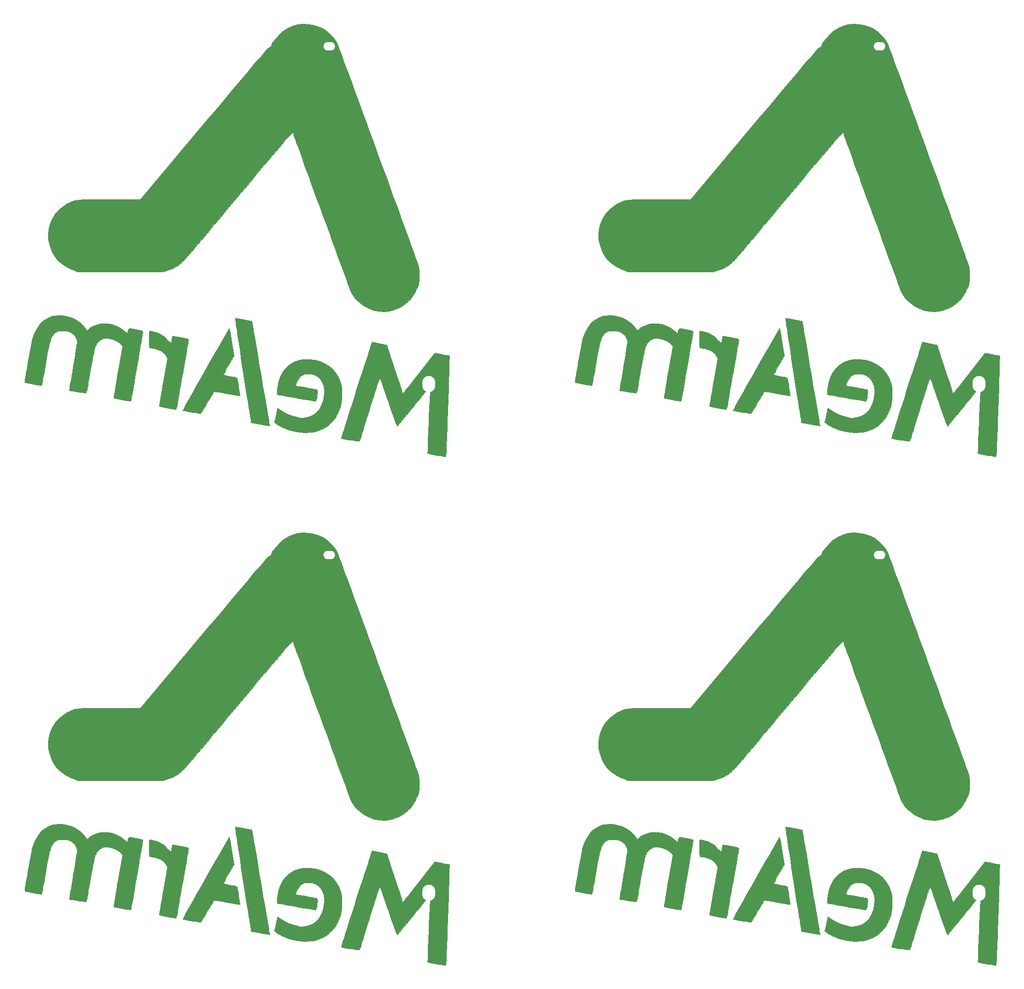
<source format=gbo>
G04 #@! TF.FileFunction,Legend,Bot*
%FSLAX46Y46*%
G04 Gerber Fmt 4.6, Leading zero omitted, Abs format (unit mm)*
G04 Created by KiCad (PCBNEW (2015-01-16 BZR 5376)-product) date 24/06/2015 09:07:54*
%MOMM*%
G01*
G04 APERTURE LIST*
%ADD10C,0.100000*%
%ADD11C,4.000000*%
%ADD12C,0.300000*%
%ADD13R,1.727200X1.727200*%
%ADD14O,1.727200X1.727200*%
%ADD15O,2.400000X3.000000*%
%ADD16R,1.300000X1.300000*%
%ADD17C,1.300000*%
%ADD18O,2.200000X1.524000*%
G04 APERTURE END LIST*
D10*
G36*
X205782334Y-105766622D02*
X205861168Y-105806698D01*
X206077321Y-105864115D01*
X206400268Y-105933802D01*
X206799484Y-106010689D01*
X207244445Y-106089703D01*
X207704625Y-106165774D01*
X208149499Y-106233831D01*
X208548544Y-106288802D01*
X208871234Y-106325617D01*
X209087044Y-106339203D01*
X209163915Y-106328409D01*
X209198543Y-106237655D01*
X209278903Y-105998008D01*
X209400904Y-105622411D01*
X209560454Y-105123808D01*
X209753460Y-104515143D01*
X209975831Y-103809360D01*
X210223474Y-103019403D01*
X210492297Y-102158215D01*
X210778209Y-101238740D01*
X211037858Y-100400844D01*
X211334612Y-99444272D01*
X211617585Y-98537130D01*
X211882733Y-97692068D01*
X212126015Y-96921734D01*
X212343386Y-96238780D01*
X212530806Y-95655854D01*
X212684229Y-95185606D01*
X212799615Y-94840685D01*
X212872921Y-94633742D01*
X212899486Y-94575851D01*
X212935638Y-94659356D01*
X213021752Y-94888542D01*
X213152705Y-95248969D01*
X213323376Y-95726194D01*
X213528643Y-96305775D01*
X213763387Y-96973270D01*
X214022484Y-97714237D01*
X214300815Y-98514233D01*
X214503155Y-99098174D01*
X214791728Y-99929666D01*
X215064776Y-100711251D01*
X215317177Y-101428615D01*
X215543807Y-102067442D01*
X215739543Y-102613416D01*
X215899262Y-103052221D01*
X216017842Y-103369544D01*
X216090158Y-103551067D01*
X216110526Y-103589667D01*
X216172397Y-103525865D01*
X216331172Y-103342304D01*
X216577102Y-103050747D01*
X216900439Y-102662961D01*
X217291432Y-102190708D01*
X217740333Y-101645756D01*
X218237391Y-101039867D01*
X218772858Y-100384806D01*
X219162583Y-99906667D01*
X219718953Y-99224376D01*
X220243624Y-98583075D01*
X220726855Y-97994527D01*
X221158905Y-97470496D01*
X221530031Y-97022746D01*
X221830492Y-96663039D01*
X222050548Y-96403140D01*
X222180455Y-96254813D01*
X222212493Y-96223667D01*
X222236204Y-96299789D01*
X222242063Y-96495380D01*
X222234811Y-96668167D01*
X222209619Y-97084663D01*
X222180774Y-97616643D01*
X222148926Y-98247837D01*
X222114729Y-98961976D01*
X222078832Y-99742789D01*
X222041889Y-100574008D01*
X222004551Y-101439363D01*
X221967470Y-102322583D01*
X221931298Y-103207400D01*
X221896685Y-104077543D01*
X221864285Y-104916743D01*
X221834749Y-105708730D01*
X221808728Y-106437235D01*
X221786875Y-107085987D01*
X221769841Y-107638718D01*
X221758277Y-108079157D01*
X221752837Y-108391036D01*
X221754170Y-108558083D01*
X221757539Y-108582177D01*
X221852429Y-108609701D01*
X222082596Y-108659798D01*
X222416377Y-108726674D01*
X222822110Y-108804534D01*
X223268131Y-108887585D01*
X223722776Y-108970031D01*
X224154384Y-109046079D01*
X224531290Y-109109935D01*
X224821832Y-109155805D01*
X224994347Y-109177894D01*
X225018997Y-109179005D01*
X225070778Y-109104200D01*
X225116977Y-108923743D01*
X225120374Y-108902500D01*
X225131871Y-108762447D01*
X225147935Y-108470744D01*
X225168116Y-108040729D01*
X225191962Y-107485741D01*
X225219021Y-106819118D01*
X225248844Y-106054199D01*
X225280979Y-105204321D01*
X225314974Y-104282824D01*
X225350378Y-103303045D01*
X225386740Y-102278323D01*
X225423610Y-101221997D01*
X225460535Y-100147404D01*
X225497066Y-99067884D01*
X225532749Y-97996773D01*
X225567135Y-96947412D01*
X225599773Y-95933138D01*
X225630210Y-94967289D01*
X225657996Y-94063204D01*
X225682680Y-93234221D01*
X225703810Y-92493679D01*
X225720936Y-91854916D01*
X225733606Y-91331270D01*
X225741369Y-90936080D01*
X225743774Y-90682685D01*
X225740370Y-90584421D01*
X225739999Y-90583776D01*
X225641362Y-90550708D01*
X225405693Y-90495942D01*
X225062965Y-90425751D01*
X224643153Y-90346407D01*
X224384401Y-90300110D01*
X223084462Y-90072103D01*
X220133111Y-93829712D01*
X219425899Y-94726848D01*
X218810098Y-95501118D01*
X218287251Y-96150654D01*
X217858899Y-96673588D01*
X217526586Y-97068052D01*
X217291853Y-97332180D01*
X217156243Y-97464102D01*
X217121230Y-97476993D01*
X217084291Y-97377606D01*
X217000247Y-97132262D01*
X216874103Y-96756118D01*
X216710864Y-96264333D01*
X216515537Y-95672065D01*
X216293127Y-94994473D01*
X216048640Y-94246713D01*
X215787082Y-93443945D01*
X215644862Y-93006333D01*
X215376559Y-92182297D01*
X215122590Y-91406625D01*
X214887954Y-90694290D01*
X214677652Y-90060267D01*
X214496682Y-89519531D01*
X214350045Y-89087056D01*
X214242741Y-88777817D01*
X214179768Y-88606789D01*
X214166051Y-88577272D01*
X214072356Y-88545604D01*
X213847549Y-88491341D01*
X213526283Y-88421274D01*
X213143209Y-88342198D01*
X212732979Y-88260904D01*
X212330245Y-88184187D01*
X211969658Y-88118839D01*
X211685870Y-88071654D01*
X211513532Y-88049424D01*
X211478595Y-88050424D01*
X211449457Y-88131567D01*
X211372758Y-88361401D01*
X211252547Y-88727337D01*
X211092870Y-89216787D01*
X210897775Y-89817164D01*
X210671310Y-90515881D01*
X210417520Y-91300349D01*
X210140455Y-92157980D01*
X209844161Y-93076188D01*
X209532685Y-94042385D01*
X209210075Y-95043982D01*
X208880378Y-96068392D01*
X208547642Y-97103028D01*
X208215913Y-98135301D01*
X207889238Y-99152624D01*
X207571666Y-100142410D01*
X207267244Y-101092071D01*
X206980018Y-101989018D01*
X206714037Y-102820665D01*
X206473346Y-103574424D01*
X206261995Y-104237706D01*
X206084029Y-104797925D01*
X205943497Y-105242493D01*
X205844445Y-105558821D01*
X205790922Y-105734322D01*
X205782334Y-105766622D01*
X205782334Y-105766622D01*
X205782334Y-105766622D01*
G37*
X205782334Y-105766622D02*
X205861168Y-105806698D01*
X206077321Y-105864115D01*
X206400268Y-105933802D01*
X206799484Y-106010689D01*
X207244445Y-106089703D01*
X207704625Y-106165774D01*
X208149499Y-106233831D01*
X208548544Y-106288802D01*
X208871234Y-106325617D01*
X209087044Y-106339203D01*
X209163915Y-106328409D01*
X209198543Y-106237655D01*
X209278903Y-105998008D01*
X209400904Y-105622411D01*
X209560454Y-105123808D01*
X209753460Y-104515143D01*
X209975831Y-103809360D01*
X210223474Y-103019403D01*
X210492297Y-102158215D01*
X210778209Y-101238740D01*
X211037858Y-100400844D01*
X211334612Y-99444272D01*
X211617585Y-98537130D01*
X211882733Y-97692068D01*
X212126015Y-96921734D01*
X212343386Y-96238780D01*
X212530806Y-95655854D01*
X212684229Y-95185606D01*
X212799615Y-94840685D01*
X212872921Y-94633742D01*
X212899486Y-94575851D01*
X212935638Y-94659356D01*
X213021752Y-94888542D01*
X213152705Y-95248969D01*
X213323376Y-95726194D01*
X213528643Y-96305775D01*
X213763387Y-96973270D01*
X214022484Y-97714237D01*
X214300815Y-98514233D01*
X214503155Y-99098174D01*
X214791728Y-99929666D01*
X215064776Y-100711251D01*
X215317177Y-101428615D01*
X215543807Y-102067442D01*
X215739543Y-102613416D01*
X215899262Y-103052221D01*
X216017842Y-103369544D01*
X216090158Y-103551067D01*
X216110526Y-103589667D01*
X216172397Y-103525865D01*
X216331172Y-103342304D01*
X216577102Y-103050747D01*
X216900439Y-102662961D01*
X217291432Y-102190708D01*
X217740333Y-101645756D01*
X218237391Y-101039867D01*
X218772858Y-100384806D01*
X219162583Y-99906667D01*
X219718953Y-99224376D01*
X220243624Y-98583075D01*
X220726855Y-97994527D01*
X221158905Y-97470496D01*
X221530031Y-97022746D01*
X221830492Y-96663039D01*
X222050548Y-96403140D01*
X222180455Y-96254813D01*
X222212493Y-96223667D01*
X222236204Y-96299789D01*
X222242063Y-96495380D01*
X222234811Y-96668167D01*
X222209619Y-97084663D01*
X222180774Y-97616643D01*
X222148926Y-98247837D01*
X222114729Y-98961976D01*
X222078832Y-99742789D01*
X222041889Y-100574008D01*
X222004551Y-101439363D01*
X221967470Y-102322583D01*
X221931298Y-103207400D01*
X221896685Y-104077543D01*
X221864285Y-104916743D01*
X221834749Y-105708730D01*
X221808728Y-106437235D01*
X221786875Y-107085987D01*
X221769841Y-107638718D01*
X221758277Y-108079157D01*
X221752837Y-108391036D01*
X221754170Y-108558083D01*
X221757539Y-108582177D01*
X221852429Y-108609701D01*
X222082596Y-108659798D01*
X222416377Y-108726674D01*
X222822110Y-108804534D01*
X223268131Y-108887585D01*
X223722776Y-108970031D01*
X224154384Y-109046079D01*
X224531290Y-109109935D01*
X224821832Y-109155805D01*
X224994347Y-109177894D01*
X225018997Y-109179005D01*
X225070778Y-109104200D01*
X225116977Y-108923743D01*
X225120374Y-108902500D01*
X225131871Y-108762447D01*
X225147935Y-108470744D01*
X225168116Y-108040729D01*
X225191962Y-107485741D01*
X225219021Y-106819118D01*
X225248844Y-106054199D01*
X225280979Y-105204321D01*
X225314974Y-104282824D01*
X225350378Y-103303045D01*
X225386740Y-102278323D01*
X225423610Y-101221997D01*
X225460535Y-100147404D01*
X225497066Y-99067884D01*
X225532749Y-97996773D01*
X225567135Y-96947412D01*
X225599773Y-95933138D01*
X225630210Y-94967289D01*
X225657996Y-94063204D01*
X225682680Y-93234221D01*
X225703810Y-92493679D01*
X225720936Y-91854916D01*
X225733606Y-91331270D01*
X225741369Y-90936080D01*
X225743774Y-90682685D01*
X225740370Y-90584421D01*
X225739999Y-90583776D01*
X225641362Y-90550708D01*
X225405693Y-90495942D01*
X225062965Y-90425751D01*
X224643153Y-90346407D01*
X224384401Y-90300110D01*
X223084462Y-90072103D01*
X220133111Y-93829712D01*
X219425899Y-94726848D01*
X218810098Y-95501118D01*
X218287251Y-96150654D01*
X217858899Y-96673588D01*
X217526586Y-97068052D01*
X217291853Y-97332180D01*
X217156243Y-97464102D01*
X217121230Y-97476993D01*
X217084291Y-97377606D01*
X217000247Y-97132262D01*
X216874103Y-96756118D01*
X216710864Y-96264333D01*
X216515537Y-95672065D01*
X216293127Y-94994473D01*
X216048640Y-94246713D01*
X215787082Y-93443945D01*
X215644862Y-93006333D01*
X215376559Y-92182297D01*
X215122590Y-91406625D01*
X214887954Y-90694290D01*
X214677652Y-90060267D01*
X214496682Y-89519531D01*
X214350045Y-89087056D01*
X214242741Y-88777817D01*
X214179768Y-88606789D01*
X214166051Y-88577272D01*
X214072356Y-88545604D01*
X213847549Y-88491341D01*
X213526283Y-88421274D01*
X213143209Y-88342198D01*
X212732979Y-88260904D01*
X212330245Y-88184187D01*
X211969658Y-88118839D01*
X211685870Y-88071654D01*
X211513532Y-88049424D01*
X211478595Y-88050424D01*
X211449457Y-88131567D01*
X211372758Y-88361401D01*
X211252547Y-88727337D01*
X211092870Y-89216787D01*
X210897775Y-89817164D01*
X210671310Y-90515881D01*
X210417520Y-91300349D01*
X210140455Y-92157980D01*
X209844161Y-93076188D01*
X209532685Y-94042385D01*
X209210075Y-95043982D01*
X208880378Y-96068392D01*
X208547642Y-97103028D01*
X208215913Y-98135301D01*
X207889238Y-99152624D01*
X207571666Y-100142410D01*
X207267244Y-101092071D01*
X206980018Y-101989018D01*
X206714037Y-102820665D01*
X206473346Y-103574424D01*
X206261995Y-104237706D01*
X206084029Y-104797925D01*
X205943497Y-105242493D01*
X205844445Y-105558821D01*
X205790922Y-105734322D01*
X205782334Y-105766622D01*
X205782334Y-105766622D01*
G36*
X193445652Y-102795786D02*
X193496326Y-102886131D01*
X193669360Y-103033040D01*
X193935474Y-103217711D01*
X194265390Y-103421341D01*
X194629831Y-103625129D01*
X194999518Y-103810272D01*
X195089901Y-103851698D01*
X196077162Y-104229846D01*
X197118203Y-104510272D01*
X198174662Y-104687404D01*
X199208181Y-104755672D01*
X200180400Y-104709505D01*
X200587170Y-104650004D01*
X201507094Y-104427341D01*
X202316419Y-104104632D01*
X203053815Y-103661786D01*
X203757951Y-103078711D01*
X203927395Y-102914577D01*
X204275177Y-102556846D01*
X204534827Y-102252769D01*
X204747024Y-101946082D01*
X204952445Y-101580520D01*
X205092679Y-101302803D01*
X205381375Y-100684576D01*
X205594087Y-100137709D01*
X205741541Y-99614383D01*
X205834465Y-99066782D01*
X205883583Y-98447087D01*
X205899622Y-97707480D01*
X205899630Y-97705333D01*
X205893166Y-97036382D01*
X205862975Y-96492596D01*
X205801125Y-96030545D01*
X205699686Y-95606799D01*
X205550729Y-95177927D01*
X205354078Y-94717575D01*
X204873854Y-93855781D01*
X204269403Y-93101992D01*
X203552658Y-92463545D01*
X202735552Y-91947775D01*
X201830016Y-91562018D01*
X200847984Y-91313608D01*
X199801388Y-91209882D01*
X199644000Y-91207281D01*
X198897054Y-91232792D01*
X198248964Y-91328150D01*
X197639039Y-91506474D01*
X197019333Y-91774621D01*
X196222132Y-92256126D01*
X195538280Y-92860755D01*
X194971115Y-93582901D01*
X194523972Y-94416958D01*
X194200190Y-95357321D01*
X194003104Y-96398383D01*
X193955110Y-96922167D01*
X193939261Y-97293756D01*
X193942260Y-97571632D01*
X193963188Y-97726042D01*
X193980638Y-97747667D01*
X194078285Y-97761874D01*
X194324593Y-97802427D01*
X194701474Y-97866215D01*
X195190836Y-97950133D01*
X195774590Y-98051071D01*
X196434646Y-98165923D01*
X197152912Y-98291581D01*
X197430614Y-98340333D01*
X198169642Y-98469531D01*
X198860430Y-98589018D01*
X199484325Y-98695664D01*
X200022674Y-98786335D01*
X200456825Y-98857900D01*
X200768124Y-98907229D01*
X200937918Y-98931187D01*
X200960540Y-98933000D01*
X201099216Y-98855288D01*
X201209653Y-98620059D01*
X201292760Y-98224167D01*
X201349446Y-97664470D01*
X201355736Y-97566025D01*
X201373661Y-97210329D01*
X201372055Y-96988569D01*
X201345798Y-96865962D01*
X201289768Y-96807724D01*
X201241433Y-96789683D01*
X201114187Y-96762694D01*
X200846584Y-96712000D01*
X200465183Y-96642421D01*
X199996539Y-96558777D01*
X199467211Y-96465887D01*
X199238608Y-96426213D01*
X197393883Y-96107109D01*
X197448836Y-95856910D01*
X197649747Y-95274100D01*
X197970984Y-94746983D01*
X198383474Y-94317415D01*
X198645597Y-94133828D01*
X198878934Y-94009546D01*
X199092551Y-93937921D01*
X199348368Y-93905533D01*
X199708302Y-93898958D01*
X199728667Y-93899058D01*
X200133939Y-93913968D01*
X200449748Y-93964095D01*
X200754862Y-94065390D01*
X200934953Y-94143358D01*
X201522221Y-94491129D01*
X201984351Y-94945314D01*
X202323497Y-95509859D01*
X202541808Y-96188712D01*
X202641438Y-96985820D01*
X202648662Y-97287047D01*
X202586351Y-98177250D01*
X202403692Y-99016827D01*
X202110667Y-99786164D01*
X201717259Y-100465651D01*
X201233450Y-101035673D01*
X200669225Y-101476620D01*
X200455114Y-101596564D01*
X199837899Y-101840084D01*
X199158831Y-101991758D01*
X198491121Y-102037439D01*
X198247000Y-102023210D01*
X197646212Y-101916612D01*
X196959863Y-101718303D01*
X196231845Y-101445731D01*
X195506049Y-101116346D01*
X194826366Y-100747597D01*
X194468025Y-100520844D01*
X194033383Y-100227719D01*
X193756790Y-101464193D01*
X193657411Y-101904654D01*
X193569084Y-102289049D01*
X193499199Y-102585753D01*
X193455144Y-102763138D01*
X193445652Y-102795786D01*
X193445652Y-102795786D01*
X193445652Y-102795786D01*
G37*
X193445652Y-102795786D02*
X193496326Y-102886131D01*
X193669360Y-103033040D01*
X193935474Y-103217711D01*
X194265390Y-103421341D01*
X194629831Y-103625129D01*
X194999518Y-103810272D01*
X195089901Y-103851698D01*
X196077162Y-104229846D01*
X197118203Y-104510272D01*
X198174662Y-104687404D01*
X199208181Y-104755672D01*
X200180400Y-104709505D01*
X200587170Y-104650004D01*
X201507094Y-104427341D01*
X202316419Y-104104632D01*
X203053815Y-103661786D01*
X203757951Y-103078711D01*
X203927395Y-102914577D01*
X204275177Y-102556846D01*
X204534827Y-102252769D01*
X204747024Y-101946082D01*
X204952445Y-101580520D01*
X205092679Y-101302803D01*
X205381375Y-100684576D01*
X205594087Y-100137709D01*
X205741541Y-99614383D01*
X205834465Y-99066782D01*
X205883583Y-98447087D01*
X205899622Y-97707480D01*
X205899630Y-97705333D01*
X205893166Y-97036382D01*
X205862975Y-96492596D01*
X205801125Y-96030545D01*
X205699686Y-95606799D01*
X205550729Y-95177927D01*
X205354078Y-94717575D01*
X204873854Y-93855781D01*
X204269403Y-93101992D01*
X203552658Y-92463545D01*
X202735552Y-91947775D01*
X201830016Y-91562018D01*
X200847984Y-91313608D01*
X199801388Y-91209882D01*
X199644000Y-91207281D01*
X198897054Y-91232792D01*
X198248964Y-91328150D01*
X197639039Y-91506474D01*
X197019333Y-91774621D01*
X196222132Y-92256126D01*
X195538280Y-92860755D01*
X194971115Y-93582901D01*
X194523972Y-94416958D01*
X194200190Y-95357321D01*
X194003104Y-96398383D01*
X193955110Y-96922167D01*
X193939261Y-97293756D01*
X193942260Y-97571632D01*
X193963188Y-97726042D01*
X193980638Y-97747667D01*
X194078285Y-97761874D01*
X194324593Y-97802427D01*
X194701474Y-97866215D01*
X195190836Y-97950133D01*
X195774590Y-98051071D01*
X196434646Y-98165923D01*
X197152912Y-98291581D01*
X197430614Y-98340333D01*
X198169642Y-98469531D01*
X198860430Y-98589018D01*
X199484325Y-98695664D01*
X200022674Y-98786335D01*
X200456825Y-98857900D01*
X200768124Y-98907229D01*
X200937918Y-98931187D01*
X200960540Y-98933000D01*
X201099216Y-98855288D01*
X201209653Y-98620059D01*
X201292760Y-98224167D01*
X201349446Y-97664470D01*
X201355736Y-97566025D01*
X201373661Y-97210329D01*
X201372055Y-96988569D01*
X201345798Y-96865962D01*
X201289768Y-96807724D01*
X201241433Y-96789683D01*
X201114187Y-96762694D01*
X200846584Y-96712000D01*
X200465183Y-96642421D01*
X199996539Y-96558777D01*
X199467211Y-96465887D01*
X199238608Y-96426213D01*
X197393883Y-96107109D01*
X197448836Y-95856910D01*
X197649747Y-95274100D01*
X197970984Y-94746983D01*
X198383474Y-94317415D01*
X198645597Y-94133828D01*
X198878934Y-94009546D01*
X199092551Y-93937921D01*
X199348368Y-93905533D01*
X199708302Y-93898958D01*
X199728667Y-93899058D01*
X200133939Y-93913968D01*
X200449748Y-93964095D01*
X200754862Y-94065390D01*
X200934953Y-94143358D01*
X201522221Y-94491129D01*
X201984351Y-94945314D01*
X202323497Y-95509859D01*
X202541808Y-96188712D01*
X202641438Y-96985820D01*
X202648662Y-97287047D01*
X202586351Y-98177250D01*
X202403692Y-99016827D01*
X202110667Y-99786164D01*
X201717259Y-100465651D01*
X201233450Y-101035673D01*
X200669225Y-101476620D01*
X200455114Y-101596564D01*
X199837899Y-101840084D01*
X199158831Y-101991758D01*
X198491121Y-102037439D01*
X198247000Y-102023210D01*
X197646212Y-101916612D01*
X196959863Y-101718303D01*
X196231845Y-101445731D01*
X195506049Y-101116346D01*
X194826366Y-100747597D01*
X194468025Y-100520844D01*
X194033383Y-100227719D01*
X193756790Y-101464193D01*
X193657411Y-101904654D01*
X193569084Y-102289049D01*
X193499199Y-102585753D01*
X193455144Y-102763138D01*
X193445652Y-102795786D01*
X193445652Y-102795786D01*
G36*
X186186774Y-83621369D02*
X186196521Y-83706230D01*
X186230261Y-83945664D01*
X186286034Y-84326912D01*
X186361882Y-84837213D01*
X186455845Y-85463808D01*
X186565964Y-86193938D01*
X186690280Y-87014843D01*
X186826834Y-87913763D01*
X186973668Y-88877938D01*
X187128821Y-89894609D01*
X187290336Y-90951016D01*
X187456252Y-92034399D01*
X187624612Y-93131999D01*
X187793455Y-94231056D01*
X187960824Y-95318810D01*
X188124758Y-96382502D01*
X188283299Y-97409371D01*
X188434488Y-98386659D01*
X188576366Y-99301606D01*
X188706973Y-100141451D01*
X188824351Y-100893435D01*
X188926541Y-101544799D01*
X189011584Y-102082782D01*
X189077520Y-102494626D01*
X189122390Y-102767569D01*
X189144236Y-102888854D01*
X189145745Y-102893901D01*
X189228146Y-102912619D01*
X189447019Y-102955032D01*
X189772027Y-103015697D01*
X190172833Y-103089170D01*
X190619102Y-103170006D01*
X191080497Y-103252760D01*
X191526682Y-103331989D01*
X191927321Y-103402249D01*
X192252078Y-103458094D01*
X192470616Y-103494081D01*
X192550872Y-103505000D01*
X192550936Y-103433175D01*
X192525387Y-103272167D01*
X192505563Y-103159300D01*
X192459304Y-102890345D01*
X192388459Y-102476167D01*
X192294875Y-101927631D01*
X192180401Y-101255604D01*
X192046884Y-100470950D01*
X191896172Y-99584537D01*
X191730114Y-98607229D01*
X191550557Y-97549892D01*
X191359348Y-96423393D01*
X191158337Y-95238596D01*
X190949371Y-94006368D01*
X190882524Y-93612075D01*
X190672096Y-92371954D01*
X190469295Y-91179052D01*
X190275936Y-90043924D01*
X190093834Y-88977128D01*
X189924805Y-87989221D01*
X189770663Y-87090760D01*
X189633223Y-86292301D01*
X189514300Y-85604401D01*
X189415710Y-85037617D01*
X189339267Y-84602507D01*
X189286786Y-84309626D01*
X189260083Y-84169532D01*
X189257187Y-84158568D01*
X189166574Y-84133253D01*
X188942617Y-84086632D01*
X188617389Y-84024317D01*
X188222962Y-83951920D01*
X187791409Y-83875052D01*
X187354805Y-83799325D01*
X186945221Y-83730350D01*
X186594732Y-83673739D01*
X186335410Y-83635102D01*
X186199328Y-83620053D01*
X186186774Y-83621369D01*
X186186774Y-83621369D01*
X186186774Y-83621369D01*
G37*
X186186774Y-83621369D02*
X186196521Y-83706230D01*
X186230261Y-83945664D01*
X186286034Y-84326912D01*
X186361882Y-84837213D01*
X186455845Y-85463808D01*
X186565964Y-86193938D01*
X186690280Y-87014843D01*
X186826834Y-87913763D01*
X186973668Y-88877938D01*
X187128821Y-89894609D01*
X187290336Y-90951016D01*
X187456252Y-92034399D01*
X187624612Y-93131999D01*
X187793455Y-94231056D01*
X187960824Y-95318810D01*
X188124758Y-96382502D01*
X188283299Y-97409371D01*
X188434488Y-98386659D01*
X188576366Y-99301606D01*
X188706973Y-100141451D01*
X188824351Y-100893435D01*
X188926541Y-101544799D01*
X189011584Y-102082782D01*
X189077520Y-102494626D01*
X189122390Y-102767569D01*
X189144236Y-102888854D01*
X189145745Y-102893901D01*
X189228146Y-102912619D01*
X189447019Y-102955032D01*
X189772027Y-103015697D01*
X190172833Y-103089170D01*
X190619102Y-103170006D01*
X191080497Y-103252760D01*
X191526682Y-103331989D01*
X191927321Y-103402249D01*
X192252078Y-103458094D01*
X192470616Y-103494081D01*
X192550872Y-103505000D01*
X192550936Y-103433175D01*
X192525387Y-103272167D01*
X192505563Y-103159300D01*
X192459304Y-102890345D01*
X192388459Y-102476167D01*
X192294875Y-101927631D01*
X192180401Y-101255604D01*
X192046884Y-100470950D01*
X191896172Y-99584537D01*
X191730114Y-98607229D01*
X191550557Y-97549892D01*
X191359348Y-96423393D01*
X191158337Y-95238596D01*
X190949371Y-94006368D01*
X190882524Y-93612075D01*
X190672096Y-92371954D01*
X190469295Y-91179052D01*
X190275936Y-90043924D01*
X190093834Y-88977128D01*
X189924805Y-87989221D01*
X189770663Y-87090760D01*
X189633223Y-86292301D01*
X189514300Y-85604401D01*
X189415710Y-85037617D01*
X189339267Y-84602507D01*
X189286786Y-84309626D01*
X189260083Y-84169532D01*
X189257187Y-84158568D01*
X189166574Y-84133253D01*
X188942617Y-84086632D01*
X188617389Y-84024317D01*
X188222962Y-83951920D01*
X187791409Y-83875052D01*
X187354805Y-83799325D01*
X186945221Y-83730350D01*
X186594732Y-83673739D01*
X186335410Y-83635102D01*
X186199328Y-83620053D01*
X186186774Y-83621369D01*
X186186774Y-83621369D01*
G36*
X176501156Y-100661080D02*
X176592017Y-100683075D01*
X176818761Y-100726599D01*
X177150075Y-100786368D01*
X177554645Y-100857097D01*
X178001157Y-100933501D01*
X178458298Y-101010296D01*
X178894755Y-101082195D01*
X179279212Y-101143915D01*
X179580358Y-101190171D01*
X179766878Y-101215677D01*
X179806909Y-101219000D01*
X179892477Y-101144764D01*
X180051470Y-100926291D01*
X180279874Y-100569931D01*
X180573676Y-100082036D01*
X180928862Y-99468958D01*
X181071129Y-99218569D01*
X181372447Y-98690011D01*
X181649768Y-98211482D01*
X181891461Y-97802421D01*
X182085898Y-97482263D01*
X182221447Y-97270446D01*
X182286479Y-97186407D01*
X182287292Y-97186034D01*
X182389746Y-97191964D01*
X182636664Y-97224737D01*
X183005919Y-97280857D01*
X183475383Y-97356825D01*
X184022928Y-97449146D01*
X184626425Y-97554321D01*
X184700333Y-97567423D01*
X185305433Y-97673929D01*
X185853878Y-97768632D01*
X186324244Y-97847982D01*
X186695108Y-97908425D01*
X186945046Y-97946411D01*
X187052635Y-97958387D01*
X187055080Y-97957822D01*
X187054134Y-97868883D01*
X187030010Y-97644515D01*
X186987485Y-97316298D01*
X186931338Y-96915813D01*
X186866345Y-96474640D01*
X186797286Y-96024359D01*
X186728937Y-95596552D01*
X186666076Y-95222798D01*
X186613482Y-94934679D01*
X186575931Y-94763774D01*
X186568253Y-94739930D01*
X186519407Y-94668634D01*
X186419264Y-94607611D01*
X186242308Y-94549496D01*
X185963019Y-94486926D01*
X185555880Y-94412536D01*
X185261183Y-94362748D01*
X184827467Y-94285688D01*
X184460089Y-94210922D01*
X184188185Y-94145132D01*
X184040893Y-94095001D01*
X184023000Y-94078784D01*
X184063026Y-93985726D01*
X184175293Y-93767291D01*
X184348087Y-93445157D01*
X184569692Y-93041001D01*
X184828395Y-92576503D01*
X184989136Y-92290974D01*
X185955272Y-90581349D01*
X185563762Y-88026174D01*
X185465054Y-87391308D01*
X185372539Y-86813982D01*
X185289689Y-86314486D01*
X185219973Y-85913109D01*
X185166862Y-85630142D01*
X185133827Y-85485875D01*
X185126792Y-85471524D01*
X185079498Y-85543277D01*
X184955834Y-85750483D01*
X184762526Y-86081297D01*
X184506300Y-86523875D01*
X184193882Y-87066374D01*
X183831997Y-87696950D01*
X183427372Y-88403757D01*
X182986731Y-89174954D01*
X182516801Y-89998695D01*
X182024308Y-90863137D01*
X181515977Y-91756435D01*
X180998535Y-92666746D01*
X180478706Y-93582226D01*
X179963218Y-94491030D01*
X179458794Y-95381315D01*
X178972163Y-96241237D01*
X178510048Y-97058952D01*
X178079176Y-97822616D01*
X177686273Y-98520385D01*
X177338064Y-99140415D01*
X177041276Y-99670861D01*
X176802634Y-100099881D01*
X176628863Y-100415630D01*
X176526691Y-100606264D01*
X176501156Y-100661080D01*
X176501156Y-100661080D01*
X176501156Y-100661080D01*
G37*
X176501156Y-100661080D02*
X176592017Y-100683075D01*
X176818761Y-100726599D01*
X177150075Y-100786368D01*
X177554645Y-100857097D01*
X178001157Y-100933501D01*
X178458298Y-101010296D01*
X178894755Y-101082195D01*
X179279212Y-101143915D01*
X179580358Y-101190171D01*
X179766878Y-101215677D01*
X179806909Y-101219000D01*
X179892477Y-101144764D01*
X180051470Y-100926291D01*
X180279874Y-100569931D01*
X180573676Y-100082036D01*
X180928862Y-99468958D01*
X181071129Y-99218569D01*
X181372447Y-98690011D01*
X181649768Y-98211482D01*
X181891461Y-97802421D01*
X182085898Y-97482263D01*
X182221447Y-97270446D01*
X182286479Y-97186407D01*
X182287292Y-97186034D01*
X182389746Y-97191964D01*
X182636664Y-97224737D01*
X183005919Y-97280857D01*
X183475383Y-97356825D01*
X184022928Y-97449146D01*
X184626425Y-97554321D01*
X184700333Y-97567423D01*
X185305433Y-97673929D01*
X185853878Y-97768632D01*
X186324244Y-97847982D01*
X186695108Y-97908425D01*
X186945046Y-97946411D01*
X187052635Y-97958387D01*
X187055080Y-97957822D01*
X187054134Y-97868883D01*
X187030010Y-97644515D01*
X186987485Y-97316298D01*
X186931338Y-96915813D01*
X186866345Y-96474640D01*
X186797286Y-96024359D01*
X186728937Y-95596552D01*
X186666076Y-95222798D01*
X186613482Y-94934679D01*
X186575931Y-94763774D01*
X186568253Y-94739930D01*
X186519407Y-94668634D01*
X186419264Y-94607611D01*
X186242308Y-94549496D01*
X185963019Y-94486926D01*
X185555880Y-94412536D01*
X185261183Y-94362748D01*
X184827467Y-94285688D01*
X184460089Y-94210922D01*
X184188185Y-94145132D01*
X184040893Y-94095001D01*
X184023000Y-94078784D01*
X184063026Y-93985726D01*
X184175293Y-93767291D01*
X184348087Y-93445157D01*
X184569692Y-93041001D01*
X184828395Y-92576503D01*
X184989136Y-92290974D01*
X185955272Y-90581349D01*
X185563762Y-88026174D01*
X185465054Y-87391308D01*
X185372539Y-86813982D01*
X185289689Y-86314486D01*
X185219973Y-85913109D01*
X185166862Y-85630142D01*
X185133827Y-85485875D01*
X185126792Y-85471524D01*
X185079498Y-85543277D01*
X184955834Y-85750483D01*
X184762526Y-86081297D01*
X184506300Y-86523875D01*
X184193882Y-87066374D01*
X183831997Y-87696950D01*
X183427372Y-88403757D01*
X182986731Y-89174954D01*
X182516801Y-89998695D01*
X182024308Y-90863137D01*
X181515977Y-91756435D01*
X180998535Y-92666746D01*
X180478706Y-93582226D01*
X179963218Y-94491030D01*
X179458794Y-95381315D01*
X178972163Y-96241237D01*
X178510048Y-97058952D01*
X178079176Y-97822616D01*
X177686273Y-98520385D01*
X177338064Y-99140415D01*
X177041276Y-99670861D01*
X176802634Y-100099881D01*
X176628863Y-100415630D01*
X176526691Y-100606264D01*
X176501156Y-100661080D01*
X176501156Y-100661080D01*
G36*
X170306621Y-86703041D02*
X170307602Y-86973833D01*
X170312666Y-87437308D01*
X170325868Y-87903985D01*
X170345022Y-88310533D01*
X170361369Y-88531501D01*
X170414535Y-89094335D01*
X171172367Y-89232983D01*
X171565453Y-89317065D01*
X171942768Y-89418447D01*
X172238323Y-89518828D01*
X172301084Y-89545966D01*
X172710769Y-89787657D01*
X173092861Y-90100311D01*
X173399464Y-90439965D01*
X173556868Y-90698604D01*
X173705953Y-91029216D01*
X172937810Y-95384501D01*
X172790278Y-96222680D01*
X172652054Y-97011247D01*
X172525881Y-97734330D01*
X172414500Y-98376053D01*
X172320655Y-98920543D01*
X172247088Y-99351928D01*
X172196542Y-99654333D01*
X172171759Y-99811884D01*
X172169667Y-99830445D01*
X172247856Y-99863890D01*
X172461620Y-99920409D01*
X172779754Y-99993784D01*
X173171053Y-100077796D01*
X173604310Y-100166224D01*
X174048321Y-100252850D01*
X174471881Y-100331455D01*
X174843784Y-100395819D01*
X175132824Y-100439724D01*
X175307798Y-100456950D01*
X175313476Y-100457000D01*
X175334431Y-100375713D01*
X175382142Y-100140344D01*
X175454290Y-99763626D01*
X175548552Y-99258295D01*
X175662605Y-98637085D01*
X175794129Y-97912730D01*
X175940802Y-97097967D01*
X176100301Y-96205528D01*
X176270305Y-95248150D01*
X176448493Y-94238566D01*
X176482800Y-94043500D01*
X176662090Y-93023208D01*
X176832847Y-92050913D01*
X176992805Y-91139559D01*
X177139696Y-90302091D01*
X177271253Y-89551454D01*
X177385207Y-88900593D01*
X177479292Y-88362453D01*
X177551239Y-87949979D01*
X177598783Y-87676115D01*
X177619654Y-87553807D01*
X177620396Y-87548943D01*
X177544709Y-87508845D01*
X177328267Y-87447279D01*
X176997378Y-87370402D01*
X176578351Y-87284376D01*
X176149000Y-87204466D01*
X174667333Y-86941045D01*
X174505252Y-87593452D01*
X174343171Y-88245859D01*
X173658585Y-87556930D01*
X173086772Y-87034664D01*
X172526159Y-86643165D01*
X171929266Y-86354360D01*
X171272538Y-86146254D01*
X170871807Y-86042922D01*
X170600271Y-85989484D01*
X170432957Y-86007359D01*
X170344893Y-86117965D01*
X170311105Y-86342720D01*
X170306621Y-86703041D01*
X170306621Y-86703041D01*
X170306621Y-86703041D01*
G37*
X170306621Y-86703041D02*
X170307602Y-86973833D01*
X170312666Y-87437308D01*
X170325868Y-87903985D01*
X170345022Y-88310533D01*
X170361369Y-88531501D01*
X170414535Y-89094335D01*
X171172367Y-89232983D01*
X171565453Y-89317065D01*
X171942768Y-89418447D01*
X172238323Y-89518828D01*
X172301084Y-89545966D01*
X172710769Y-89787657D01*
X173092861Y-90100311D01*
X173399464Y-90439965D01*
X173556868Y-90698604D01*
X173705953Y-91029216D01*
X172937810Y-95384501D01*
X172790278Y-96222680D01*
X172652054Y-97011247D01*
X172525881Y-97734330D01*
X172414500Y-98376053D01*
X172320655Y-98920543D01*
X172247088Y-99351928D01*
X172196542Y-99654333D01*
X172171759Y-99811884D01*
X172169667Y-99830445D01*
X172247856Y-99863890D01*
X172461620Y-99920409D01*
X172779754Y-99993784D01*
X173171053Y-100077796D01*
X173604310Y-100166224D01*
X174048321Y-100252850D01*
X174471881Y-100331455D01*
X174843784Y-100395819D01*
X175132824Y-100439724D01*
X175307798Y-100456950D01*
X175313476Y-100457000D01*
X175334431Y-100375713D01*
X175382142Y-100140344D01*
X175454290Y-99763626D01*
X175548552Y-99258295D01*
X175662605Y-98637085D01*
X175794129Y-97912730D01*
X175940802Y-97097967D01*
X176100301Y-96205528D01*
X176270305Y-95248150D01*
X176448493Y-94238566D01*
X176482800Y-94043500D01*
X176662090Y-93023208D01*
X176832847Y-92050913D01*
X176992805Y-91139559D01*
X177139696Y-90302091D01*
X177271253Y-89551454D01*
X177385207Y-88900593D01*
X177479292Y-88362453D01*
X177551239Y-87949979D01*
X177598783Y-87676115D01*
X177619654Y-87553807D01*
X177620396Y-87548943D01*
X177544709Y-87508845D01*
X177328267Y-87447279D01*
X176997378Y-87370402D01*
X176578351Y-87284376D01*
X176149000Y-87204466D01*
X174667333Y-86941045D01*
X174505252Y-87593452D01*
X174343171Y-88245859D01*
X173658585Y-87556930D01*
X173086772Y-87034664D01*
X172526159Y-86643165D01*
X171929266Y-86354360D01*
X171272538Y-86146254D01*
X170871807Y-86042922D01*
X170600271Y-85989484D01*
X170432957Y-86007359D01*
X170344893Y-86117965D01*
X170311105Y-86342720D01*
X170306621Y-86703041D01*
X170306621Y-86703041D01*
G36*
X147356848Y-95477665D02*
X147358486Y-95501622D01*
X147468274Y-95533971D01*
X147708260Y-95585395D01*
X148046298Y-95650449D01*
X148450244Y-95723687D01*
X148887951Y-95799663D01*
X149327273Y-95872933D01*
X149736064Y-95938050D01*
X150082179Y-95989570D01*
X150333472Y-96022047D01*
X150457797Y-96030035D01*
X150465025Y-96027864D01*
X150480189Y-96005631D01*
X150497713Y-95959653D01*
X150520081Y-95876568D01*
X150549781Y-95743016D01*
X150589298Y-95545638D01*
X150641118Y-95271071D01*
X150707727Y-94905957D01*
X150791611Y-94436933D01*
X150895257Y-93850641D01*
X151021150Y-93133718D01*
X151171775Y-92272806D01*
X151295066Y-91567000D01*
X151468873Y-90587060D01*
X151622665Y-89758411D01*
X151760811Y-89064775D01*
X151887674Y-88489874D01*
X152007624Y-88017430D01*
X152125024Y-87631164D01*
X152244243Y-87314798D01*
X152369645Y-87052055D01*
X152505598Y-86826655D01*
X152603071Y-86690649D01*
X152908260Y-86347848D01*
X153232939Y-86121101D01*
X153619419Y-85991705D01*
X154110014Y-85940954D01*
X154305000Y-85938283D01*
X155039362Y-85999691D01*
X155672686Y-86175294D01*
X156195348Y-86457429D01*
X156597720Y-86838432D01*
X156870175Y-87310640D01*
X157003088Y-87866389D01*
X157014993Y-88095667D01*
X157000969Y-88270582D01*
X156959861Y-88593968D01*
X156894524Y-89047631D01*
X156807816Y-89613376D01*
X156702593Y-90273010D01*
X156581712Y-91008338D01*
X156448029Y-91801166D01*
X156304401Y-92633300D01*
X156286510Y-92735634D01*
X156144071Y-93553567D01*
X156012103Y-94319770D01*
X155893249Y-95018301D01*
X155790153Y-95633220D01*
X155705456Y-96148585D01*
X155641803Y-96548454D01*
X155601835Y-96816886D01*
X155588195Y-96937939D01*
X155588952Y-96943174D01*
X155690230Y-96977590D01*
X155924107Y-97029001D01*
X156258301Y-97092303D01*
X156660531Y-97162391D01*
X157098514Y-97234161D01*
X157539968Y-97302509D01*
X157952611Y-97362331D01*
X158304161Y-97408521D01*
X158562334Y-97435977D01*
X158694851Y-97439593D01*
X158704870Y-97435852D01*
X158735844Y-97335580D01*
X158789656Y-97093125D01*
X158861425Y-96733353D01*
X158946273Y-96281130D01*
X159039321Y-95761323D01*
X159083939Y-95504000D01*
X159296760Y-94269191D01*
X159485304Y-93189549D01*
X159652489Y-92253102D01*
X159801234Y-91447884D01*
X159934458Y-90761923D01*
X160055081Y-90183252D01*
X160166023Y-89699900D01*
X160270201Y-89299900D01*
X160370536Y-88971281D01*
X160469946Y-88702074D01*
X160571351Y-88480311D01*
X160677669Y-88294022D01*
X160791821Y-88131238D01*
X160916725Y-87979989D01*
X160919867Y-87976416D01*
X161253218Y-87661414D01*
X161616048Y-87460736D01*
X162047155Y-87360914D01*
X162585334Y-87348481D01*
X162709139Y-87355290D01*
X163496911Y-87475014D01*
X164181691Y-87723550D01*
X164758446Y-88098385D01*
X165222140Y-88597007D01*
X165235871Y-88616124D01*
X165419542Y-88874067D01*
X164586548Y-93604255D01*
X164433736Y-94476377D01*
X164291305Y-95297761D01*
X164161751Y-96053434D01*
X164047568Y-96728423D01*
X163951254Y-97307753D01*
X163875303Y-97776451D01*
X163822212Y-98119544D01*
X163794476Y-98322057D01*
X163791777Y-98372645D01*
X163881338Y-98397621D01*
X164105248Y-98445467D01*
X164431001Y-98510196D01*
X164826090Y-98585820D01*
X165258010Y-98666349D01*
X165694253Y-98745795D01*
X166102313Y-98818171D01*
X166449683Y-98877488D01*
X166703857Y-98917758D01*
X166832329Y-98932991D01*
X166833555Y-98933000D01*
X166941399Y-98865771D01*
X166960486Y-98827167D01*
X166991903Y-98692561D01*
X167047417Y-98411443D01*
X167124373Y-97999413D01*
X167220115Y-97472070D01*
X167331986Y-96845014D01*
X167457332Y-96133844D01*
X167593496Y-95354161D01*
X167737821Y-94521565D01*
X167887653Y-93651654D01*
X168040336Y-92760029D01*
X168193213Y-91862289D01*
X168343629Y-90974035D01*
X168488927Y-90110865D01*
X168626452Y-89288381D01*
X168753549Y-88522181D01*
X168867560Y-87827865D01*
X168965831Y-87221033D01*
X169045705Y-86717285D01*
X169104526Y-86332221D01*
X169139639Y-86081440D01*
X169148388Y-85980542D01*
X169147841Y-85979385D01*
X169042794Y-85943483D01*
X168803974Y-85888108D01*
X168464851Y-85820300D01*
X168058897Y-85747101D01*
X167978667Y-85733450D01*
X167556009Y-85660895D01*
X167185916Y-85594909D01*
X166904657Y-85542131D01*
X166748503Y-85509202D01*
X166737703Y-85506265D01*
X166640184Y-85521395D01*
X166550612Y-85649035D01*
X166451122Y-85912292D01*
X166365865Y-86163977D01*
X166300260Y-86340926D01*
X166275650Y-86393546D01*
X166203812Y-86358856D01*
X166045781Y-86235058D01*
X165863359Y-86073958D01*
X165089936Y-85466004D01*
X164262910Y-85017325D01*
X163385917Y-84729411D01*
X162462593Y-84603753D01*
X162263667Y-84598124D01*
X161844136Y-84606799D01*
X161426631Y-84637027D01*
X161082427Y-84683009D01*
X160993667Y-84701462D01*
X160463524Y-84870273D01*
X159915548Y-85115516D01*
X159418338Y-85403447D01*
X159130862Y-85617760D01*
X158935528Y-85776400D01*
X158799628Y-85870685D01*
X158761020Y-85883229D01*
X158709355Y-85798178D01*
X158601516Y-85613160D01*
X158512333Y-85458082D01*
X158162821Y-84983837D01*
X157677307Y-84521315D01*
X157088784Y-84092980D01*
X156430243Y-83721298D01*
X155734674Y-83428736D01*
X155363333Y-83313720D01*
X154804610Y-83201503D01*
X154174174Y-83136764D01*
X153533908Y-83121583D01*
X152945701Y-83158043D01*
X152578056Y-83220028D01*
X151765114Y-83496338D01*
X151025605Y-83921212D01*
X150365143Y-84488055D01*
X149789341Y-85190271D01*
X149303813Y-86021267D01*
X148914172Y-86974447D01*
X148680233Y-87799333D01*
X148625574Y-88053419D01*
X148551242Y-88431032D01*
X148460670Y-88912164D01*
X148357292Y-89476809D01*
X148244541Y-90104959D01*
X148125850Y-90776608D01*
X148004653Y-91471747D01*
X147884383Y-92170369D01*
X147768473Y-92852469D01*
X147660357Y-93498037D01*
X147563468Y-94087067D01*
X147481239Y-94599552D01*
X147417104Y-95015485D01*
X147374496Y-95314858D01*
X147356848Y-95477665D01*
X147356848Y-95477665D01*
X147356848Y-95477665D01*
G37*
X147356848Y-95477665D02*
X147358486Y-95501622D01*
X147468274Y-95533971D01*
X147708260Y-95585395D01*
X148046298Y-95650449D01*
X148450244Y-95723687D01*
X148887951Y-95799663D01*
X149327273Y-95872933D01*
X149736064Y-95938050D01*
X150082179Y-95989570D01*
X150333472Y-96022047D01*
X150457797Y-96030035D01*
X150465025Y-96027864D01*
X150480189Y-96005631D01*
X150497713Y-95959653D01*
X150520081Y-95876568D01*
X150549781Y-95743016D01*
X150589298Y-95545638D01*
X150641118Y-95271071D01*
X150707727Y-94905957D01*
X150791611Y-94436933D01*
X150895257Y-93850641D01*
X151021150Y-93133718D01*
X151171775Y-92272806D01*
X151295066Y-91567000D01*
X151468873Y-90587060D01*
X151622665Y-89758411D01*
X151760811Y-89064775D01*
X151887674Y-88489874D01*
X152007624Y-88017430D01*
X152125024Y-87631164D01*
X152244243Y-87314798D01*
X152369645Y-87052055D01*
X152505598Y-86826655D01*
X152603071Y-86690649D01*
X152908260Y-86347848D01*
X153232939Y-86121101D01*
X153619419Y-85991705D01*
X154110014Y-85940954D01*
X154305000Y-85938283D01*
X155039362Y-85999691D01*
X155672686Y-86175294D01*
X156195348Y-86457429D01*
X156597720Y-86838432D01*
X156870175Y-87310640D01*
X157003088Y-87866389D01*
X157014993Y-88095667D01*
X157000969Y-88270582D01*
X156959861Y-88593968D01*
X156894524Y-89047631D01*
X156807816Y-89613376D01*
X156702593Y-90273010D01*
X156581712Y-91008338D01*
X156448029Y-91801166D01*
X156304401Y-92633300D01*
X156286510Y-92735634D01*
X156144071Y-93553567D01*
X156012103Y-94319770D01*
X155893249Y-95018301D01*
X155790153Y-95633220D01*
X155705456Y-96148585D01*
X155641803Y-96548454D01*
X155601835Y-96816886D01*
X155588195Y-96937939D01*
X155588952Y-96943174D01*
X155690230Y-96977590D01*
X155924107Y-97029001D01*
X156258301Y-97092303D01*
X156660531Y-97162391D01*
X157098514Y-97234161D01*
X157539968Y-97302509D01*
X157952611Y-97362331D01*
X158304161Y-97408521D01*
X158562334Y-97435977D01*
X158694851Y-97439593D01*
X158704870Y-97435852D01*
X158735844Y-97335580D01*
X158789656Y-97093125D01*
X158861425Y-96733353D01*
X158946273Y-96281130D01*
X159039321Y-95761323D01*
X159083939Y-95504000D01*
X159296760Y-94269191D01*
X159485304Y-93189549D01*
X159652489Y-92253102D01*
X159801234Y-91447884D01*
X159934458Y-90761923D01*
X160055081Y-90183252D01*
X160166023Y-89699900D01*
X160270201Y-89299900D01*
X160370536Y-88971281D01*
X160469946Y-88702074D01*
X160571351Y-88480311D01*
X160677669Y-88294022D01*
X160791821Y-88131238D01*
X160916725Y-87979989D01*
X160919867Y-87976416D01*
X161253218Y-87661414D01*
X161616048Y-87460736D01*
X162047155Y-87360914D01*
X162585334Y-87348481D01*
X162709139Y-87355290D01*
X163496911Y-87475014D01*
X164181691Y-87723550D01*
X164758446Y-88098385D01*
X165222140Y-88597007D01*
X165235871Y-88616124D01*
X165419542Y-88874067D01*
X164586548Y-93604255D01*
X164433736Y-94476377D01*
X164291305Y-95297761D01*
X164161751Y-96053434D01*
X164047568Y-96728423D01*
X163951254Y-97307753D01*
X163875303Y-97776451D01*
X163822212Y-98119544D01*
X163794476Y-98322057D01*
X163791777Y-98372645D01*
X163881338Y-98397621D01*
X164105248Y-98445467D01*
X164431001Y-98510196D01*
X164826090Y-98585820D01*
X165258010Y-98666349D01*
X165694253Y-98745795D01*
X166102313Y-98818171D01*
X166449683Y-98877488D01*
X166703857Y-98917758D01*
X166832329Y-98932991D01*
X166833555Y-98933000D01*
X166941399Y-98865771D01*
X166960486Y-98827167D01*
X166991903Y-98692561D01*
X167047417Y-98411443D01*
X167124373Y-97999413D01*
X167220115Y-97472070D01*
X167331986Y-96845014D01*
X167457332Y-96133844D01*
X167593496Y-95354161D01*
X167737821Y-94521565D01*
X167887653Y-93651654D01*
X168040336Y-92760029D01*
X168193213Y-91862289D01*
X168343629Y-90974035D01*
X168488927Y-90110865D01*
X168626452Y-89288381D01*
X168753549Y-88522181D01*
X168867560Y-87827865D01*
X168965831Y-87221033D01*
X169045705Y-86717285D01*
X169104526Y-86332221D01*
X169139639Y-86081440D01*
X169148388Y-85980542D01*
X169147841Y-85979385D01*
X169042794Y-85943483D01*
X168803974Y-85888108D01*
X168464851Y-85820300D01*
X168058897Y-85747101D01*
X167978667Y-85733450D01*
X167556009Y-85660895D01*
X167185916Y-85594909D01*
X166904657Y-85542131D01*
X166748503Y-85509202D01*
X166737703Y-85506265D01*
X166640184Y-85521395D01*
X166550612Y-85649035D01*
X166451122Y-85912292D01*
X166365865Y-86163977D01*
X166300260Y-86340926D01*
X166275650Y-86393546D01*
X166203812Y-86358856D01*
X166045781Y-86235058D01*
X165863359Y-86073958D01*
X165089936Y-85466004D01*
X164262910Y-85017325D01*
X163385917Y-84729411D01*
X162462593Y-84603753D01*
X162263667Y-84598124D01*
X161844136Y-84606799D01*
X161426631Y-84637027D01*
X161082427Y-84683009D01*
X160993667Y-84701462D01*
X160463524Y-84870273D01*
X159915548Y-85115516D01*
X159418338Y-85403447D01*
X159130862Y-85617760D01*
X158935528Y-85776400D01*
X158799628Y-85870685D01*
X158761020Y-85883229D01*
X158709355Y-85798178D01*
X158601516Y-85613160D01*
X158512333Y-85458082D01*
X158162821Y-84983837D01*
X157677307Y-84521315D01*
X157088784Y-84092980D01*
X156430243Y-83721298D01*
X155734674Y-83428736D01*
X155363333Y-83313720D01*
X154804610Y-83201503D01*
X154174174Y-83136764D01*
X153533908Y-83121583D01*
X152945701Y-83158043D01*
X152578056Y-83220028D01*
X151765114Y-83496338D01*
X151025605Y-83921212D01*
X150365143Y-84488055D01*
X149789341Y-85190271D01*
X149303813Y-86021267D01*
X148914172Y-86974447D01*
X148680233Y-87799333D01*
X148625574Y-88053419D01*
X148551242Y-88431032D01*
X148460670Y-88912164D01*
X148357292Y-89476809D01*
X148244541Y-90104959D01*
X148125850Y-90776608D01*
X148004653Y-91471747D01*
X147884383Y-92170369D01*
X147768473Y-92852469D01*
X147660357Y-93498037D01*
X147563468Y-94087067D01*
X147481239Y-94599552D01*
X147417104Y-95015485D01*
X147374496Y-95314858D01*
X147356848Y-95477665D01*
X147356848Y-95477665D01*
G36*
X151703466Y-67991717D02*
X151731301Y-69070595D01*
X151916018Y-70098963D01*
X152249730Y-71065367D01*
X152724551Y-71958357D01*
X153332595Y-72766480D01*
X154065977Y-73478285D01*
X154916810Y-74082318D01*
X155877208Y-74567127D01*
X156355612Y-74747631D01*
X157141333Y-75014667D01*
X165057667Y-75014667D01*
X172974000Y-75014667D01*
X173633679Y-74823462D01*
X174652876Y-74445595D01*
X175581876Y-73927036D01*
X176428845Y-73262535D01*
X177045451Y-72630792D01*
X177161932Y-72494976D01*
X177381225Y-72236446D01*
X177697383Y-71862275D01*
X178104462Y-71379538D01*
X178596514Y-70795311D01*
X179167593Y-70116667D01*
X179811754Y-69350682D01*
X180523050Y-68504430D01*
X181295535Y-67584987D01*
X182123263Y-66599427D01*
X183000288Y-65554824D01*
X183920663Y-64458254D01*
X184878443Y-63316792D01*
X185867682Y-62137511D01*
X186882433Y-60927488D01*
X187195576Y-60554018D01*
X188400486Y-59117173D01*
X189501455Y-57804877D01*
X190503117Y-56611733D01*
X191410109Y-55532349D01*
X192227065Y-54561329D01*
X192958620Y-53693280D01*
X193609408Y-52922806D01*
X194184065Y-52244512D01*
X194687225Y-51653006D01*
X195123524Y-51142891D01*
X195497596Y-50708773D01*
X195814077Y-50345258D01*
X196077600Y-50046952D01*
X196292801Y-49808459D01*
X196464316Y-49624385D01*
X196596778Y-49489337D01*
X196694823Y-49397918D01*
X196763085Y-49344735D01*
X196806200Y-49324393D01*
X196828802Y-49331497D01*
X196832211Y-49337999D01*
X196868341Y-49436677D01*
X196959454Y-49686332D01*
X197102588Y-50078832D01*
X197294779Y-50606044D01*
X197533064Y-51259835D01*
X197814481Y-52032073D01*
X198136065Y-52914625D01*
X198494855Y-53899358D01*
X198887887Y-54978140D01*
X199312197Y-56142838D01*
X199764823Y-57385320D01*
X200242802Y-58697452D01*
X200743170Y-60071102D01*
X201262964Y-61498138D01*
X201799222Y-62970427D01*
X202056060Y-63675590D01*
X202601260Y-65172145D01*
X203132826Y-66630612D01*
X203647690Y-68042603D01*
X204142783Y-69399727D01*
X204615038Y-70693597D01*
X205061387Y-71915823D01*
X205478761Y-73058017D01*
X205864092Y-74111790D01*
X206214313Y-75068752D01*
X206526356Y-75920516D01*
X206797151Y-76658692D01*
X207023632Y-77274891D01*
X207202730Y-77760724D01*
X207331377Y-78107804D01*
X207406505Y-78307740D01*
X207421557Y-78346297D01*
X207869756Y-79231049D01*
X208450311Y-80027275D01*
X209145640Y-80725143D01*
X209938164Y-81314821D01*
X210810301Y-81786478D01*
X211744469Y-82130281D01*
X212723088Y-82336399D01*
X213728577Y-82394999D01*
X214542727Y-82328735D01*
X215553153Y-82098035D01*
X216505688Y-81714953D01*
X217384484Y-81191136D01*
X218173689Y-80538236D01*
X218857455Y-79767899D01*
X219419930Y-78891777D01*
X219540835Y-78655333D01*
X219804725Y-78079395D01*
X219991129Y-77576120D01*
X220112027Y-77091415D01*
X220179399Y-76571187D01*
X220205226Y-75961343D01*
X220206511Y-75649667D01*
X220199950Y-75142059D01*
X220180888Y-74755046D01*
X220143549Y-74440023D01*
X220082159Y-74148386D01*
X219990944Y-73831530D01*
X219990257Y-73829333D01*
X219938867Y-73678099D01*
X219832916Y-73377633D01*
X219675424Y-72936223D01*
X219469410Y-72362160D01*
X219217894Y-71663733D01*
X218923896Y-70849232D01*
X218590436Y-69926945D01*
X218220533Y-68905164D01*
X217817206Y-67792176D01*
X217383476Y-66596272D01*
X216922362Y-65325741D01*
X216436884Y-63988873D01*
X215930062Y-62593957D01*
X215404915Y-61149283D01*
X214864463Y-59663139D01*
X214311725Y-58143817D01*
X213749722Y-56599605D01*
X213181472Y-55038792D01*
X212609996Y-53469669D01*
X212038314Y-51900525D01*
X211469445Y-50339649D01*
X210906408Y-48795331D01*
X210352223Y-47275860D01*
X209809911Y-45789526D01*
X209282490Y-44344618D01*
X208772981Y-42949426D01*
X208284403Y-41612240D01*
X207819775Y-40341349D01*
X207382118Y-39145041D01*
X206974451Y-38031608D01*
X206599794Y-37009339D01*
X206261167Y-36086522D01*
X205961588Y-35271448D01*
X205704079Y-34572406D01*
X205491658Y-33997685D01*
X205327345Y-33555576D01*
X205214160Y-33254366D01*
X205155122Y-33102347D01*
X205150003Y-33090411D01*
X204756674Y-32383024D01*
X204234593Y-31683671D01*
X203620891Y-31034393D01*
X202952702Y-30477226D01*
X202672945Y-30286023D01*
X201776030Y-29809583D01*
X200826283Y-29482447D01*
X199843587Y-29302486D01*
X198847824Y-29267572D01*
X197858877Y-29375575D01*
X196896631Y-29624367D01*
X195980967Y-30011820D01*
X195131770Y-30535803D01*
X194390036Y-31172829D01*
X194297316Y-31276186D01*
X194100846Y-31503422D01*
X193805617Y-31848614D01*
X193416623Y-32305841D01*
X192938857Y-32869178D01*
X192377310Y-33532704D01*
X191736976Y-34290494D01*
X191022847Y-35136628D01*
X190239916Y-36065180D01*
X189393175Y-37070229D01*
X188487618Y-38145852D01*
X187528236Y-39286126D01*
X186520023Y-40485128D01*
X185467971Y-41736935D01*
X184377073Y-43035624D01*
X183252321Y-44375272D01*
X182098708Y-45749958D01*
X181356000Y-46635339D01*
X168740667Y-61676345D01*
X163102710Y-61678006D01*
X161922686Y-61678398D01*
X160898153Y-61679685D01*
X160015269Y-61683147D01*
X159260194Y-61690065D01*
X158619085Y-61701719D01*
X158078102Y-61719390D01*
X157623401Y-61744359D01*
X157241143Y-61777906D01*
X156917485Y-61821312D01*
X156638585Y-61875857D01*
X156390602Y-61942822D01*
X156159695Y-62023488D01*
X155932022Y-62119135D01*
X155693742Y-62231044D01*
X155431012Y-62360495D01*
X155363333Y-62394042D01*
X154450855Y-62936496D01*
X153654566Y-63596983D01*
X152982461Y-64363277D01*
X152442532Y-65223152D01*
X152042773Y-66164382D01*
X151791178Y-67174742D01*
X151703466Y-67991717D01*
X151703466Y-67991717D01*
X151703466Y-67991717D01*
G37*
X151703466Y-67991717D02*
X151731301Y-69070595D01*
X151916018Y-70098963D01*
X152249730Y-71065367D01*
X152724551Y-71958357D01*
X153332595Y-72766480D01*
X154065977Y-73478285D01*
X154916810Y-74082318D01*
X155877208Y-74567127D01*
X156355612Y-74747631D01*
X157141333Y-75014667D01*
X165057667Y-75014667D01*
X172974000Y-75014667D01*
X173633679Y-74823462D01*
X174652876Y-74445595D01*
X175581876Y-73927036D01*
X176428845Y-73262535D01*
X177045451Y-72630792D01*
X177161932Y-72494976D01*
X177381225Y-72236446D01*
X177697383Y-71862275D01*
X178104462Y-71379538D01*
X178596514Y-70795311D01*
X179167593Y-70116667D01*
X179811754Y-69350682D01*
X180523050Y-68504430D01*
X181295535Y-67584987D01*
X182123263Y-66599427D01*
X183000288Y-65554824D01*
X183920663Y-64458254D01*
X184878443Y-63316792D01*
X185867682Y-62137511D01*
X186882433Y-60927488D01*
X187195576Y-60554018D01*
X188400486Y-59117173D01*
X189501455Y-57804877D01*
X190503117Y-56611733D01*
X191410109Y-55532349D01*
X192227065Y-54561329D01*
X192958620Y-53693280D01*
X193609408Y-52922806D01*
X194184065Y-52244512D01*
X194687225Y-51653006D01*
X195123524Y-51142891D01*
X195497596Y-50708773D01*
X195814077Y-50345258D01*
X196077600Y-50046952D01*
X196292801Y-49808459D01*
X196464316Y-49624385D01*
X196596778Y-49489337D01*
X196694823Y-49397918D01*
X196763085Y-49344735D01*
X196806200Y-49324393D01*
X196828802Y-49331497D01*
X196832211Y-49337999D01*
X196868341Y-49436677D01*
X196959454Y-49686332D01*
X197102588Y-50078832D01*
X197294779Y-50606044D01*
X197533064Y-51259835D01*
X197814481Y-52032073D01*
X198136065Y-52914625D01*
X198494855Y-53899358D01*
X198887887Y-54978140D01*
X199312197Y-56142838D01*
X199764823Y-57385320D01*
X200242802Y-58697452D01*
X200743170Y-60071102D01*
X201262964Y-61498138D01*
X201799222Y-62970427D01*
X202056060Y-63675590D01*
X202601260Y-65172145D01*
X203132826Y-66630612D01*
X203647690Y-68042603D01*
X204142783Y-69399727D01*
X204615038Y-70693597D01*
X205061387Y-71915823D01*
X205478761Y-73058017D01*
X205864092Y-74111790D01*
X206214313Y-75068752D01*
X206526356Y-75920516D01*
X206797151Y-76658692D01*
X207023632Y-77274891D01*
X207202730Y-77760724D01*
X207331377Y-78107804D01*
X207406505Y-78307740D01*
X207421557Y-78346297D01*
X207869756Y-79231049D01*
X208450311Y-80027275D01*
X209145640Y-80725143D01*
X209938164Y-81314821D01*
X210810301Y-81786478D01*
X211744469Y-82130281D01*
X212723088Y-82336399D01*
X213728577Y-82394999D01*
X214542727Y-82328735D01*
X215553153Y-82098035D01*
X216505688Y-81714953D01*
X217384484Y-81191136D01*
X218173689Y-80538236D01*
X218857455Y-79767899D01*
X219419930Y-78891777D01*
X219540835Y-78655333D01*
X219804725Y-78079395D01*
X219991129Y-77576120D01*
X220112027Y-77091415D01*
X220179399Y-76571187D01*
X220205226Y-75961343D01*
X220206511Y-75649667D01*
X220199950Y-75142059D01*
X220180888Y-74755046D01*
X220143549Y-74440023D01*
X220082159Y-74148386D01*
X219990944Y-73831530D01*
X219990257Y-73829333D01*
X219938867Y-73678099D01*
X219832916Y-73377633D01*
X219675424Y-72936223D01*
X219469410Y-72362160D01*
X219217894Y-71663733D01*
X218923896Y-70849232D01*
X218590436Y-69926945D01*
X218220533Y-68905164D01*
X217817206Y-67792176D01*
X217383476Y-66596272D01*
X216922362Y-65325741D01*
X216436884Y-63988873D01*
X215930062Y-62593957D01*
X215404915Y-61149283D01*
X214864463Y-59663139D01*
X214311725Y-58143817D01*
X213749722Y-56599605D01*
X213181472Y-55038792D01*
X212609996Y-53469669D01*
X212038314Y-51900525D01*
X211469445Y-50339649D01*
X210906408Y-48795331D01*
X210352223Y-47275860D01*
X209809911Y-45789526D01*
X209282490Y-44344618D01*
X208772981Y-42949426D01*
X208284403Y-41612240D01*
X207819775Y-40341349D01*
X207382118Y-39145041D01*
X206974451Y-38031608D01*
X206599794Y-37009339D01*
X206261167Y-36086522D01*
X205961588Y-35271448D01*
X205704079Y-34572406D01*
X205491658Y-33997685D01*
X205327345Y-33555576D01*
X205214160Y-33254366D01*
X205155122Y-33102347D01*
X205150003Y-33090411D01*
X204756674Y-32383024D01*
X204234593Y-31683671D01*
X203620891Y-31034393D01*
X202952702Y-30477226D01*
X202672945Y-30286023D01*
X201776030Y-29809583D01*
X200826283Y-29482447D01*
X199843587Y-29302486D01*
X198847824Y-29267572D01*
X197858877Y-29375575D01*
X196896631Y-29624367D01*
X195980967Y-30011820D01*
X195131770Y-30535803D01*
X194390036Y-31172829D01*
X194297316Y-31276186D01*
X194100846Y-31503422D01*
X193805617Y-31848614D01*
X193416623Y-32305841D01*
X192938857Y-32869178D01*
X192377310Y-33532704D01*
X191736976Y-34290494D01*
X191022847Y-35136628D01*
X190239916Y-36065180D01*
X189393175Y-37070229D01*
X188487618Y-38145852D01*
X187528236Y-39286126D01*
X186520023Y-40485128D01*
X185467971Y-41736935D01*
X184377073Y-43035624D01*
X183252321Y-44375272D01*
X182098708Y-45749958D01*
X181356000Y-46635339D01*
X168740667Y-61676345D01*
X163102710Y-61678006D01*
X161922686Y-61678398D01*
X160898153Y-61679685D01*
X160015269Y-61683147D01*
X159260194Y-61690065D01*
X158619085Y-61701719D01*
X158078102Y-61719390D01*
X157623401Y-61744359D01*
X157241143Y-61777906D01*
X156917485Y-61821312D01*
X156638585Y-61875857D01*
X156390602Y-61942822D01*
X156159695Y-62023488D01*
X155932022Y-62119135D01*
X155693742Y-62231044D01*
X155431012Y-62360495D01*
X155363333Y-62394042D01*
X154450855Y-62936496D01*
X153654566Y-63596983D01*
X152982461Y-64363277D01*
X152442532Y-65223152D01*
X152042773Y-66164382D01*
X151791178Y-67174742D01*
X151703466Y-67991717D01*
X151703466Y-67991717D01*
G36*
X205782334Y-199746622D02*
X205861168Y-199786698D01*
X206077321Y-199844115D01*
X206400268Y-199913802D01*
X206799484Y-199990689D01*
X207244445Y-200069703D01*
X207704625Y-200145774D01*
X208149499Y-200213831D01*
X208548544Y-200268802D01*
X208871234Y-200305617D01*
X209087044Y-200319203D01*
X209163915Y-200308409D01*
X209198543Y-200217655D01*
X209278903Y-199978008D01*
X209400904Y-199602411D01*
X209560454Y-199103808D01*
X209753460Y-198495143D01*
X209975831Y-197789360D01*
X210223474Y-196999403D01*
X210492297Y-196138215D01*
X210778209Y-195218740D01*
X211037858Y-194380844D01*
X211334612Y-193424272D01*
X211617585Y-192517130D01*
X211882733Y-191672068D01*
X212126015Y-190901734D01*
X212343386Y-190218780D01*
X212530806Y-189635854D01*
X212684229Y-189165606D01*
X212799615Y-188820685D01*
X212872921Y-188613742D01*
X212899486Y-188555851D01*
X212935638Y-188639356D01*
X213021752Y-188868542D01*
X213152705Y-189228969D01*
X213323376Y-189706194D01*
X213528643Y-190285775D01*
X213763387Y-190953270D01*
X214022484Y-191694237D01*
X214300815Y-192494233D01*
X214503155Y-193078174D01*
X214791728Y-193909666D01*
X215064776Y-194691251D01*
X215317177Y-195408615D01*
X215543807Y-196047442D01*
X215739543Y-196593416D01*
X215899262Y-197032221D01*
X216017842Y-197349544D01*
X216090158Y-197531067D01*
X216110526Y-197569667D01*
X216172397Y-197505865D01*
X216331172Y-197322304D01*
X216577102Y-197030747D01*
X216900439Y-196642961D01*
X217291432Y-196170708D01*
X217740333Y-195625756D01*
X218237391Y-195019867D01*
X218772858Y-194364806D01*
X219162583Y-193886667D01*
X219718953Y-193204376D01*
X220243624Y-192563075D01*
X220726855Y-191974527D01*
X221158905Y-191450496D01*
X221530031Y-191002746D01*
X221830492Y-190643039D01*
X222050548Y-190383140D01*
X222180455Y-190234813D01*
X222212493Y-190203667D01*
X222236204Y-190279789D01*
X222242063Y-190475380D01*
X222234811Y-190648167D01*
X222209619Y-191064663D01*
X222180774Y-191596643D01*
X222148926Y-192227837D01*
X222114729Y-192941976D01*
X222078832Y-193722789D01*
X222041889Y-194554008D01*
X222004551Y-195419363D01*
X221967470Y-196302583D01*
X221931298Y-197187400D01*
X221896685Y-198057543D01*
X221864285Y-198896743D01*
X221834749Y-199688730D01*
X221808728Y-200417235D01*
X221786875Y-201065987D01*
X221769841Y-201618718D01*
X221758277Y-202059157D01*
X221752837Y-202371036D01*
X221754170Y-202538083D01*
X221757539Y-202562177D01*
X221852429Y-202589701D01*
X222082596Y-202639798D01*
X222416377Y-202706674D01*
X222822110Y-202784534D01*
X223268131Y-202867585D01*
X223722776Y-202950031D01*
X224154384Y-203026079D01*
X224531290Y-203089935D01*
X224821832Y-203135805D01*
X224994347Y-203157894D01*
X225018997Y-203159005D01*
X225070778Y-203084200D01*
X225116977Y-202903743D01*
X225120374Y-202882500D01*
X225131871Y-202742447D01*
X225147935Y-202450744D01*
X225168116Y-202020729D01*
X225191962Y-201465741D01*
X225219021Y-200799118D01*
X225248844Y-200034199D01*
X225280979Y-199184321D01*
X225314974Y-198262824D01*
X225350378Y-197283045D01*
X225386740Y-196258323D01*
X225423610Y-195201997D01*
X225460535Y-194127404D01*
X225497066Y-193047884D01*
X225532749Y-191976773D01*
X225567135Y-190927412D01*
X225599773Y-189913138D01*
X225630210Y-188947289D01*
X225657996Y-188043204D01*
X225682680Y-187214221D01*
X225703810Y-186473679D01*
X225720936Y-185834916D01*
X225733606Y-185311270D01*
X225741369Y-184916080D01*
X225743774Y-184662685D01*
X225740370Y-184564421D01*
X225739999Y-184563776D01*
X225641362Y-184530708D01*
X225405693Y-184475942D01*
X225062965Y-184405751D01*
X224643153Y-184326407D01*
X224384401Y-184280110D01*
X223084462Y-184052103D01*
X220133111Y-187809712D01*
X219425899Y-188706848D01*
X218810098Y-189481118D01*
X218287251Y-190130654D01*
X217858899Y-190653588D01*
X217526586Y-191048052D01*
X217291853Y-191312180D01*
X217156243Y-191444102D01*
X217121230Y-191456993D01*
X217084291Y-191357606D01*
X217000247Y-191112262D01*
X216874103Y-190736118D01*
X216710864Y-190244333D01*
X216515537Y-189652065D01*
X216293127Y-188974473D01*
X216048640Y-188226713D01*
X215787082Y-187423945D01*
X215644862Y-186986333D01*
X215376559Y-186162297D01*
X215122590Y-185386625D01*
X214887954Y-184674290D01*
X214677652Y-184040267D01*
X214496682Y-183499531D01*
X214350045Y-183067056D01*
X214242741Y-182757817D01*
X214179768Y-182586789D01*
X214166051Y-182557272D01*
X214072356Y-182525604D01*
X213847549Y-182471341D01*
X213526283Y-182401274D01*
X213143209Y-182322198D01*
X212732979Y-182240904D01*
X212330245Y-182164187D01*
X211969658Y-182098839D01*
X211685870Y-182051654D01*
X211513532Y-182029424D01*
X211478595Y-182030424D01*
X211449457Y-182111567D01*
X211372758Y-182341401D01*
X211252547Y-182707337D01*
X211092870Y-183196787D01*
X210897775Y-183797164D01*
X210671310Y-184495881D01*
X210417520Y-185280349D01*
X210140455Y-186137980D01*
X209844161Y-187056188D01*
X209532685Y-188022385D01*
X209210075Y-189023982D01*
X208880378Y-190048392D01*
X208547642Y-191083028D01*
X208215913Y-192115301D01*
X207889238Y-193132624D01*
X207571666Y-194122410D01*
X207267244Y-195072071D01*
X206980018Y-195969018D01*
X206714037Y-196800665D01*
X206473346Y-197554424D01*
X206261995Y-198217706D01*
X206084029Y-198777925D01*
X205943497Y-199222493D01*
X205844445Y-199538821D01*
X205790922Y-199714322D01*
X205782334Y-199746622D01*
X205782334Y-199746622D01*
X205782334Y-199746622D01*
G37*
X205782334Y-199746622D02*
X205861168Y-199786698D01*
X206077321Y-199844115D01*
X206400268Y-199913802D01*
X206799484Y-199990689D01*
X207244445Y-200069703D01*
X207704625Y-200145774D01*
X208149499Y-200213831D01*
X208548544Y-200268802D01*
X208871234Y-200305617D01*
X209087044Y-200319203D01*
X209163915Y-200308409D01*
X209198543Y-200217655D01*
X209278903Y-199978008D01*
X209400904Y-199602411D01*
X209560454Y-199103808D01*
X209753460Y-198495143D01*
X209975831Y-197789360D01*
X210223474Y-196999403D01*
X210492297Y-196138215D01*
X210778209Y-195218740D01*
X211037858Y-194380844D01*
X211334612Y-193424272D01*
X211617585Y-192517130D01*
X211882733Y-191672068D01*
X212126015Y-190901734D01*
X212343386Y-190218780D01*
X212530806Y-189635854D01*
X212684229Y-189165606D01*
X212799615Y-188820685D01*
X212872921Y-188613742D01*
X212899486Y-188555851D01*
X212935638Y-188639356D01*
X213021752Y-188868542D01*
X213152705Y-189228969D01*
X213323376Y-189706194D01*
X213528643Y-190285775D01*
X213763387Y-190953270D01*
X214022484Y-191694237D01*
X214300815Y-192494233D01*
X214503155Y-193078174D01*
X214791728Y-193909666D01*
X215064776Y-194691251D01*
X215317177Y-195408615D01*
X215543807Y-196047442D01*
X215739543Y-196593416D01*
X215899262Y-197032221D01*
X216017842Y-197349544D01*
X216090158Y-197531067D01*
X216110526Y-197569667D01*
X216172397Y-197505865D01*
X216331172Y-197322304D01*
X216577102Y-197030747D01*
X216900439Y-196642961D01*
X217291432Y-196170708D01*
X217740333Y-195625756D01*
X218237391Y-195019867D01*
X218772858Y-194364806D01*
X219162583Y-193886667D01*
X219718953Y-193204376D01*
X220243624Y-192563075D01*
X220726855Y-191974527D01*
X221158905Y-191450496D01*
X221530031Y-191002746D01*
X221830492Y-190643039D01*
X222050548Y-190383140D01*
X222180455Y-190234813D01*
X222212493Y-190203667D01*
X222236204Y-190279789D01*
X222242063Y-190475380D01*
X222234811Y-190648167D01*
X222209619Y-191064663D01*
X222180774Y-191596643D01*
X222148926Y-192227837D01*
X222114729Y-192941976D01*
X222078832Y-193722789D01*
X222041889Y-194554008D01*
X222004551Y-195419363D01*
X221967470Y-196302583D01*
X221931298Y-197187400D01*
X221896685Y-198057543D01*
X221864285Y-198896743D01*
X221834749Y-199688730D01*
X221808728Y-200417235D01*
X221786875Y-201065987D01*
X221769841Y-201618718D01*
X221758277Y-202059157D01*
X221752837Y-202371036D01*
X221754170Y-202538083D01*
X221757539Y-202562177D01*
X221852429Y-202589701D01*
X222082596Y-202639798D01*
X222416377Y-202706674D01*
X222822110Y-202784534D01*
X223268131Y-202867585D01*
X223722776Y-202950031D01*
X224154384Y-203026079D01*
X224531290Y-203089935D01*
X224821832Y-203135805D01*
X224994347Y-203157894D01*
X225018997Y-203159005D01*
X225070778Y-203084200D01*
X225116977Y-202903743D01*
X225120374Y-202882500D01*
X225131871Y-202742447D01*
X225147935Y-202450744D01*
X225168116Y-202020729D01*
X225191962Y-201465741D01*
X225219021Y-200799118D01*
X225248844Y-200034199D01*
X225280979Y-199184321D01*
X225314974Y-198262824D01*
X225350378Y-197283045D01*
X225386740Y-196258323D01*
X225423610Y-195201997D01*
X225460535Y-194127404D01*
X225497066Y-193047884D01*
X225532749Y-191976773D01*
X225567135Y-190927412D01*
X225599773Y-189913138D01*
X225630210Y-188947289D01*
X225657996Y-188043204D01*
X225682680Y-187214221D01*
X225703810Y-186473679D01*
X225720936Y-185834916D01*
X225733606Y-185311270D01*
X225741369Y-184916080D01*
X225743774Y-184662685D01*
X225740370Y-184564421D01*
X225739999Y-184563776D01*
X225641362Y-184530708D01*
X225405693Y-184475942D01*
X225062965Y-184405751D01*
X224643153Y-184326407D01*
X224384401Y-184280110D01*
X223084462Y-184052103D01*
X220133111Y-187809712D01*
X219425899Y-188706848D01*
X218810098Y-189481118D01*
X218287251Y-190130654D01*
X217858899Y-190653588D01*
X217526586Y-191048052D01*
X217291853Y-191312180D01*
X217156243Y-191444102D01*
X217121230Y-191456993D01*
X217084291Y-191357606D01*
X217000247Y-191112262D01*
X216874103Y-190736118D01*
X216710864Y-190244333D01*
X216515537Y-189652065D01*
X216293127Y-188974473D01*
X216048640Y-188226713D01*
X215787082Y-187423945D01*
X215644862Y-186986333D01*
X215376559Y-186162297D01*
X215122590Y-185386625D01*
X214887954Y-184674290D01*
X214677652Y-184040267D01*
X214496682Y-183499531D01*
X214350045Y-183067056D01*
X214242741Y-182757817D01*
X214179768Y-182586789D01*
X214166051Y-182557272D01*
X214072356Y-182525604D01*
X213847549Y-182471341D01*
X213526283Y-182401274D01*
X213143209Y-182322198D01*
X212732979Y-182240904D01*
X212330245Y-182164187D01*
X211969658Y-182098839D01*
X211685870Y-182051654D01*
X211513532Y-182029424D01*
X211478595Y-182030424D01*
X211449457Y-182111567D01*
X211372758Y-182341401D01*
X211252547Y-182707337D01*
X211092870Y-183196787D01*
X210897775Y-183797164D01*
X210671310Y-184495881D01*
X210417520Y-185280349D01*
X210140455Y-186137980D01*
X209844161Y-187056188D01*
X209532685Y-188022385D01*
X209210075Y-189023982D01*
X208880378Y-190048392D01*
X208547642Y-191083028D01*
X208215913Y-192115301D01*
X207889238Y-193132624D01*
X207571666Y-194122410D01*
X207267244Y-195072071D01*
X206980018Y-195969018D01*
X206714037Y-196800665D01*
X206473346Y-197554424D01*
X206261995Y-198217706D01*
X206084029Y-198777925D01*
X205943497Y-199222493D01*
X205844445Y-199538821D01*
X205790922Y-199714322D01*
X205782334Y-199746622D01*
X205782334Y-199746622D01*
G36*
X193445652Y-196775786D02*
X193496326Y-196866131D01*
X193669360Y-197013040D01*
X193935474Y-197197711D01*
X194265390Y-197401341D01*
X194629831Y-197605129D01*
X194999518Y-197790272D01*
X195089901Y-197831698D01*
X196077162Y-198209846D01*
X197118203Y-198490272D01*
X198174662Y-198667404D01*
X199208181Y-198735672D01*
X200180400Y-198689505D01*
X200587170Y-198630004D01*
X201507094Y-198407341D01*
X202316419Y-198084632D01*
X203053815Y-197641786D01*
X203757951Y-197058711D01*
X203927395Y-196894577D01*
X204275177Y-196536846D01*
X204534827Y-196232769D01*
X204747024Y-195926082D01*
X204952445Y-195560520D01*
X205092679Y-195282803D01*
X205381375Y-194664576D01*
X205594087Y-194117709D01*
X205741541Y-193594383D01*
X205834465Y-193046782D01*
X205883583Y-192427087D01*
X205899622Y-191687480D01*
X205899630Y-191685333D01*
X205893166Y-191016382D01*
X205862975Y-190472596D01*
X205801125Y-190010545D01*
X205699686Y-189586799D01*
X205550729Y-189157927D01*
X205354078Y-188697575D01*
X204873854Y-187835781D01*
X204269403Y-187081992D01*
X203552658Y-186443545D01*
X202735552Y-185927775D01*
X201830016Y-185542018D01*
X200847984Y-185293608D01*
X199801388Y-185189882D01*
X199644000Y-185187281D01*
X198897054Y-185212792D01*
X198248964Y-185308150D01*
X197639039Y-185486474D01*
X197019333Y-185754621D01*
X196222132Y-186236126D01*
X195538280Y-186840755D01*
X194971115Y-187562901D01*
X194523972Y-188396958D01*
X194200190Y-189337321D01*
X194003104Y-190378383D01*
X193955110Y-190902167D01*
X193939261Y-191273756D01*
X193942260Y-191551632D01*
X193963188Y-191706042D01*
X193980638Y-191727667D01*
X194078285Y-191741874D01*
X194324593Y-191782427D01*
X194701474Y-191846215D01*
X195190836Y-191930133D01*
X195774590Y-192031071D01*
X196434646Y-192145923D01*
X197152912Y-192271581D01*
X197430614Y-192320333D01*
X198169642Y-192449531D01*
X198860430Y-192569018D01*
X199484325Y-192675664D01*
X200022674Y-192766335D01*
X200456825Y-192837900D01*
X200768124Y-192887229D01*
X200937918Y-192911187D01*
X200960540Y-192913000D01*
X201099216Y-192835288D01*
X201209653Y-192600059D01*
X201292760Y-192204167D01*
X201349446Y-191644470D01*
X201355736Y-191546025D01*
X201373661Y-191190329D01*
X201372055Y-190968569D01*
X201345798Y-190845962D01*
X201289768Y-190787724D01*
X201241433Y-190769683D01*
X201114187Y-190742694D01*
X200846584Y-190692000D01*
X200465183Y-190622421D01*
X199996539Y-190538777D01*
X199467211Y-190445887D01*
X199238608Y-190406213D01*
X197393883Y-190087109D01*
X197448836Y-189836910D01*
X197649747Y-189254100D01*
X197970984Y-188726983D01*
X198383474Y-188297415D01*
X198645597Y-188113828D01*
X198878934Y-187989546D01*
X199092551Y-187917921D01*
X199348368Y-187885533D01*
X199708302Y-187878958D01*
X199728667Y-187879058D01*
X200133939Y-187893968D01*
X200449748Y-187944095D01*
X200754862Y-188045390D01*
X200934953Y-188123358D01*
X201522221Y-188471129D01*
X201984351Y-188925314D01*
X202323497Y-189489859D01*
X202541808Y-190168712D01*
X202641438Y-190965820D01*
X202648662Y-191267047D01*
X202586351Y-192157250D01*
X202403692Y-192996827D01*
X202110667Y-193766164D01*
X201717259Y-194445651D01*
X201233450Y-195015673D01*
X200669225Y-195456620D01*
X200455114Y-195576564D01*
X199837899Y-195820084D01*
X199158831Y-195971758D01*
X198491121Y-196017439D01*
X198247000Y-196003210D01*
X197646212Y-195896612D01*
X196959863Y-195698303D01*
X196231845Y-195425731D01*
X195506049Y-195096346D01*
X194826366Y-194727597D01*
X194468025Y-194500844D01*
X194033383Y-194207719D01*
X193756790Y-195444193D01*
X193657411Y-195884654D01*
X193569084Y-196269049D01*
X193499199Y-196565753D01*
X193455144Y-196743138D01*
X193445652Y-196775786D01*
X193445652Y-196775786D01*
X193445652Y-196775786D01*
G37*
X193445652Y-196775786D02*
X193496326Y-196866131D01*
X193669360Y-197013040D01*
X193935474Y-197197711D01*
X194265390Y-197401341D01*
X194629831Y-197605129D01*
X194999518Y-197790272D01*
X195089901Y-197831698D01*
X196077162Y-198209846D01*
X197118203Y-198490272D01*
X198174662Y-198667404D01*
X199208181Y-198735672D01*
X200180400Y-198689505D01*
X200587170Y-198630004D01*
X201507094Y-198407341D01*
X202316419Y-198084632D01*
X203053815Y-197641786D01*
X203757951Y-197058711D01*
X203927395Y-196894577D01*
X204275177Y-196536846D01*
X204534827Y-196232769D01*
X204747024Y-195926082D01*
X204952445Y-195560520D01*
X205092679Y-195282803D01*
X205381375Y-194664576D01*
X205594087Y-194117709D01*
X205741541Y-193594383D01*
X205834465Y-193046782D01*
X205883583Y-192427087D01*
X205899622Y-191687480D01*
X205899630Y-191685333D01*
X205893166Y-191016382D01*
X205862975Y-190472596D01*
X205801125Y-190010545D01*
X205699686Y-189586799D01*
X205550729Y-189157927D01*
X205354078Y-188697575D01*
X204873854Y-187835781D01*
X204269403Y-187081992D01*
X203552658Y-186443545D01*
X202735552Y-185927775D01*
X201830016Y-185542018D01*
X200847984Y-185293608D01*
X199801388Y-185189882D01*
X199644000Y-185187281D01*
X198897054Y-185212792D01*
X198248964Y-185308150D01*
X197639039Y-185486474D01*
X197019333Y-185754621D01*
X196222132Y-186236126D01*
X195538280Y-186840755D01*
X194971115Y-187562901D01*
X194523972Y-188396958D01*
X194200190Y-189337321D01*
X194003104Y-190378383D01*
X193955110Y-190902167D01*
X193939261Y-191273756D01*
X193942260Y-191551632D01*
X193963188Y-191706042D01*
X193980638Y-191727667D01*
X194078285Y-191741874D01*
X194324593Y-191782427D01*
X194701474Y-191846215D01*
X195190836Y-191930133D01*
X195774590Y-192031071D01*
X196434646Y-192145923D01*
X197152912Y-192271581D01*
X197430614Y-192320333D01*
X198169642Y-192449531D01*
X198860430Y-192569018D01*
X199484325Y-192675664D01*
X200022674Y-192766335D01*
X200456825Y-192837900D01*
X200768124Y-192887229D01*
X200937918Y-192911187D01*
X200960540Y-192913000D01*
X201099216Y-192835288D01*
X201209653Y-192600059D01*
X201292760Y-192204167D01*
X201349446Y-191644470D01*
X201355736Y-191546025D01*
X201373661Y-191190329D01*
X201372055Y-190968569D01*
X201345798Y-190845962D01*
X201289768Y-190787724D01*
X201241433Y-190769683D01*
X201114187Y-190742694D01*
X200846584Y-190692000D01*
X200465183Y-190622421D01*
X199996539Y-190538777D01*
X199467211Y-190445887D01*
X199238608Y-190406213D01*
X197393883Y-190087109D01*
X197448836Y-189836910D01*
X197649747Y-189254100D01*
X197970984Y-188726983D01*
X198383474Y-188297415D01*
X198645597Y-188113828D01*
X198878934Y-187989546D01*
X199092551Y-187917921D01*
X199348368Y-187885533D01*
X199708302Y-187878958D01*
X199728667Y-187879058D01*
X200133939Y-187893968D01*
X200449748Y-187944095D01*
X200754862Y-188045390D01*
X200934953Y-188123358D01*
X201522221Y-188471129D01*
X201984351Y-188925314D01*
X202323497Y-189489859D01*
X202541808Y-190168712D01*
X202641438Y-190965820D01*
X202648662Y-191267047D01*
X202586351Y-192157250D01*
X202403692Y-192996827D01*
X202110667Y-193766164D01*
X201717259Y-194445651D01*
X201233450Y-195015673D01*
X200669225Y-195456620D01*
X200455114Y-195576564D01*
X199837899Y-195820084D01*
X199158831Y-195971758D01*
X198491121Y-196017439D01*
X198247000Y-196003210D01*
X197646212Y-195896612D01*
X196959863Y-195698303D01*
X196231845Y-195425731D01*
X195506049Y-195096346D01*
X194826366Y-194727597D01*
X194468025Y-194500844D01*
X194033383Y-194207719D01*
X193756790Y-195444193D01*
X193657411Y-195884654D01*
X193569084Y-196269049D01*
X193499199Y-196565753D01*
X193455144Y-196743138D01*
X193445652Y-196775786D01*
X193445652Y-196775786D01*
G36*
X186186774Y-177601369D02*
X186196521Y-177686230D01*
X186230261Y-177925664D01*
X186286034Y-178306912D01*
X186361882Y-178817213D01*
X186455845Y-179443808D01*
X186565964Y-180173938D01*
X186690280Y-180994843D01*
X186826834Y-181893763D01*
X186973668Y-182857938D01*
X187128821Y-183874609D01*
X187290336Y-184931016D01*
X187456252Y-186014399D01*
X187624612Y-187111999D01*
X187793455Y-188211056D01*
X187960824Y-189298810D01*
X188124758Y-190362502D01*
X188283299Y-191389371D01*
X188434488Y-192366659D01*
X188576366Y-193281606D01*
X188706973Y-194121451D01*
X188824351Y-194873435D01*
X188926541Y-195524799D01*
X189011584Y-196062782D01*
X189077520Y-196474626D01*
X189122390Y-196747569D01*
X189144236Y-196868854D01*
X189145745Y-196873901D01*
X189228146Y-196892619D01*
X189447019Y-196935032D01*
X189772027Y-196995697D01*
X190172833Y-197069170D01*
X190619102Y-197150006D01*
X191080497Y-197232760D01*
X191526682Y-197311989D01*
X191927321Y-197382249D01*
X192252078Y-197438094D01*
X192470616Y-197474081D01*
X192550872Y-197485000D01*
X192550936Y-197413175D01*
X192525387Y-197252167D01*
X192505563Y-197139300D01*
X192459304Y-196870345D01*
X192388459Y-196456167D01*
X192294875Y-195907631D01*
X192180401Y-195235604D01*
X192046884Y-194450950D01*
X191896172Y-193564537D01*
X191730114Y-192587229D01*
X191550557Y-191529892D01*
X191359348Y-190403393D01*
X191158337Y-189218596D01*
X190949371Y-187986368D01*
X190882524Y-187592075D01*
X190672096Y-186351954D01*
X190469295Y-185159052D01*
X190275936Y-184023924D01*
X190093834Y-182957128D01*
X189924805Y-181969221D01*
X189770663Y-181070760D01*
X189633223Y-180272301D01*
X189514300Y-179584401D01*
X189415710Y-179017617D01*
X189339267Y-178582507D01*
X189286786Y-178289626D01*
X189260083Y-178149532D01*
X189257187Y-178138568D01*
X189166574Y-178113253D01*
X188942617Y-178066632D01*
X188617389Y-178004317D01*
X188222962Y-177931920D01*
X187791409Y-177855052D01*
X187354805Y-177779325D01*
X186945221Y-177710350D01*
X186594732Y-177653739D01*
X186335410Y-177615102D01*
X186199328Y-177600053D01*
X186186774Y-177601369D01*
X186186774Y-177601369D01*
X186186774Y-177601369D01*
G37*
X186186774Y-177601369D02*
X186196521Y-177686230D01*
X186230261Y-177925664D01*
X186286034Y-178306912D01*
X186361882Y-178817213D01*
X186455845Y-179443808D01*
X186565964Y-180173938D01*
X186690280Y-180994843D01*
X186826834Y-181893763D01*
X186973668Y-182857938D01*
X187128821Y-183874609D01*
X187290336Y-184931016D01*
X187456252Y-186014399D01*
X187624612Y-187111999D01*
X187793455Y-188211056D01*
X187960824Y-189298810D01*
X188124758Y-190362502D01*
X188283299Y-191389371D01*
X188434488Y-192366659D01*
X188576366Y-193281606D01*
X188706973Y-194121451D01*
X188824351Y-194873435D01*
X188926541Y-195524799D01*
X189011584Y-196062782D01*
X189077520Y-196474626D01*
X189122390Y-196747569D01*
X189144236Y-196868854D01*
X189145745Y-196873901D01*
X189228146Y-196892619D01*
X189447019Y-196935032D01*
X189772027Y-196995697D01*
X190172833Y-197069170D01*
X190619102Y-197150006D01*
X191080497Y-197232760D01*
X191526682Y-197311989D01*
X191927321Y-197382249D01*
X192252078Y-197438094D01*
X192470616Y-197474081D01*
X192550872Y-197485000D01*
X192550936Y-197413175D01*
X192525387Y-197252167D01*
X192505563Y-197139300D01*
X192459304Y-196870345D01*
X192388459Y-196456167D01*
X192294875Y-195907631D01*
X192180401Y-195235604D01*
X192046884Y-194450950D01*
X191896172Y-193564537D01*
X191730114Y-192587229D01*
X191550557Y-191529892D01*
X191359348Y-190403393D01*
X191158337Y-189218596D01*
X190949371Y-187986368D01*
X190882524Y-187592075D01*
X190672096Y-186351954D01*
X190469295Y-185159052D01*
X190275936Y-184023924D01*
X190093834Y-182957128D01*
X189924805Y-181969221D01*
X189770663Y-181070760D01*
X189633223Y-180272301D01*
X189514300Y-179584401D01*
X189415710Y-179017617D01*
X189339267Y-178582507D01*
X189286786Y-178289626D01*
X189260083Y-178149532D01*
X189257187Y-178138568D01*
X189166574Y-178113253D01*
X188942617Y-178066632D01*
X188617389Y-178004317D01*
X188222962Y-177931920D01*
X187791409Y-177855052D01*
X187354805Y-177779325D01*
X186945221Y-177710350D01*
X186594732Y-177653739D01*
X186335410Y-177615102D01*
X186199328Y-177600053D01*
X186186774Y-177601369D01*
X186186774Y-177601369D01*
G36*
X176501156Y-194641080D02*
X176592017Y-194663075D01*
X176818761Y-194706599D01*
X177150075Y-194766368D01*
X177554645Y-194837097D01*
X178001157Y-194913501D01*
X178458298Y-194990296D01*
X178894755Y-195062195D01*
X179279212Y-195123915D01*
X179580358Y-195170171D01*
X179766878Y-195195677D01*
X179806909Y-195199000D01*
X179892477Y-195124764D01*
X180051470Y-194906291D01*
X180279874Y-194549931D01*
X180573676Y-194062036D01*
X180928862Y-193448958D01*
X181071129Y-193198569D01*
X181372447Y-192670011D01*
X181649768Y-192191482D01*
X181891461Y-191782421D01*
X182085898Y-191462263D01*
X182221447Y-191250446D01*
X182286479Y-191166407D01*
X182287292Y-191166034D01*
X182389746Y-191171964D01*
X182636664Y-191204737D01*
X183005919Y-191260857D01*
X183475383Y-191336825D01*
X184022928Y-191429146D01*
X184626425Y-191534321D01*
X184700333Y-191547423D01*
X185305433Y-191653929D01*
X185853878Y-191748632D01*
X186324244Y-191827982D01*
X186695108Y-191888425D01*
X186945046Y-191926411D01*
X187052635Y-191938387D01*
X187055080Y-191937822D01*
X187054134Y-191848883D01*
X187030010Y-191624515D01*
X186987485Y-191296298D01*
X186931338Y-190895813D01*
X186866345Y-190454640D01*
X186797286Y-190004359D01*
X186728937Y-189576552D01*
X186666076Y-189202798D01*
X186613482Y-188914679D01*
X186575931Y-188743774D01*
X186568253Y-188719930D01*
X186519407Y-188648634D01*
X186419264Y-188587611D01*
X186242308Y-188529496D01*
X185963019Y-188466926D01*
X185555880Y-188392536D01*
X185261183Y-188342748D01*
X184827467Y-188265688D01*
X184460089Y-188190922D01*
X184188185Y-188125132D01*
X184040893Y-188075001D01*
X184023000Y-188058784D01*
X184063026Y-187965726D01*
X184175293Y-187747291D01*
X184348087Y-187425157D01*
X184569692Y-187021001D01*
X184828395Y-186556503D01*
X184989136Y-186270974D01*
X185955272Y-184561349D01*
X185563762Y-182006174D01*
X185465054Y-181371308D01*
X185372539Y-180793982D01*
X185289689Y-180294486D01*
X185219973Y-179893109D01*
X185166862Y-179610142D01*
X185133827Y-179465875D01*
X185126792Y-179451524D01*
X185079498Y-179523277D01*
X184955834Y-179730483D01*
X184762526Y-180061297D01*
X184506300Y-180503875D01*
X184193882Y-181046374D01*
X183831997Y-181676950D01*
X183427372Y-182383757D01*
X182986731Y-183154954D01*
X182516801Y-183978695D01*
X182024308Y-184843137D01*
X181515977Y-185736435D01*
X180998535Y-186646746D01*
X180478706Y-187562226D01*
X179963218Y-188471030D01*
X179458794Y-189361315D01*
X178972163Y-190221237D01*
X178510048Y-191038952D01*
X178079176Y-191802616D01*
X177686273Y-192500385D01*
X177338064Y-193120415D01*
X177041276Y-193650861D01*
X176802634Y-194079881D01*
X176628863Y-194395630D01*
X176526691Y-194586264D01*
X176501156Y-194641080D01*
X176501156Y-194641080D01*
X176501156Y-194641080D01*
G37*
X176501156Y-194641080D02*
X176592017Y-194663075D01*
X176818761Y-194706599D01*
X177150075Y-194766368D01*
X177554645Y-194837097D01*
X178001157Y-194913501D01*
X178458298Y-194990296D01*
X178894755Y-195062195D01*
X179279212Y-195123915D01*
X179580358Y-195170171D01*
X179766878Y-195195677D01*
X179806909Y-195199000D01*
X179892477Y-195124764D01*
X180051470Y-194906291D01*
X180279874Y-194549931D01*
X180573676Y-194062036D01*
X180928862Y-193448958D01*
X181071129Y-193198569D01*
X181372447Y-192670011D01*
X181649768Y-192191482D01*
X181891461Y-191782421D01*
X182085898Y-191462263D01*
X182221447Y-191250446D01*
X182286479Y-191166407D01*
X182287292Y-191166034D01*
X182389746Y-191171964D01*
X182636664Y-191204737D01*
X183005919Y-191260857D01*
X183475383Y-191336825D01*
X184022928Y-191429146D01*
X184626425Y-191534321D01*
X184700333Y-191547423D01*
X185305433Y-191653929D01*
X185853878Y-191748632D01*
X186324244Y-191827982D01*
X186695108Y-191888425D01*
X186945046Y-191926411D01*
X187052635Y-191938387D01*
X187055080Y-191937822D01*
X187054134Y-191848883D01*
X187030010Y-191624515D01*
X186987485Y-191296298D01*
X186931338Y-190895813D01*
X186866345Y-190454640D01*
X186797286Y-190004359D01*
X186728937Y-189576552D01*
X186666076Y-189202798D01*
X186613482Y-188914679D01*
X186575931Y-188743774D01*
X186568253Y-188719930D01*
X186519407Y-188648634D01*
X186419264Y-188587611D01*
X186242308Y-188529496D01*
X185963019Y-188466926D01*
X185555880Y-188392536D01*
X185261183Y-188342748D01*
X184827467Y-188265688D01*
X184460089Y-188190922D01*
X184188185Y-188125132D01*
X184040893Y-188075001D01*
X184023000Y-188058784D01*
X184063026Y-187965726D01*
X184175293Y-187747291D01*
X184348087Y-187425157D01*
X184569692Y-187021001D01*
X184828395Y-186556503D01*
X184989136Y-186270974D01*
X185955272Y-184561349D01*
X185563762Y-182006174D01*
X185465054Y-181371308D01*
X185372539Y-180793982D01*
X185289689Y-180294486D01*
X185219973Y-179893109D01*
X185166862Y-179610142D01*
X185133827Y-179465875D01*
X185126792Y-179451524D01*
X185079498Y-179523277D01*
X184955834Y-179730483D01*
X184762526Y-180061297D01*
X184506300Y-180503875D01*
X184193882Y-181046374D01*
X183831997Y-181676950D01*
X183427372Y-182383757D01*
X182986731Y-183154954D01*
X182516801Y-183978695D01*
X182024308Y-184843137D01*
X181515977Y-185736435D01*
X180998535Y-186646746D01*
X180478706Y-187562226D01*
X179963218Y-188471030D01*
X179458794Y-189361315D01*
X178972163Y-190221237D01*
X178510048Y-191038952D01*
X178079176Y-191802616D01*
X177686273Y-192500385D01*
X177338064Y-193120415D01*
X177041276Y-193650861D01*
X176802634Y-194079881D01*
X176628863Y-194395630D01*
X176526691Y-194586264D01*
X176501156Y-194641080D01*
X176501156Y-194641080D01*
G36*
X170306621Y-180683041D02*
X170307602Y-180953833D01*
X170312666Y-181417308D01*
X170325868Y-181883985D01*
X170345022Y-182290533D01*
X170361369Y-182511501D01*
X170414535Y-183074335D01*
X171172367Y-183212983D01*
X171565453Y-183297065D01*
X171942768Y-183398447D01*
X172238323Y-183498828D01*
X172301084Y-183525966D01*
X172710769Y-183767657D01*
X173092861Y-184080311D01*
X173399464Y-184419965D01*
X173556868Y-184678604D01*
X173705953Y-185009216D01*
X172937810Y-189364501D01*
X172790278Y-190202680D01*
X172652054Y-190991247D01*
X172525881Y-191714330D01*
X172414500Y-192356053D01*
X172320655Y-192900543D01*
X172247088Y-193331928D01*
X172196542Y-193634333D01*
X172171759Y-193791884D01*
X172169667Y-193810445D01*
X172247856Y-193843890D01*
X172461620Y-193900409D01*
X172779754Y-193973784D01*
X173171053Y-194057796D01*
X173604310Y-194146224D01*
X174048321Y-194232850D01*
X174471881Y-194311455D01*
X174843784Y-194375819D01*
X175132824Y-194419724D01*
X175307798Y-194436950D01*
X175313476Y-194437000D01*
X175334431Y-194355713D01*
X175382142Y-194120344D01*
X175454290Y-193743626D01*
X175548552Y-193238295D01*
X175662605Y-192617085D01*
X175794129Y-191892730D01*
X175940802Y-191077967D01*
X176100301Y-190185528D01*
X176270305Y-189228150D01*
X176448493Y-188218566D01*
X176482800Y-188023500D01*
X176662090Y-187003208D01*
X176832847Y-186030913D01*
X176992805Y-185119559D01*
X177139696Y-184282091D01*
X177271253Y-183531454D01*
X177385207Y-182880593D01*
X177479292Y-182342453D01*
X177551239Y-181929979D01*
X177598783Y-181656115D01*
X177619654Y-181533807D01*
X177620396Y-181528943D01*
X177544709Y-181488845D01*
X177328267Y-181427279D01*
X176997378Y-181350402D01*
X176578351Y-181264376D01*
X176149000Y-181184466D01*
X174667333Y-180921045D01*
X174505252Y-181573452D01*
X174343171Y-182225859D01*
X173658585Y-181536930D01*
X173086772Y-181014664D01*
X172526159Y-180623165D01*
X171929266Y-180334360D01*
X171272538Y-180126254D01*
X170871807Y-180022922D01*
X170600271Y-179969484D01*
X170432957Y-179987359D01*
X170344893Y-180097965D01*
X170311105Y-180322720D01*
X170306621Y-180683041D01*
X170306621Y-180683041D01*
X170306621Y-180683041D01*
G37*
X170306621Y-180683041D02*
X170307602Y-180953833D01*
X170312666Y-181417308D01*
X170325868Y-181883985D01*
X170345022Y-182290533D01*
X170361369Y-182511501D01*
X170414535Y-183074335D01*
X171172367Y-183212983D01*
X171565453Y-183297065D01*
X171942768Y-183398447D01*
X172238323Y-183498828D01*
X172301084Y-183525966D01*
X172710769Y-183767657D01*
X173092861Y-184080311D01*
X173399464Y-184419965D01*
X173556868Y-184678604D01*
X173705953Y-185009216D01*
X172937810Y-189364501D01*
X172790278Y-190202680D01*
X172652054Y-190991247D01*
X172525881Y-191714330D01*
X172414500Y-192356053D01*
X172320655Y-192900543D01*
X172247088Y-193331928D01*
X172196542Y-193634333D01*
X172171759Y-193791884D01*
X172169667Y-193810445D01*
X172247856Y-193843890D01*
X172461620Y-193900409D01*
X172779754Y-193973784D01*
X173171053Y-194057796D01*
X173604310Y-194146224D01*
X174048321Y-194232850D01*
X174471881Y-194311455D01*
X174843784Y-194375819D01*
X175132824Y-194419724D01*
X175307798Y-194436950D01*
X175313476Y-194437000D01*
X175334431Y-194355713D01*
X175382142Y-194120344D01*
X175454290Y-193743626D01*
X175548552Y-193238295D01*
X175662605Y-192617085D01*
X175794129Y-191892730D01*
X175940802Y-191077967D01*
X176100301Y-190185528D01*
X176270305Y-189228150D01*
X176448493Y-188218566D01*
X176482800Y-188023500D01*
X176662090Y-187003208D01*
X176832847Y-186030913D01*
X176992805Y-185119559D01*
X177139696Y-184282091D01*
X177271253Y-183531454D01*
X177385207Y-182880593D01*
X177479292Y-182342453D01*
X177551239Y-181929979D01*
X177598783Y-181656115D01*
X177619654Y-181533807D01*
X177620396Y-181528943D01*
X177544709Y-181488845D01*
X177328267Y-181427279D01*
X176997378Y-181350402D01*
X176578351Y-181264376D01*
X176149000Y-181184466D01*
X174667333Y-180921045D01*
X174505252Y-181573452D01*
X174343171Y-182225859D01*
X173658585Y-181536930D01*
X173086772Y-181014664D01*
X172526159Y-180623165D01*
X171929266Y-180334360D01*
X171272538Y-180126254D01*
X170871807Y-180022922D01*
X170600271Y-179969484D01*
X170432957Y-179987359D01*
X170344893Y-180097965D01*
X170311105Y-180322720D01*
X170306621Y-180683041D01*
X170306621Y-180683041D01*
G36*
X147356848Y-189457665D02*
X147358486Y-189481622D01*
X147468274Y-189513971D01*
X147708260Y-189565395D01*
X148046298Y-189630449D01*
X148450244Y-189703687D01*
X148887951Y-189779663D01*
X149327273Y-189852933D01*
X149736064Y-189918050D01*
X150082179Y-189969570D01*
X150333472Y-190002047D01*
X150457797Y-190010035D01*
X150465025Y-190007864D01*
X150480189Y-189985631D01*
X150497713Y-189939653D01*
X150520081Y-189856568D01*
X150549781Y-189723016D01*
X150589298Y-189525638D01*
X150641118Y-189251071D01*
X150707727Y-188885957D01*
X150791611Y-188416933D01*
X150895257Y-187830641D01*
X151021150Y-187113718D01*
X151171775Y-186252806D01*
X151295066Y-185547000D01*
X151468873Y-184567060D01*
X151622665Y-183738411D01*
X151760811Y-183044775D01*
X151887674Y-182469874D01*
X152007624Y-181997430D01*
X152125024Y-181611164D01*
X152244243Y-181294798D01*
X152369645Y-181032055D01*
X152505598Y-180806655D01*
X152603071Y-180670649D01*
X152908260Y-180327848D01*
X153232939Y-180101101D01*
X153619419Y-179971705D01*
X154110014Y-179920954D01*
X154305000Y-179918283D01*
X155039362Y-179979691D01*
X155672686Y-180155294D01*
X156195348Y-180437429D01*
X156597720Y-180818432D01*
X156870175Y-181290640D01*
X157003088Y-181846389D01*
X157014993Y-182075667D01*
X157000969Y-182250582D01*
X156959861Y-182573968D01*
X156894524Y-183027631D01*
X156807816Y-183593376D01*
X156702593Y-184253010D01*
X156581712Y-184988338D01*
X156448029Y-185781166D01*
X156304401Y-186613300D01*
X156286510Y-186715634D01*
X156144071Y-187533567D01*
X156012103Y-188299770D01*
X155893249Y-188998301D01*
X155790153Y-189613220D01*
X155705456Y-190128585D01*
X155641803Y-190528454D01*
X155601835Y-190796886D01*
X155588195Y-190917939D01*
X155588952Y-190923174D01*
X155690230Y-190957590D01*
X155924107Y-191009001D01*
X156258301Y-191072303D01*
X156660531Y-191142391D01*
X157098514Y-191214161D01*
X157539968Y-191282509D01*
X157952611Y-191342331D01*
X158304161Y-191388521D01*
X158562334Y-191415977D01*
X158694851Y-191419593D01*
X158704870Y-191415852D01*
X158735844Y-191315580D01*
X158789656Y-191073125D01*
X158861425Y-190713353D01*
X158946273Y-190261130D01*
X159039321Y-189741323D01*
X159083939Y-189484000D01*
X159296760Y-188249191D01*
X159485304Y-187169549D01*
X159652489Y-186233102D01*
X159801234Y-185427884D01*
X159934458Y-184741923D01*
X160055081Y-184163252D01*
X160166023Y-183679900D01*
X160270201Y-183279900D01*
X160370536Y-182951281D01*
X160469946Y-182682074D01*
X160571351Y-182460311D01*
X160677669Y-182274022D01*
X160791821Y-182111238D01*
X160916725Y-181959989D01*
X160919867Y-181956416D01*
X161253218Y-181641414D01*
X161616048Y-181440736D01*
X162047155Y-181340914D01*
X162585334Y-181328481D01*
X162709139Y-181335290D01*
X163496911Y-181455014D01*
X164181691Y-181703550D01*
X164758446Y-182078385D01*
X165222140Y-182577007D01*
X165235871Y-182596124D01*
X165419542Y-182854067D01*
X164586548Y-187584255D01*
X164433736Y-188456377D01*
X164291305Y-189277761D01*
X164161751Y-190033434D01*
X164047568Y-190708423D01*
X163951254Y-191287753D01*
X163875303Y-191756451D01*
X163822212Y-192099544D01*
X163794476Y-192302057D01*
X163791777Y-192352645D01*
X163881338Y-192377621D01*
X164105248Y-192425467D01*
X164431001Y-192490196D01*
X164826090Y-192565820D01*
X165258010Y-192646349D01*
X165694253Y-192725795D01*
X166102313Y-192798171D01*
X166449683Y-192857488D01*
X166703857Y-192897758D01*
X166832329Y-192912991D01*
X166833555Y-192913000D01*
X166941399Y-192845771D01*
X166960486Y-192807167D01*
X166991903Y-192672561D01*
X167047417Y-192391443D01*
X167124373Y-191979413D01*
X167220115Y-191452070D01*
X167331986Y-190825014D01*
X167457332Y-190113844D01*
X167593496Y-189334161D01*
X167737821Y-188501565D01*
X167887653Y-187631654D01*
X168040336Y-186740029D01*
X168193213Y-185842289D01*
X168343629Y-184954035D01*
X168488927Y-184090865D01*
X168626452Y-183268381D01*
X168753549Y-182502181D01*
X168867560Y-181807865D01*
X168965831Y-181201033D01*
X169045705Y-180697285D01*
X169104526Y-180312221D01*
X169139639Y-180061440D01*
X169148388Y-179960542D01*
X169147841Y-179959385D01*
X169042794Y-179923483D01*
X168803974Y-179868108D01*
X168464851Y-179800300D01*
X168058897Y-179727101D01*
X167978667Y-179713450D01*
X167556009Y-179640895D01*
X167185916Y-179574909D01*
X166904657Y-179522131D01*
X166748503Y-179489202D01*
X166737703Y-179486265D01*
X166640184Y-179501395D01*
X166550612Y-179629035D01*
X166451122Y-179892292D01*
X166365865Y-180143977D01*
X166300260Y-180320926D01*
X166275650Y-180373546D01*
X166203812Y-180338856D01*
X166045781Y-180215058D01*
X165863359Y-180053958D01*
X165089936Y-179446004D01*
X164262910Y-178997325D01*
X163385917Y-178709411D01*
X162462593Y-178583753D01*
X162263667Y-178578124D01*
X161844136Y-178586799D01*
X161426631Y-178617027D01*
X161082427Y-178663009D01*
X160993667Y-178681462D01*
X160463524Y-178850273D01*
X159915548Y-179095516D01*
X159418338Y-179383447D01*
X159130862Y-179597760D01*
X158935528Y-179756400D01*
X158799628Y-179850685D01*
X158761020Y-179863229D01*
X158709355Y-179778178D01*
X158601516Y-179593160D01*
X158512333Y-179438082D01*
X158162821Y-178963837D01*
X157677307Y-178501315D01*
X157088784Y-178072980D01*
X156430243Y-177701298D01*
X155734674Y-177408736D01*
X155363333Y-177293720D01*
X154804610Y-177181503D01*
X154174174Y-177116764D01*
X153533908Y-177101583D01*
X152945701Y-177138043D01*
X152578056Y-177200028D01*
X151765114Y-177476338D01*
X151025605Y-177901212D01*
X150365143Y-178468055D01*
X149789341Y-179170271D01*
X149303813Y-180001267D01*
X148914172Y-180954447D01*
X148680233Y-181779333D01*
X148625574Y-182033419D01*
X148551242Y-182411032D01*
X148460670Y-182892164D01*
X148357292Y-183456809D01*
X148244541Y-184084959D01*
X148125850Y-184756608D01*
X148004653Y-185451747D01*
X147884383Y-186150369D01*
X147768473Y-186832469D01*
X147660357Y-187478037D01*
X147563468Y-188067067D01*
X147481239Y-188579552D01*
X147417104Y-188995485D01*
X147374496Y-189294858D01*
X147356848Y-189457665D01*
X147356848Y-189457665D01*
X147356848Y-189457665D01*
G37*
X147356848Y-189457665D02*
X147358486Y-189481622D01*
X147468274Y-189513971D01*
X147708260Y-189565395D01*
X148046298Y-189630449D01*
X148450244Y-189703687D01*
X148887951Y-189779663D01*
X149327273Y-189852933D01*
X149736064Y-189918050D01*
X150082179Y-189969570D01*
X150333472Y-190002047D01*
X150457797Y-190010035D01*
X150465025Y-190007864D01*
X150480189Y-189985631D01*
X150497713Y-189939653D01*
X150520081Y-189856568D01*
X150549781Y-189723016D01*
X150589298Y-189525638D01*
X150641118Y-189251071D01*
X150707727Y-188885957D01*
X150791611Y-188416933D01*
X150895257Y-187830641D01*
X151021150Y-187113718D01*
X151171775Y-186252806D01*
X151295066Y-185547000D01*
X151468873Y-184567060D01*
X151622665Y-183738411D01*
X151760811Y-183044775D01*
X151887674Y-182469874D01*
X152007624Y-181997430D01*
X152125024Y-181611164D01*
X152244243Y-181294798D01*
X152369645Y-181032055D01*
X152505598Y-180806655D01*
X152603071Y-180670649D01*
X152908260Y-180327848D01*
X153232939Y-180101101D01*
X153619419Y-179971705D01*
X154110014Y-179920954D01*
X154305000Y-179918283D01*
X155039362Y-179979691D01*
X155672686Y-180155294D01*
X156195348Y-180437429D01*
X156597720Y-180818432D01*
X156870175Y-181290640D01*
X157003088Y-181846389D01*
X157014993Y-182075667D01*
X157000969Y-182250582D01*
X156959861Y-182573968D01*
X156894524Y-183027631D01*
X156807816Y-183593376D01*
X156702593Y-184253010D01*
X156581712Y-184988338D01*
X156448029Y-185781166D01*
X156304401Y-186613300D01*
X156286510Y-186715634D01*
X156144071Y-187533567D01*
X156012103Y-188299770D01*
X155893249Y-188998301D01*
X155790153Y-189613220D01*
X155705456Y-190128585D01*
X155641803Y-190528454D01*
X155601835Y-190796886D01*
X155588195Y-190917939D01*
X155588952Y-190923174D01*
X155690230Y-190957590D01*
X155924107Y-191009001D01*
X156258301Y-191072303D01*
X156660531Y-191142391D01*
X157098514Y-191214161D01*
X157539968Y-191282509D01*
X157952611Y-191342331D01*
X158304161Y-191388521D01*
X158562334Y-191415977D01*
X158694851Y-191419593D01*
X158704870Y-191415852D01*
X158735844Y-191315580D01*
X158789656Y-191073125D01*
X158861425Y-190713353D01*
X158946273Y-190261130D01*
X159039321Y-189741323D01*
X159083939Y-189484000D01*
X159296760Y-188249191D01*
X159485304Y-187169549D01*
X159652489Y-186233102D01*
X159801234Y-185427884D01*
X159934458Y-184741923D01*
X160055081Y-184163252D01*
X160166023Y-183679900D01*
X160270201Y-183279900D01*
X160370536Y-182951281D01*
X160469946Y-182682074D01*
X160571351Y-182460311D01*
X160677669Y-182274022D01*
X160791821Y-182111238D01*
X160916725Y-181959989D01*
X160919867Y-181956416D01*
X161253218Y-181641414D01*
X161616048Y-181440736D01*
X162047155Y-181340914D01*
X162585334Y-181328481D01*
X162709139Y-181335290D01*
X163496911Y-181455014D01*
X164181691Y-181703550D01*
X164758446Y-182078385D01*
X165222140Y-182577007D01*
X165235871Y-182596124D01*
X165419542Y-182854067D01*
X164586548Y-187584255D01*
X164433736Y-188456377D01*
X164291305Y-189277761D01*
X164161751Y-190033434D01*
X164047568Y-190708423D01*
X163951254Y-191287753D01*
X163875303Y-191756451D01*
X163822212Y-192099544D01*
X163794476Y-192302057D01*
X163791777Y-192352645D01*
X163881338Y-192377621D01*
X164105248Y-192425467D01*
X164431001Y-192490196D01*
X164826090Y-192565820D01*
X165258010Y-192646349D01*
X165694253Y-192725795D01*
X166102313Y-192798171D01*
X166449683Y-192857488D01*
X166703857Y-192897758D01*
X166832329Y-192912991D01*
X166833555Y-192913000D01*
X166941399Y-192845771D01*
X166960486Y-192807167D01*
X166991903Y-192672561D01*
X167047417Y-192391443D01*
X167124373Y-191979413D01*
X167220115Y-191452070D01*
X167331986Y-190825014D01*
X167457332Y-190113844D01*
X167593496Y-189334161D01*
X167737821Y-188501565D01*
X167887653Y-187631654D01*
X168040336Y-186740029D01*
X168193213Y-185842289D01*
X168343629Y-184954035D01*
X168488927Y-184090865D01*
X168626452Y-183268381D01*
X168753549Y-182502181D01*
X168867560Y-181807865D01*
X168965831Y-181201033D01*
X169045705Y-180697285D01*
X169104526Y-180312221D01*
X169139639Y-180061440D01*
X169148388Y-179960542D01*
X169147841Y-179959385D01*
X169042794Y-179923483D01*
X168803974Y-179868108D01*
X168464851Y-179800300D01*
X168058897Y-179727101D01*
X167978667Y-179713450D01*
X167556009Y-179640895D01*
X167185916Y-179574909D01*
X166904657Y-179522131D01*
X166748503Y-179489202D01*
X166737703Y-179486265D01*
X166640184Y-179501395D01*
X166550612Y-179629035D01*
X166451122Y-179892292D01*
X166365865Y-180143977D01*
X166300260Y-180320926D01*
X166275650Y-180373546D01*
X166203812Y-180338856D01*
X166045781Y-180215058D01*
X165863359Y-180053958D01*
X165089936Y-179446004D01*
X164262910Y-178997325D01*
X163385917Y-178709411D01*
X162462593Y-178583753D01*
X162263667Y-178578124D01*
X161844136Y-178586799D01*
X161426631Y-178617027D01*
X161082427Y-178663009D01*
X160993667Y-178681462D01*
X160463524Y-178850273D01*
X159915548Y-179095516D01*
X159418338Y-179383447D01*
X159130862Y-179597760D01*
X158935528Y-179756400D01*
X158799628Y-179850685D01*
X158761020Y-179863229D01*
X158709355Y-179778178D01*
X158601516Y-179593160D01*
X158512333Y-179438082D01*
X158162821Y-178963837D01*
X157677307Y-178501315D01*
X157088784Y-178072980D01*
X156430243Y-177701298D01*
X155734674Y-177408736D01*
X155363333Y-177293720D01*
X154804610Y-177181503D01*
X154174174Y-177116764D01*
X153533908Y-177101583D01*
X152945701Y-177138043D01*
X152578056Y-177200028D01*
X151765114Y-177476338D01*
X151025605Y-177901212D01*
X150365143Y-178468055D01*
X149789341Y-179170271D01*
X149303813Y-180001267D01*
X148914172Y-180954447D01*
X148680233Y-181779333D01*
X148625574Y-182033419D01*
X148551242Y-182411032D01*
X148460670Y-182892164D01*
X148357292Y-183456809D01*
X148244541Y-184084959D01*
X148125850Y-184756608D01*
X148004653Y-185451747D01*
X147884383Y-186150369D01*
X147768473Y-186832469D01*
X147660357Y-187478037D01*
X147563468Y-188067067D01*
X147481239Y-188579552D01*
X147417104Y-188995485D01*
X147374496Y-189294858D01*
X147356848Y-189457665D01*
X147356848Y-189457665D01*
G36*
X151703466Y-161971717D02*
X151731301Y-163050595D01*
X151916018Y-164078963D01*
X152249730Y-165045367D01*
X152724551Y-165938357D01*
X153332595Y-166746480D01*
X154065977Y-167458285D01*
X154916810Y-168062318D01*
X155877208Y-168547127D01*
X156355612Y-168727631D01*
X157141333Y-168994667D01*
X165057667Y-168994667D01*
X172974000Y-168994667D01*
X173633679Y-168803462D01*
X174652876Y-168425595D01*
X175581876Y-167907036D01*
X176428845Y-167242535D01*
X177045451Y-166610792D01*
X177161932Y-166474976D01*
X177381225Y-166216446D01*
X177697383Y-165842275D01*
X178104462Y-165359538D01*
X178596514Y-164775311D01*
X179167593Y-164096667D01*
X179811754Y-163330682D01*
X180523050Y-162484430D01*
X181295535Y-161564987D01*
X182123263Y-160579427D01*
X183000288Y-159534824D01*
X183920663Y-158438254D01*
X184878443Y-157296792D01*
X185867682Y-156117511D01*
X186882433Y-154907488D01*
X187195576Y-154534018D01*
X188400486Y-153097173D01*
X189501455Y-151784877D01*
X190503117Y-150591733D01*
X191410109Y-149512349D01*
X192227065Y-148541329D01*
X192958620Y-147673280D01*
X193609408Y-146902806D01*
X194184065Y-146224512D01*
X194687225Y-145633006D01*
X195123524Y-145122891D01*
X195497596Y-144688773D01*
X195814077Y-144325258D01*
X196077600Y-144026952D01*
X196292801Y-143788459D01*
X196464316Y-143604385D01*
X196596778Y-143469337D01*
X196694823Y-143377918D01*
X196763085Y-143324735D01*
X196806200Y-143304393D01*
X196828802Y-143311497D01*
X196832211Y-143317999D01*
X196868341Y-143416677D01*
X196959454Y-143666332D01*
X197102588Y-144058832D01*
X197294779Y-144586044D01*
X197533064Y-145239835D01*
X197814481Y-146012073D01*
X198136065Y-146894625D01*
X198494855Y-147879358D01*
X198887887Y-148958140D01*
X199312197Y-150122838D01*
X199764823Y-151365320D01*
X200242802Y-152677452D01*
X200743170Y-154051102D01*
X201262964Y-155478138D01*
X201799222Y-156950427D01*
X202056060Y-157655590D01*
X202601260Y-159152145D01*
X203132826Y-160610612D01*
X203647690Y-162022603D01*
X204142783Y-163379727D01*
X204615038Y-164673597D01*
X205061387Y-165895823D01*
X205478761Y-167038017D01*
X205864092Y-168091790D01*
X206214313Y-169048752D01*
X206526356Y-169900516D01*
X206797151Y-170638692D01*
X207023632Y-171254891D01*
X207202730Y-171740724D01*
X207331377Y-172087804D01*
X207406505Y-172287740D01*
X207421557Y-172326297D01*
X207869756Y-173211049D01*
X208450311Y-174007275D01*
X209145640Y-174705143D01*
X209938164Y-175294821D01*
X210810301Y-175766478D01*
X211744469Y-176110281D01*
X212723088Y-176316399D01*
X213728577Y-176374999D01*
X214542727Y-176308735D01*
X215553153Y-176078035D01*
X216505688Y-175694953D01*
X217384484Y-175171136D01*
X218173689Y-174518236D01*
X218857455Y-173747899D01*
X219419930Y-172871777D01*
X219540835Y-172635333D01*
X219804725Y-172059395D01*
X219991129Y-171556120D01*
X220112027Y-171071415D01*
X220179399Y-170551187D01*
X220205226Y-169941343D01*
X220206511Y-169629667D01*
X220199950Y-169122059D01*
X220180888Y-168735046D01*
X220143549Y-168420023D01*
X220082159Y-168128386D01*
X219990944Y-167811530D01*
X219990257Y-167809333D01*
X219938867Y-167658099D01*
X219832916Y-167357633D01*
X219675424Y-166916223D01*
X219469410Y-166342160D01*
X219217894Y-165643733D01*
X218923896Y-164829232D01*
X218590436Y-163906945D01*
X218220533Y-162885164D01*
X217817206Y-161772176D01*
X217383476Y-160576272D01*
X216922362Y-159305741D01*
X216436884Y-157968873D01*
X215930062Y-156573957D01*
X215404915Y-155129283D01*
X214864463Y-153643139D01*
X214311725Y-152123817D01*
X213749722Y-150579605D01*
X213181472Y-149018792D01*
X212609996Y-147449669D01*
X212038314Y-145880525D01*
X211469445Y-144319649D01*
X210906408Y-142775331D01*
X210352223Y-141255860D01*
X209809911Y-139769526D01*
X209282490Y-138324618D01*
X208772981Y-136929426D01*
X208284403Y-135592240D01*
X207819775Y-134321349D01*
X207382118Y-133125041D01*
X206974451Y-132011608D01*
X206599794Y-130989339D01*
X206261167Y-130066522D01*
X205961588Y-129251448D01*
X205704079Y-128552406D01*
X205491658Y-127977685D01*
X205327345Y-127535576D01*
X205214160Y-127234366D01*
X205155122Y-127082347D01*
X205150003Y-127070411D01*
X204756674Y-126363024D01*
X204234593Y-125663671D01*
X203620891Y-125014393D01*
X202952702Y-124457226D01*
X202672945Y-124266023D01*
X201776030Y-123789583D01*
X200826283Y-123462447D01*
X199843587Y-123282486D01*
X198847824Y-123247572D01*
X197858877Y-123355575D01*
X196896631Y-123604367D01*
X195980967Y-123991820D01*
X195131770Y-124515803D01*
X194390036Y-125152829D01*
X194297316Y-125256186D01*
X194100846Y-125483422D01*
X193805617Y-125828614D01*
X193416623Y-126285841D01*
X192938857Y-126849178D01*
X192377310Y-127512704D01*
X191736976Y-128270494D01*
X191022847Y-129116628D01*
X190239916Y-130045180D01*
X189393175Y-131050229D01*
X188487618Y-132125852D01*
X187528236Y-133266126D01*
X186520023Y-134465128D01*
X185467971Y-135716935D01*
X184377073Y-137015624D01*
X183252321Y-138355272D01*
X182098708Y-139729958D01*
X181356000Y-140615339D01*
X168740667Y-155656345D01*
X163102710Y-155658006D01*
X161922686Y-155658398D01*
X160898153Y-155659685D01*
X160015269Y-155663147D01*
X159260194Y-155670065D01*
X158619085Y-155681719D01*
X158078102Y-155699390D01*
X157623401Y-155724359D01*
X157241143Y-155757906D01*
X156917485Y-155801312D01*
X156638585Y-155855857D01*
X156390602Y-155922822D01*
X156159695Y-156003488D01*
X155932022Y-156099135D01*
X155693742Y-156211044D01*
X155431012Y-156340495D01*
X155363333Y-156374042D01*
X154450855Y-156916496D01*
X153654566Y-157576983D01*
X152982461Y-158343277D01*
X152442532Y-159203152D01*
X152042773Y-160144382D01*
X151791178Y-161154742D01*
X151703466Y-161971717D01*
X151703466Y-161971717D01*
X151703466Y-161971717D01*
G37*
X151703466Y-161971717D02*
X151731301Y-163050595D01*
X151916018Y-164078963D01*
X152249730Y-165045367D01*
X152724551Y-165938357D01*
X153332595Y-166746480D01*
X154065977Y-167458285D01*
X154916810Y-168062318D01*
X155877208Y-168547127D01*
X156355612Y-168727631D01*
X157141333Y-168994667D01*
X165057667Y-168994667D01*
X172974000Y-168994667D01*
X173633679Y-168803462D01*
X174652876Y-168425595D01*
X175581876Y-167907036D01*
X176428845Y-167242535D01*
X177045451Y-166610792D01*
X177161932Y-166474976D01*
X177381225Y-166216446D01*
X177697383Y-165842275D01*
X178104462Y-165359538D01*
X178596514Y-164775311D01*
X179167593Y-164096667D01*
X179811754Y-163330682D01*
X180523050Y-162484430D01*
X181295535Y-161564987D01*
X182123263Y-160579427D01*
X183000288Y-159534824D01*
X183920663Y-158438254D01*
X184878443Y-157296792D01*
X185867682Y-156117511D01*
X186882433Y-154907488D01*
X187195576Y-154534018D01*
X188400486Y-153097173D01*
X189501455Y-151784877D01*
X190503117Y-150591733D01*
X191410109Y-149512349D01*
X192227065Y-148541329D01*
X192958620Y-147673280D01*
X193609408Y-146902806D01*
X194184065Y-146224512D01*
X194687225Y-145633006D01*
X195123524Y-145122891D01*
X195497596Y-144688773D01*
X195814077Y-144325258D01*
X196077600Y-144026952D01*
X196292801Y-143788459D01*
X196464316Y-143604385D01*
X196596778Y-143469337D01*
X196694823Y-143377918D01*
X196763085Y-143324735D01*
X196806200Y-143304393D01*
X196828802Y-143311497D01*
X196832211Y-143317999D01*
X196868341Y-143416677D01*
X196959454Y-143666332D01*
X197102588Y-144058832D01*
X197294779Y-144586044D01*
X197533064Y-145239835D01*
X197814481Y-146012073D01*
X198136065Y-146894625D01*
X198494855Y-147879358D01*
X198887887Y-148958140D01*
X199312197Y-150122838D01*
X199764823Y-151365320D01*
X200242802Y-152677452D01*
X200743170Y-154051102D01*
X201262964Y-155478138D01*
X201799222Y-156950427D01*
X202056060Y-157655590D01*
X202601260Y-159152145D01*
X203132826Y-160610612D01*
X203647690Y-162022603D01*
X204142783Y-163379727D01*
X204615038Y-164673597D01*
X205061387Y-165895823D01*
X205478761Y-167038017D01*
X205864092Y-168091790D01*
X206214313Y-169048752D01*
X206526356Y-169900516D01*
X206797151Y-170638692D01*
X207023632Y-171254891D01*
X207202730Y-171740724D01*
X207331377Y-172087804D01*
X207406505Y-172287740D01*
X207421557Y-172326297D01*
X207869756Y-173211049D01*
X208450311Y-174007275D01*
X209145640Y-174705143D01*
X209938164Y-175294821D01*
X210810301Y-175766478D01*
X211744469Y-176110281D01*
X212723088Y-176316399D01*
X213728577Y-176374999D01*
X214542727Y-176308735D01*
X215553153Y-176078035D01*
X216505688Y-175694953D01*
X217384484Y-175171136D01*
X218173689Y-174518236D01*
X218857455Y-173747899D01*
X219419930Y-172871777D01*
X219540835Y-172635333D01*
X219804725Y-172059395D01*
X219991129Y-171556120D01*
X220112027Y-171071415D01*
X220179399Y-170551187D01*
X220205226Y-169941343D01*
X220206511Y-169629667D01*
X220199950Y-169122059D01*
X220180888Y-168735046D01*
X220143549Y-168420023D01*
X220082159Y-168128386D01*
X219990944Y-167811530D01*
X219990257Y-167809333D01*
X219938867Y-167658099D01*
X219832916Y-167357633D01*
X219675424Y-166916223D01*
X219469410Y-166342160D01*
X219217894Y-165643733D01*
X218923896Y-164829232D01*
X218590436Y-163906945D01*
X218220533Y-162885164D01*
X217817206Y-161772176D01*
X217383476Y-160576272D01*
X216922362Y-159305741D01*
X216436884Y-157968873D01*
X215930062Y-156573957D01*
X215404915Y-155129283D01*
X214864463Y-153643139D01*
X214311725Y-152123817D01*
X213749722Y-150579605D01*
X213181472Y-149018792D01*
X212609996Y-147449669D01*
X212038314Y-145880525D01*
X211469445Y-144319649D01*
X210906408Y-142775331D01*
X210352223Y-141255860D01*
X209809911Y-139769526D01*
X209282490Y-138324618D01*
X208772981Y-136929426D01*
X208284403Y-135592240D01*
X207819775Y-134321349D01*
X207382118Y-133125041D01*
X206974451Y-132011608D01*
X206599794Y-130989339D01*
X206261167Y-130066522D01*
X205961588Y-129251448D01*
X205704079Y-128552406D01*
X205491658Y-127977685D01*
X205327345Y-127535576D01*
X205214160Y-127234366D01*
X205155122Y-127082347D01*
X205150003Y-127070411D01*
X204756674Y-126363024D01*
X204234593Y-125663671D01*
X203620891Y-125014393D01*
X202952702Y-124457226D01*
X202672945Y-124266023D01*
X201776030Y-123789583D01*
X200826283Y-123462447D01*
X199843587Y-123282486D01*
X198847824Y-123247572D01*
X197858877Y-123355575D01*
X196896631Y-123604367D01*
X195980967Y-123991820D01*
X195131770Y-124515803D01*
X194390036Y-125152829D01*
X194297316Y-125256186D01*
X194100846Y-125483422D01*
X193805617Y-125828614D01*
X193416623Y-126285841D01*
X192938857Y-126849178D01*
X192377310Y-127512704D01*
X191736976Y-128270494D01*
X191022847Y-129116628D01*
X190239916Y-130045180D01*
X189393175Y-131050229D01*
X188487618Y-132125852D01*
X187528236Y-133266126D01*
X186520023Y-134465128D01*
X185467971Y-135716935D01*
X184377073Y-137015624D01*
X183252321Y-138355272D01*
X182098708Y-139729958D01*
X181356000Y-140615339D01*
X168740667Y-155656345D01*
X163102710Y-155658006D01*
X161922686Y-155658398D01*
X160898153Y-155659685D01*
X160015269Y-155663147D01*
X159260194Y-155670065D01*
X158619085Y-155681719D01*
X158078102Y-155699390D01*
X157623401Y-155724359D01*
X157241143Y-155757906D01*
X156917485Y-155801312D01*
X156638585Y-155855857D01*
X156390602Y-155922822D01*
X156159695Y-156003488D01*
X155932022Y-156099135D01*
X155693742Y-156211044D01*
X155431012Y-156340495D01*
X155363333Y-156374042D01*
X154450855Y-156916496D01*
X153654566Y-157576983D01*
X152982461Y-158343277D01*
X152442532Y-159203152D01*
X152042773Y-160144382D01*
X151791178Y-161154742D01*
X151703466Y-161971717D01*
X151703466Y-161971717D01*
G36*
X104182334Y-199746622D02*
X104261168Y-199786698D01*
X104477321Y-199844115D01*
X104800268Y-199913802D01*
X105199484Y-199990689D01*
X105644445Y-200069703D01*
X106104625Y-200145774D01*
X106549499Y-200213831D01*
X106948544Y-200268802D01*
X107271234Y-200305617D01*
X107487044Y-200319203D01*
X107563915Y-200308409D01*
X107598543Y-200217655D01*
X107678903Y-199978008D01*
X107800904Y-199602411D01*
X107960454Y-199103808D01*
X108153460Y-198495143D01*
X108375831Y-197789360D01*
X108623474Y-196999403D01*
X108892297Y-196138215D01*
X109178209Y-195218740D01*
X109437858Y-194380844D01*
X109734612Y-193424272D01*
X110017585Y-192517130D01*
X110282733Y-191672068D01*
X110526015Y-190901734D01*
X110743386Y-190218780D01*
X110930806Y-189635854D01*
X111084229Y-189165606D01*
X111199615Y-188820685D01*
X111272921Y-188613742D01*
X111299486Y-188555851D01*
X111335638Y-188639356D01*
X111421752Y-188868542D01*
X111552705Y-189228969D01*
X111723376Y-189706194D01*
X111928643Y-190285775D01*
X112163387Y-190953270D01*
X112422484Y-191694237D01*
X112700815Y-192494233D01*
X112903155Y-193078174D01*
X113191728Y-193909666D01*
X113464776Y-194691251D01*
X113717177Y-195408615D01*
X113943807Y-196047442D01*
X114139543Y-196593416D01*
X114299262Y-197032221D01*
X114417842Y-197349544D01*
X114490158Y-197531067D01*
X114510526Y-197569667D01*
X114572397Y-197505865D01*
X114731172Y-197322304D01*
X114977102Y-197030747D01*
X115300439Y-196642961D01*
X115691432Y-196170708D01*
X116140333Y-195625756D01*
X116637391Y-195019867D01*
X117172858Y-194364806D01*
X117562583Y-193886667D01*
X118118953Y-193204376D01*
X118643624Y-192563075D01*
X119126855Y-191974527D01*
X119558905Y-191450496D01*
X119930031Y-191002746D01*
X120230492Y-190643039D01*
X120450548Y-190383140D01*
X120580455Y-190234813D01*
X120612493Y-190203667D01*
X120636204Y-190279789D01*
X120642063Y-190475380D01*
X120634811Y-190648167D01*
X120609619Y-191064663D01*
X120580774Y-191596643D01*
X120548926Y-192227837D01*
X120514729Y-192941976D01*
X120478832Y-193722789D01*
X120441889Y-194554008D01*
X120404551Y-195419363D01*
X120367470Y-196302583D01*
X120331298Y-197187400D01*
X120296685Y-198057543D01*
X120264285Y-198896743D01*
X120234749Y-199688730D01*
X120208728Y-200417235D01*
X120186875Y-201065987D01*
X120169841Y-201618718D01*
X120158277Y-202059157D01*
X120152837Y-202371036D01*
X120154170Y-202538083D01*
X120157539Y-202562177D01*
X120252429Y-202589701D01*
X120482596Y-202639798D01*
X120816377Y-202706674D01*
X121222110Y-202784534D01*
X121668131Y-202867585D01*
X122122776Y-202950031D01*
X122554384Y-203026079D01*
X122931290Y-203089935D01*
X123221832Y-203135805D01*
X123394347Y-203157894D01*
X123418997Y-203159005D01*
X123470778Y-203084200D01*
X123516977Y-202903743D01*
X123520374Y-202882500D01*
X123531871Y-202742447D01*
X123547935Y-202450744D01*
X123568116Y-202020729D01*
X123591962Y-201465741D01*
X123619021Y-200799118D01*
X123648844Y-200034199D01*
X123680979Y-199184321D01*
X123714974Y-198262824D01*
X123750378Y-197283045D01*
X123786740Y-196258323D01*
X123823610Y-195201997D01*
X123860535Y-194127404D01*
X123897066Y-193047884D01*
X123932749Y-191976773D01*
X123967135Y-190927412D01*
X123999773Y-189913138D01*
X124030210Y-188947289D01*
X124057996Y-188043204D01*
X124082680Y-187214221D01*
X124103810Y-186473679D01*
X124120936Y-185834916D01*
X124133606Y-185311270D01*
X124141369Y-184916080D01*
X124143774Y-184662685D01*
X124140370Y-184564421D01*
X124139999Y-184563776D01*
X124041362Y-184530708D01*
X123805693Y-184475942D01*
X123462965Y-184405751D01*
X123043153Y-184326407D01*
X122784401Y-184280110D01*
X121484462Y-184052103D01*
X118533111Y-187809712D01*
X117825899Y-188706848D01*
X117210098Y-189481118D01*
X116687251Y-190130654D01*
X116258899Y-190653588D01*
X115926586Y-191048052D01*
X115691853Y-191312180D01*
X115556243Y-191444102D01*
X115521230Y-191456993D01*
X115484291Y-191357606D01*
X115400247Y-191112262D01*
X115274103Y-190736118D01*
X115110864Y-190244333D01*
X114915537Y-189652065D01*
X114693127Y-188974473D01*
X114448640Y-188226713D01*
X114187082Y-187423945D01*
X114044862Y-186986333D01*
X113776559Y-186162297D01*
X113522590Y-185386625D01*
X113287954Y-184674290D01*
X113077652Y-184040267D01*
X112896682Y-183499531D01*
X112750045Y-183067056D01*
X112642741Y-182757817D01*
X112579768Y-182586789D01*
X112566051Y-182557272D01*
X112472356Y-182525604D01*
X112247549Y-182471341D01*
X111926283Y-182401274D01*
X111543209Y-182322198D01*
X111132979Y-182240904D01*
X110730245Y-182164187D01*
X110369658Y-182098839D01*
X110085870Y-182051654D01*
X109913532Y-182029424D01*
X109878595Y-182030424D01*
X109849457Y-182111567D01*
X109772758Y-182341401D01*
X109652547Y-182707337D01*
X109492870Y-183196787D01*
X109297775Y-183797164D01*
X109071310Y-184495881D01*
X108817520Y-185280349D01*
X108540455Y-186137980D01*
X108244161Y-187056188D01*
X107932685Y-188022385D01*
X107610075Y-189023982D01*
X107280378Y-190048392D01*
X106947642Y-191083028D01*
X106615913Y-192115301D01*
X106289238Y-193132624D01*
X105971666Y-194122410D01*
X105667244Y-195072071D01*
X105380018Y-195969018D01*
X105114037Y-196800665D01*
X104873346Y-197554424D01*
X104661995Y-198217706D01*
X104484029Y-198777925D01*
X104343497Y-199222493D01*
X104244445Y-199538821D01*
X104190922Y-199714322D01*
X104182334Y-199746622D01*
X104182334Y-199746622D01*
X104182334Y-199746622D01*
G37*
X104182334Y-199746622D02*
X104261168Y-199786698D01*
X104477321Y-199844115D01*
X104800268Y-199913802D01*
X105199484Y-199990689D01*
X105644445Y-200069703D01*
X106104625Y-200145774D01*
X106549499Y-200213831D01*
X106948544Y-200268802D01*
X107271234Y-200305617D01*
X107487044Y-200319203D01*
X107563915Y-200308409D01*
X107598543Y-200217655D01*
X107678903Y-199978008D01*
X107800904Y-199602411D01*
X107960454Y-199103808D01*
X108153460Y-198495143D01*
X108375831Y-197789360D01*
X108623474Y-196999403D01*
X108892297Y-196138215D01*
X109178209Y-195218740D01*
X109437858Y-194380844D01*
X109734612Y-193424272D01*
X110017585Y-192517130D01*
X110282733Y-191672068D01*
X110526015Y-190901734D01*
X110743386Y-190218780D01*
X110930806Y-189635854D01*
X111084229Y-189165606D01*
X111199615Y-188820685D01*
X111272921Y-188613742D01*
X111299486Y-188555851D01*
X111335638Y-188639356D01*
X111421752Y-188868542D01*
X111552705Y-189228969D01*
X111723376Y-189706194D01*
X111928643Y-190285775D01*
X112163387Y-190953270D01*
X112422484Y-191694237D01*
X112700815Y-192494233D01*
X112903155Y-193078174D01*
X113191728Y-193909666D01*
X113464776Y-194691251D01*
X113717177Y-195408615D01*
X113943807Y-196047442D01*
X114139543Y-196593416D01*
X114299262Y-197032221D01*
X114417842Y-197349544D01*
X114490158Y-197531067D01*
X114510526Y-197569667D01*
X114572397Y-197505865D01*
X114731172Y-197322304D01*
X114977102Y-197030747D01*
X115300439Y-196642961D01*
X115691432Y-196170708D01*
X116140333Y-195625756D01*
X116637391Y-195019867D01*
X117172858Y-194364806D01*
X117562583Y-193886667D01*
X118118953Y-193204376D01*
X118643624Y-192563075D01*
X119126855Y-191974527D01*
X119558905Y-191450496D01*
X119930031Y-191002746D01*
X120230492Y-190643039D01*
X120450548Y-190383140D01*
X120580455Y-190234813D01*
X120612493Y-190203667D01*
X120636204Y-190279789D01*
X120642063Y-190475380D01*
X120634811Y-190648167D01*
X120609619Y-191064663D01*
X120580774Y-191596643D01*
X120548926Y-192227837D01*
X120514729Y-192941976D01*
X120478832Y-193722789D01*
X120441889Y-194554008D01*
X120404551Y-195419363D01*
X120367470Y-196302583D01*
X120331298Y-197187400D01*
X120296685Y-198057543D01*
X120264285Y-198896743D01*
X120234749Y-199688730D01*
X120208728Y-200417235D01*
X120186875Y-201065987D01*
X120169841Y-201618718D01*
X120158277Y-202059157D01*
X120152837Y-202371036D01*
X120154170Y-202538083D01*
X120157539Y-202562177D01*
X120252429Y-202589701D01*
X120482596Y-202639798D01*
X120816377Y-202706674D01*
X121222110Y-202784534D01*
X121668131Y-202867585D01*
X122122776Y-202950031D01*
X122554384Y-203026079D01*
X122931290Y-203089935D01*
X123221832Y-203135805D01*
X123394347Y-203157894D01*
X123418997Y-203159005D01*
X123470778Y-203084200D01*
X123516977Y-202903743D01*
X123520374Y-202882500D01*
X123531871Y-202742447D01*
X123547935Y-202450744D01*
X123568116Y-202020729D01*
X123591962Y-201465741D01*
X123619021Y-200799118D01*
X123648844Y-200034199D01*
X123680979Y-199184321D01*
X123714974Y-198262824D01*
X123750378Y-197283045D01*
X123786740Y-196258323D01*
X123823610Y-195201997D01*
X123860535Y-194127404D01*
X123897066Y-193047884D01*
X123932749Y-191976773D01*
X123967135Y-190927412D01*
X123999773Y-189913138D01*
X124030210Y-188947289D01*
X124057996Y-188043204D01*
X124082680Y-187214221D01*
X124103810Y-186473679D01*
X124120936Y-185834916D01*
X124133606Y-185311270D01*
X124141369Y-184916080D01*
X124143774Y-184662685D01*
X124140370Y-184564421D01*
X124139999Y-184563776D01*
X124041362Y-184530708D01*
X123805693Y-184475942D01*
X123462965Y-184405751D01*
X123043153Y-184326407D01*
X122784401Y-184280110D01*
X121484462Y-184052103D01*
X118533111Y-187809712D01*
X117825899Y-188706848D01*
X117210098Y-189481118D01*
X116687251Y-190130654D01*
X116258899Y-190653588D01*
X115926586Y-191048052D01*
X115691853Y-191312180D01*
X115556243Y-191444102D01*
X115521230Y-191456993D01*
X115484291Y-191357606D01*
X115400247Y-191112262D01*
X115274103Y-190736118D01*
X115110864Y-190244333D01*
X114915537Y-189652065D01*
X114693127Y-188974473D01*
X114448640Y-188226713D01*
X114187082Y-187423945D01*
X114044862Y-186986333D01*
X113776559Y-186162297D01*
X113522590Y-185386625D01*
X113287954Y-184674290D01*
X113077652Y-184040267D01*
X112896682Y-183499531D01*
X112750045Y-183067056D01*
X112642741Y-182757817D01*
X112579768Y-182586789D01*
X112566051Y-182557272D01*
X112472356Y-182525604D01*
X112247549Y-182471341D01*
X111926283Y-182401274D01*
X111543209Y-182322198D01*
X111132979Y-182240904D01*
X110730245Y-182164187D01*
X110369658Y-182098839D01*
X110085870Y-182051654D01*
X109913532Y-182029424D01*
X109878595Y-182030424D01*
X109849457Y-182111567D01*
X109772758Y-182341401D01*
X109652547Y-182707337D01*
X109492870Y-183196787D01*
X109297775Y-183797164D01*
X109071310Y-184495881D01*
X108817520Y-185280349D01*
X108540455Y-186137980D01*
X108244161Y-187056188D01*
X107932685Y-188022385D01*
X107610075Y-189023982D01*
X107280378Y-190048392D01*
X106947642Y-191083028D01*
X106615913Y-192115301D01*
X106289238Y-193132624D01*
X105971666Y-194122410D01*
X105667244Y-195072071D01*
X105380018Y-195969018D01*
X105114037Y-196800665D01*
X104873346Y-197554424D01*
X104661995Y-198217706D01*
X104484029Y-198777925D01*
X104343497Y-199222493D01*
X104244445Y-199538821D01*
X104190922Y-199714322D01*
X104182334Y-199746622D01*
X104182334Y-199746622D01*
G36*
X91845652Y-196775786D02*
X91896326Y-196866131D01*
X92069360Y-197013040D01*
X92335474Y-197197711D01*
X92665390Y-197401341D01*
X93029831Y-197605129D01*
X93399518Y-197790272D01*
X93489901Y-197831698D01*
X94477162Y-198209846D01*
X95518203Y-198490272D01*
X96574662Y-198667404D01*
X97608181Y-198735672D01*
X98580400Y-198689505D01*
X98987170Y-198630004D01*
X99907094Y-198407341D01*
X100716419Y-198084632D01*
X101453815Y-197641786D01*
X102157951Y-197058711D01*
X102327395Y-196894577D01*
X102675177Y-196536846D01*
X102934827Y-196232769D01*
X103147024Y-195926082D01*
X103352445Y-195560520D01*
X103492679Y-195282803D01*
X103781375Y-194664576D01*
X103994087Y-194117709D01*
X104141541Y-193594383D01*
X104234465Y-193046782D01*
X104283583Y-192427087D01*
X104299622Y-191687480D01*
X104299630Y-191685333D01*
X104293166Y-191016382D01*
X104262975Y-190472596D01*
X104201125Y-190010545D01*
X104099686Y-189586799D01*
X103950729Y-189157927D01*
X103754078Y-188697575D01*
X103273854Y-187835781D01*
X102669403Y-187081992D01*
X101952658Y-186443545D01*
X101135552Y-185927775D01*
X100230016Y-185542018D01*
X99247984Y-185293608D01*
X98201388Y-185189882D01*
X98044000Y-185187281D01*
X97297054Y-185212792D01*
X96648964Y-185308150D01*
X96039039Y-185486474D01*
X95419333Y-185754621D01*
X94622132Y-186236126D01*
X93938280Y-186840755D01*
X93371115Y-187562901D01*
X92923972Y-188396958D01*
X92600190Y-189337321D01*
X92403104Y-190378383D01*
X92355110Y-190902167D01*
X92339261Y-191273756D01*
X92342260Y-191551632D01*
X92363188Y-191706042D01*
X92380638Y-191727667D01*
X92478285Y-191741874D01*
X92724593Y-191782427D01*
X93101474Y-191846215D01*
X93590836Y-191930133D01*
X94174590Y-192031071D01*
X94834646Y-192145923D01*
X95552912Y-192271581D01*
X95830614Y-192320333D01*
X96569642Y-192449531D01*
X97260430Y-192569018D01*
X97884325Y-192675664D01*
X98422674Y-192766335D01*
X98856825Y-192837900D01*
X99168124Y-192887229D01*
X99337918Y-192911187D01*
X99360540Y-192913000D01*
X99499216Y-192835288D01*
X99609653Y-192600059D01*
X99692760Y-192204167D01*
X99749446Y-191644470D01*
X99755736Y-191546025D01*
X99773661Y-191190329D01*
X99772055Y-190968569D01*
X99745798Y-190845962D01*
X99689768Y-190787724D01*
X99641433Y-190769683D01*
X99514187Y-190742694D01*
X99246584Y-190692000D01*
X98865183Y-190622421D01*
X98396539Y-190538777D01*
X97867211Y-190445887D01*
X97638608Y-190406213D01*
X95793883Y-190087109D01*
X95848836Y-189836910D01*
X96049747Y-189254100D01*
X96370984Y-188726983D01*
X96783474Y-188297415D01*
X97045597Y-188113828D01*
X97278934Y-187989546D01*
X97492551Y-187917921D01*
X97748368Y-187885533D01*
X98108302Y-187878958D01*
X98128667Y-187879058D01*
X98533939Y-187893968D01*
X98849748Y-187944095D01*
X99154862Y-188045390D01*
X99334953Y-188123358D01*
X99922221Y-188471129D01*
X100384351Y-188925314D01*
X100723497Y-189489859D01*
X100941808Y-190168712D01*
X101041438Y-190965820D01*
X101048662Y-191267047D01*
X100986351Y-192157250D01*
X100803692Y-192996827D01*
X100510667Y-193766164D01*
X100117259Y-194445651D01*
X99633450Y-195015673D01*
X99069225Y-195456620D01*
X98855114Y-195576564D01*
X98237899Y-195820084D01*
X97558831Y-195971758D01*
X96891121Y-196017439D01*
X96647000Y-196003210D01*
X96046212Y-195896612D01*
X95359863Y-195698303D01*
X94631845Y-195425731D01*
X93906049Y-195096346D01*
X93226366Y-194727597D01*
X92868025Y-194500844D01*
X92433383Y-194207719D01*
X92156790Y-195444193D01*
X92057411Y-195884654D01*
X91969084Y-196269049D01*
X91899199Y-196565753D01*
X91855144Y-196743138D01*
X91845652Y-196775786D01*
X91845652Y-196775786D01*
X91845652Y-196775786D01*
G37*
X91845652Y-196775786D02*
X91896326Y-196866131D01*
X92069360Y-197013040D01*
X92335474Y-197197711D01*
X92665390Y-197401341D01*
X93029831Y-197605129D01*
X93399518Y-197790272D01*
X93489901Y-197831698D01*
X94477162Y-198209846D01*
X95518203Y-198490272D01*
X96574662Y-198667404D01*
X97608181Y-198735672D01*
X98580400Y-198689505D01*
X98987170Y-198630004D01*
X99907094Y-198407341D01*
X100716419Y-198084632D01*
X101453815Y-197641786D01*
X102157951Y-197058711D01*
X102327395Y-196894577D01*
X102675177Y-196536846D01*
X102934827Y-196232769D01*
X103147024Y-195926082D01*
X103352445Y-195560520D01*
X103492679Y-195282803D01*
X103781375Y-194664576D01*
X103994087Y-194117709D01*
X104141541Y-193594383D01*
X104234465Y-193046782D01*
X104283583Y-192427087D01*
X104299622Y-191687480D01*
X104299630Y-191685333D01*
X104293166Y-191016382D01*
X104262975Y-190472596D01*
X104201125Y-190010545D01*
X104099686Y-189586799D01*
X103950729Y-189157927D01*
X103754078Y-188697575D01*
X103273854Y-187835781D01*
X102669403Y-187081992D01*
X101952658Y-186443545D01*
X101135552Y-185927775D01*
X100230016Y-185542018D01*
X99247984Y-185293608D01*
X98201388Y-185189882D01*
X98044000Y-185187281D01*
X97297054Y-185212792D01*
X96648964Y-185308150D01*
X96039039Y-185486474D01*
X95419333Y-185754621D01*
X94622132Y-186236126D01*
X93938280Y-186840755D01*
X93371115Y-187562901D01*
X92923972Y-188396958D01*
X92600190Y-189337321D01*
X92403104Y-190378383D01*
X92355110Y-190902167D01*
X92339261Y-191273756D01*
X92342260Y-191551632D01*
X92363188Y-191706042D01*
X92380638Y-191727667D01*
X92478285Y-191741874D01*
X92724593Y-191782427D01*
X93101474Y-191846215D01*
X93590836Y-191930133D01*
X94174590Y-192031071D01*
X94834646Y-192145923D01*
X95552912Y-192271581D01*
X95830614Y-192320333D01*
X96569642Y-192449531D01*
X97260430Y-192569018D01*
X97884325Y-192675664D01*
X98422674Y-192766335D01*
X98856825Y-192837900D01*
X99168124Y-192887229D01*
X99337918Y-192911187D01*
X99360540Y-192913000D01*
X99499216Y-192835288D01*
X99609653Y-192600059D01*
X99692760Y-192204167D01*
X99749446Y-191644470D01*
X99755736Y-191546025D01*
X99773661Y-191190329D01*
X99772055Y-190968569D01*
X99745798Y-190845962D01*
X99689768Y-190787724D01*
X99641433Y-190769683D01*
X99514187Y-190742694D01*
X99246584Y-190692000D01*
X98865183Y-190622421D01*
X98396539Y-190538777D01*
X97867211Y-190445887D01*
X97638608Y-190406213D01*
X95793883Y-190087109D01*
X95848836Y-189836910D01*
X96049747Y-189254100D01*
X96370984Y-188726983D01*
X96783474Y-188297415D01*
X97045597Y-188113828D01*
X97278934Y-187989546D01*
X97492551Y-187917921D01*
X97748368Y-187885533D01*
X98108302Y-187878958D01*
X98128667Y-187879058D01*
X98533939Y-187893968D01*
X98849748Y-187944095D01*
X99154862Y-188045390D01*
X99334953Y-188123358D01*
X99922221Y-188471129D01*
X100384351Y-188925314D01*
X100723497Y-189489859D01*
X100941808Y-190168712D01*
X101041438Y-190965820D01*
X101048662Y-191267047D01*
X100986351Y-192157250D01*
X100803692Y-192996827D01*
X100510667Y-193766164D01*
X100117259Y-194445651D01*
X99633450Y-195015673D01*
X99069225Y-195456620D01*
X98855114Y-195576564D01*
X98237899Y-195820084D01*
X97558831Y-195971758D01*
X96891121Y-196017439D01*
X96647000Y-196003210D01*
X96046212Y-195896612D01*
X95359863Y-195698303D01*
X94631845Y-195425731D01*
X93906049Y-195096346D01*
X93226366Y-194727597D01*
X92868025Y-194500844D01*
X92433383Y-194207719D01*
X92156790Y-195444193D01*
X92057411Y-195884654D01*
X91969084Y-196269049D01*
X91899199Y-196565753D01*
X91855144Y-196743138D01*
X91845652Y-196775786D01*
X91845652Y-196775786D01*
G36*
X84586774Y-177601369D02*
X84596521Y-177686230D01*
X84630261Y-177925664D01*
X84686034Y-178306912D01*
X84761882Y-178817213D01*
X84855845Y-179443808D01*
X84965964Y-180173938D01*
X85090280Y-180994843D01*
X85226834Y-181893763D01*
X85373668Y-182857938D01*
X85528821Y-183874609D01*
X85690336Y-184931016D01*
X85856252Y-186014399D01*
X86024612Y-187111999D01*
X86193455Y-188211056D01*
X86360824Y-189298810D01*
X86524758Y-190362502D01*
X86683299Y-191389371D01*
X86834488Y-192366659D01*
X86976366Y-193281606D01*
X87106973Y-194121451D01*
X87224351Y-194873435D01*
X87326541Y-195524799D01*
X87411584Y-196062782D01*
X87477520Y-196474626D01*
X87522390Y-196747569D01*
X87544236Y-196868854D01*
X87545745Y-196873901D01*
X87628146Y-196892619D01*
X87847019Y-196935032D01*
X88172027Y-196995697D01*
X88572833Y-197069170D01*
X89019102Y-197150006D01*
X89480497Y-197232760D01*
X89926682Y-197311989D01*
X90327321Y-197382249D01*
X90652078Y-197438094D01*
X90870616Y-197474081D01*
X90950872Y-197485000D01*
X90950936Y-197413175D01*
X90925387Y-197252167D01*
X90905563Y-197139300D01*
X90859304Y-196870345D01*
X90788459Y-196456167D01*
X90694875Y-195907631D01*
X90580401Y-195235604D01*
X90446884Y-194450950D01*
X90296172Y-193564537D01*
X90130114Y-192587229D01*
X89950557Y-191529892D01*
X89759348Y-190403393D01*
X89558337Y-189218596D01*
X89349371Y-187986368D01*
X89282524Y-187592075D01*
X89072096Y-186351954D01*
X88869295Y-185159052D01*
X88675936Y-184023924D01*
X88493834Y-182957128D01*
X88324805Y-181969221D01*
X88170663Y-181070760D01*
X88033223Y-180272301D01*
X87914300Y-179584401D01*
X87815710Y-179017617D01*
X87739267Y-178582507D01*
X87686786Y-178289626D01*
X87660083Y-178149532D01*
X87657187Y-178138568D01*
X87566574Y-178113253D01*
X87342617Y-178066632D01*
X87017389Y-178004317D01*
X86622962Y-177931920D01*
X86191409Y-177855052D01*
X85754805Y-177779325D01*
X85345221Y-177710350D01*
X84994732Y-177653739D01*
X84735410Y-177615102D01*
X84599328Y-177600053D01*
X84586774Y-177601369D01*
X84586774Y-177601369D01*
X84586774Y-177601369D01*
G37*
X84586774Y-177601369D02*
X84596521Y-177686230D01*
X84630261Y-177925664D01*
X84686034Y-178306912D01*
X84761882Y-178817213D01*
X84855845Y-179443808D01*
X84965964Y-180173938D01*
X85090280Y-180994843D01*
X85226834Y-181893763D01*
X85373668Y-182857938D01*
X85528821Y-183874609D01*
X85690336Y-184931016D01*
X85856252Y-186014399D01*
X86024612Y-187111999D01*
X86193455Y-188211056D01*
X86360824Y-189298810D01*
X86524758Y-190362502D01*
X86683299Y-191389371D01*
X86834488Y-192366659D01*
X86976366Y-193281606D01*
X87106973Y-194121451D01*
X87224351Y-194873435D01*
X87326541Y-195524799D01*
X87411584Y-196062782D01*
X87477520Y-196474626D01*
X87522390Y-196747569D01*
X87544236Y-196868854D01*
X87545745Y-196873901D01*
X87628146Y-196892619D01*
X87847019Y-196935032D01*
X88172027Y-196995697D01*
X88572833Y-197069170D01*
X89019102Y-197150006D01*
X89480497Y-197232760D01*
X89926682Y-197311989D01*
X90327321Y-197382249D01*
X90652078Y-197438094D01*
X90870616Y-197474081D01*
X90950872Y-197485000D01*
X90950936Y-197413175D01*
X90925387Y-197252167D01*
X90905563Y-197139300D01*
X90859304Y-196870345D01*
X90788459Y-196456167D01*
X90694875Y-195907631D01*
X90580401Y-195235604D01*
X90446884Y-194450950D01*
X90296172Y-193564537D01*
X90130114Y-192587229D01*
X89950557Y-191529892D01*
X89759348Y-190403393D01*
X89558337Y-189218596D01*
X89349371Y-187986368D01*
X89282524Y-187592075D01*
X89072096Y-186351954D01*
X88869295Y-185159052D01*
X88675936Y-184023924D01*
X88493834Y-182957128D01*
X88324805Y-181969221D01*
X88170663Y-181070760D01*
X88033223Y-180272301D01*
X87914300Y-179584401D01*
X87815710Y-179017617D01*
X87739267Y-178582507D01*
X87686786Y-178289626D01*
X87660083Y-178149532D01*
X87657187Y-178138568D01*
X87566574Y-178113253D01*
X87342617Y-178066632D01*
X87017389Y-178004317D01*
X86622962Y-177931920D01*
X86191409Y-177855052D01*
X85754805Y-177779325D01*
X85345221Y-177710350D01*
X84994732Y-177653739D01*
X84735410Y-177615102D01*
X84599328Y-177600053D01*
X84586774Y-177601369D01*
X84586774Y-177601369D01*
G36*
X74901156Y-194641080D02*
X74992017Y-194663075D01*
X75218761Y-194706599D01*
X75550075Y-194766368D01*
X75954645Y-194837097D01*
X76401157Y-194913501D01*
X76858298Y-194990296D01*
X77294755Y-195062195D01*
X77679212Y-195123915D01*
X77980358Y-195170171D01*
X78166878Y-195195677D01*
X78206909Y-195199000D01*
X78292477Y-195124764D01*
X78451470Y-194906291D01*
X78679874Y-194549931D01*
X78973676Y-194062036D01*
X79328862Y-193448958D01*
X79471129Y-193198569D01*
X79772447Y-192670011D01*
X80049768Y-192191482D01*
X80291461Y-191782421D01*
X80485898Y-191462263D01*
X80621447Y-191250446D01*
X80686479Y-191166407D01*
X80687292Y-191166034D01*
X80789746Y-191171964D01*
X81036664Y-191204737D01*
X81405919Y-191260857D01*
X81875383Y-191336825D01*
X82422928Y-191429146D01*
X83026425Y-191534321D01*
X83100333Y-191547423D01*
X83705433Y-191653929D01*
X84253878Y-191748632D01*
X84724244Y-191827982D01*
X85095108Y-191888425D01*
X85345046Y-191926411D01*
X85452635Y-191938387D01*
X85455080Y-191937822D01*
X85454134Y-191848883D01*
X85430010Y-191624515D01*
X85387485Y-191296298D01*
X85331338Y-190895813D01*
X85266345Y-190454640D01*
X85197286Y-190004359D01*
X85128937Y-189576552D01*
X85066076Y-189202798D01*
X85013482Y-188914679D01*
X84975931Y-188743774D01*
X84968253Y-188719930D01*
X84919407Y-188648634D01*
X84819264Y-188587611D01*
X84642308Y-188529496D01*
X84363019Y-188466926D01*
X83955880Y-188392536D01*
X83661183Y-188342748D01*
X83227467Y-188265688D01*
X82860089Y-188190922D01*
X82588185Y-188125132D01*
X82440893Y-188075001D01*
X82423000Y-188058784D01*
X82463026Y-187965726D01*
X82575293Y-187747291D01*
X82748087Y-187425157D01*
X82969692Y-187021001D01*
X83228395Y-186556503D01*
X83389136Y-186270974D01*
X84355272Y-184561349D01*
X83963762Y-182006174D01*
X83865054Y-181371308D01*
X83772539Y-180793982D01*
X83689689Y-180294486D01*
X83619973Y-179893109D01*
X83566862Y-179610142D01*
X83533827Y-179465875D01*
X83526792Y-179451524D01*
X83479498Y-179523277D01*
X83355834Y-179730483D01*
X83162526Y-180061297D01*
X82906300Y-180503875D01*
X82593882Y-181046374D01*
X82231997Y-181676950D01*
X81827372Y-182383757D01*
X81386731Y-183154954D01*
X80916801Y-183978695D01*
X80424308Y-184843137D01*
X79915977Y-185736435D01*
X79398535Y-186646746D01*
X78878706Y-187562226D01*
X78363218Y-188471030D01*
X77858794Y-189361315D01*
X77372163Y-190221237D01*
X76910048Y-191038952D01*
X76479176Y-191802616D01*
X76086273Y-192500385D01*
X75738064Y-193120415D01*
X75441276Y-193650861D01*
X75202634Y-194079881D01*
X75028863Y-194395630D01*
X74926691Y-194586264D01*
X74901156Y-194641080D01*
X74901156Y-194641080D01*
X74901156Y-194641080D01*
G37*
X74901156Y-194641080D02*
X74992017Y-194663075D01*
X75218761Y-194706599D01*
X75550075Y-194766368D01*
X75954645Y-194837097D01*
X76401157Y-194913501D01*
X76858298Y-194990296D01*
X77294755Y-195062195D01*
X77679212Y-195123915D01*
X77980358Y-195170171D01*
X78166878Y-195195677D01*
X78206909Y-195199000D01*
X78292477Y-195124764D01*
X78451470Y-194906291D01*
X78679874Y-194549931D01*
X78973676Y-194062036D01*
X79328862Y-193448958D01*
X79471129Y-193198569D01*
X79772447Y-192670011D01*
X80049768Y-192191482D01*
X80291461Y-191782421D01*
X80485898Y-191462263D01*
X80621447Y-191250446D01*
X80686479Y-191166407D01*
X80687292Y-191166034D01*
X80789746Y-191171964D01*
X81036664Y-191204737D01*
X81405919Y-191260857D01*
X81875383Y-191336825D01*
X82422928Y-191429146D01*
X83026425Y-191534321D01*
X83100333Y-191547423D01*
X83705433Y-191653929D01*
X84253878Y-191748632D01*
X84724244Y-191827982D01*
X85095108Y-191888425D01*
X85345046Y-191926411D01*
X85452635Y-191938387D01*
X85455080Y-191937822D01*
X85454134Y-191848883D01*
X85430010Y-191624515D01*
X85387485Y-191296298D01*
X85331338Y-190895813D01*
X85266345Y-190454640D01*
X85197286Y-190004359D01*
X85128937Y-189576552D01*
X85066076Y-189202798D01*
X85013482Y-188914679D01*
X84975931Y-188743774D01*
X84968253Y-188719930D01*
X84919407Y-188648634D01*
X84819264Y-188587611D01*
X84642308Y-188529496D01*
X84363019Y-188466926D01*
X83955880Y-188392536D01*
X83661183Y-188342748D01*
X83227467Y-188265688D01*
X82860089Y-188190922D01*
X82588185Y-188125132D01*
X82440893Y-188075001D01*
X82423000Y-188058784D01*
X82463026Y-187965726D01*
X82575293Y-187747291D01*
X82748087Y-187425157D01*
X82969692Y-187021001D01*
X83228395Y-186556503D01*
X83389136Y-186270974D01*
X84355272Y-184561349D01*
X83963762Y-182006174D01*
X83865054Y-181371308D01*
X83772539Y-180793982D01*
X83689689Y-180294486D01*
X83619973Y-179893109D01*
X83566862Y-179610142D01*
X83533827Y-179465875D01*
X83526792Y-179451524D01*
X83479498Y-179523277D01*
X83355834Y-179730483D01*
X83162526Y-180061297D01*
X82906300Y-180503875D01*
X82593882Y-181046374D01*
X82231997Y-181676950D01*
X81827372Y-182383757D01*
X81386731Y-183154954D01*
X80916801Y-183978695D01*
X80424308Y-184843137D01*
X79915977Y-185736435D01*
X79398535Y-186646746D01*
X78878706Y-187562226D01*
X78363218Y-188471030D01*
X77858794Y-189361315D01*
X77372163Y-190221237D01*
X76910048Y-191038952D01*
X76479176Y-191802616D01*
X76086273Y-192500385D01*
X75738064Y-193120415D01*
X75441276Y-193650861D01*
X75202634Y-194079881D01*
X75028863Y-194395630D01*
X74926691Y-194586264D01*
X74901156Y-194641080D01*
X74901156Y-194641080D01*
G36*
X68706621Y-180683041D02*
X68707602Y-180953833D01*
X68712666Y-181417308D01*
X68725868Y-181883985D01*
X68745022Y-182290533D01*
X68761369Y-182511501D01*
X68814535Y-183074335D01*
X69572367Y-183212983D01*
X69965453Y-183297065D01*
X70342768Y-183398447D01*
X70638323Y-183498828D01*
X70701084Y-183525966D01*
X71110769Y-183767657D01*
X71492861Y-184080311D01*
X71799464Y-184419965D01*
X71956868Y-184678604D01*
X72105953Y-185009216D01*
X71337810Y-189364501D01*
X71190278Y-190202680D01*
X71052054Y-190991247D01*
X70925881Y-191714330D01*
X70814500Y-192356053D01*
X70720655Y-192900543D01*
X70647088Y-193331928D01*
X70596542Y-193634333D01*
X70571759Y-193791884D01*
X70569667Y-193810445D01*
X70647856Y-193843890D01*
X70861620Y-193900409D01*
X71179754Y-193973784D01*
X71571053Y-194057796D01*
X72004310Y-194146224D01*
X72448321Y-194232850D01*
X72871881Y-194311455D01*
X73243784Y-194375819D01*
X73532824Y-194419724D01*
X73707798Y-194436950D01*
X73713476Y-194437000D01*
X73734431Y-194355713D01*
X73782142Y-194120344D01*
X73854290Y-193743626D01*
X73948552Y-193238295D01*
X74062605Y-192617085D01*
X74194129Y-191892730D01*
X74340802Y-191077967D01*
X74500301Y-190185528D01*
X74670305Y-189228150D01*
X74848493Y-188218566D01*
X74882800Y-188023500D01*
X75062090Y-187003208D01*
X75232847Y-186030913D01*
X75392805Y-185119559D01*
X75539696Y-184282091D01*
X75671253Y-183531454D01*
X75785207Y-182880593D01*
X75879292Y-182342453D01*
X75951239Y-181929979D01*
X75998783Y-181656115D01*
X76019654Y-181533807D01*
X76020396Y-181528943D01*
X75944709Y-181488845D01*
X75728267Y-181427279D01*
X75397378Y-181350402D01*
X74978351Y-181264376D01*
X74549000Y-181184466D01*
X73067333Y-180921045D01*
X72905252Y-181573452D01*
X72743171Y-182225859D01*
X72058585Y-181536930D01*
X71486772Y-181014664D01*
X70926159Y-180623165D01*
X70329266Y-180334360D01*
X69672538Y-180126254D01*
X69271807Y-180022922D01*
X69000271Y-179969484D01*
X68832957Y-179987359D01*
X68744893Y-180097965D01*
X68711105Y-180322720D01*
X68706621Y-180683041D01*
X68706621Y-180683041D01*
X68706621Y-180683041D01*
G37*
X68706621Y-180683041D02*
X68707602Y-180953833D01*
X68712666Y-181417308D01*
X68725868Y-181883985D01*
X68745022Y-182290533D01*
X68761369Y-182511501D01*
X68814535Y-183074335D01*
X69572367Y-183212983D01*
X69965453Y-183297065D01*
X70342768Y-183398447D01*
X70638323Y-183498828D01*
X70701084Y-183525966D01*
X71110769Y-183767657D01*
X71492861Y-184080311D01*
X71799464Y-184419965D01*
X71956868Y-184678604D01*
X72105953Y-185009216D01*
X71337810Y-189364501D01*
X71190278Y-190202680D01*
X71052054Y-190991247D01*
X70925881Y-191714330D01*
X70814500Y-192356053D01*
X70720655Y-192900543D01*
X70647088Y-193331928D01*
X70596542Y-193634333D01*
X70571759Y-193791884D01*
X70569667Y-193810445D01*
X70647856Y-193843890D01*
X70861620Y-193900409D01*
X71179754Y-193973784D01*
X71571053Y-194057796D01*
X72004310Y-194146224D01*
X72448321Y-194232850D01*
X72871881Y-194311455D01*
X73243784Y-194375819D01*
X73532824Y-194419724D01*
X73707798Y-194436950D01*
X73713476Y-194437000D01*
X73734431Y-194355713D01*
X73782142Y-194120344D01*
X73854290Y-193743626D01*
X73948552Y-193238295D01*
X74062605Y-192617085D01*
X74194129Y-191892730D01*
X74340802Y-191077967D01*
X74500301Y-190185528D01*
X74670305Y-189228150D01*
X74848493Y-188218566D01*
X74882800Y-188023500D01*
X75062090Y-187003208D01*
X75232847Y-186030913D01*
X75392805Y-185119559D01*
X75539696Y-184282091D01*
X75671253Y-183531454D01*
X75785207Y-182880593D01*
X75879292Y-182342453D01*
X75951239Y-181929979D01*
X75998783Y-181656115D01*
X76019654Y-181533807D01*
X76020396Y-181528943D01*
X75944709Y-181488845D01*
X75728267Y-181427279D01*
X75397378Y-181350402D01*
X74978351Y-181264376D01*
X74549000Y-181184466D01*
X73067333Y-180921045D01*
X72905252Y-181573452D01*
X72743171Y-182225859D01*
X72058585Y-181536930D01*
X71486772Y-181014664D01*
X70926159Y-180623165D01*
X70329266Y-180334360D01*
X69672538Y-180126254D01*
X69271807Y-180022922D01*
X69000271Y-179969484D01*
X68832957Y-179987359D01*
X68744893Y-180097965D01*
X68711105Y-180322720D01*
X68706621Y-180683041D01*
X68706621Y-180683041D01*
G36*
X45756848Y-189457665D02*
X45758486Y-189481622D01*
X45868274Y-189513971D01*
X46108260Y-189565395D01*
X46446298Y-189630449D01*
X46850244Y-189703687D01*
X47287951Y-189779663D01*
X47727273Y-189852933D01*
X48136064Y-189918050D01*
X48482179Y-189969570D01*
X48733472Y-190002047D01*
X48857797Y-190010035D01*
X48865025Y-190007864D01*
X48880189Y-189985631D01*
X48897713Y-189939653D01*
X48920081Y-189856568D01*
X48949781Y-189723016D01*
X48989298Y-189525638D01*
X49041118Y-189251071D01*
X49107727Y-188885957D01*
X49191611Y-188416933D01*
X49295257Y-187830641D01*
X49421150Y-187113718D01*
X49571775Y-186252806D01*
X49695066Y-185547000D01*
X49868873Y-184567060D01*
X50022665Y-183738411D01*
X50160811Y-183044775D01*
X50287674Y-182469874D01*
X50407624Y-181997430D01*
X50525024Y-181611164D01*
X50644243Y-181294798D01*
X50769645Y-181032055D01*
X50905598Y-180806655D01*
X51003071Y-180670649D01*
X51308260Y-180327848D01*
X51632939Y-180101101D01*
X52019419Y-179971705D01*
X52510014Y-179920954D01*
X52705000Y-179918283D01*
X53439362Y-179979691D01*
X54072686Y-180155294D01*
X54595348Y-180437429D01*
X54997720Y-180818432D01*
X55270175Y-181290640D01*
X55403088Y-181846389D01*
X55414993Y-182075667D01*
X55400969Y-182250582D01*
X55359861Y-182573968D01*
X55294524Y-183027631D01*
X55207816Y-183593376D01*
X55102593Y-184253010D01*
X54981712Y-184988338D01*
X54848029Y-185781166D01*
X54704401Y-186613300D01*
X54686510Y-186715634D01*
X54544071Y-187533567D01*
X54412103Y-188299770D01*
X54293249Y-188998301D01*
X54190153Y-189613220D01*
X54105456Y-190128585D01*
X54041803Y-190528454D01*
X54001835Y-190796886D01*
X53988195Y-190917939D01*
X53988952Y-190923174D01*
X54090230Y-190957590D01*
X54324107Y-191009001D01*
X54658301Y-191072303D01*
X55060531Y-191142391D01*
X55498514Y-191214161D01*
X55939968Y-191282509D01*
X56352611Y-191342331D01*
X56704161Y-191388521D01*
X56962334Y-191415977D01*
X57094851Y-191419593D01*
X57104870Y-191415852D01*
X57135844Y-191315580D01*
X57189656Y-191073125D01*
X57261425Y-190713353D01*
X57346273Y-190261130D01*
X57439321Y-189741323D01*
X57483939Y-189484000D01*
X57696760Y-188249191D01*
X57885304Y-187169549D01*
X58052489Y-186233102D01*
X58201234Y-185427884D01*
X58334458Y-184741923D01*
X58455081Y-184163252D01*
X58566023Y-183679900D01*
X58670201Y-183279900D01*
X58770536Y-182951281D01*
X58869946Y-182682074D01*
X58971351Y-182460311D01*
X59077669Y-182274022D01*
X59191821Y-182111238D01*
X59316725Y-181959989D01*
X59319867Y-181956416D01*
X59653218Y-181641414D01*
X60016048Y-181440736D01*
X60447155Y-181340914D01*
X60985334Y-181328481D01*
X61109139Y-181335290D01*
X61896911Y-181455014D01*
X62581691Y-181703550D01*
X63158446Y-182078385D01*
X63622140Y-182577007D01*
X63635871Y-182596124D01*
X63819542Y-182854067D01*
X62986548Y-187584255D01*
X62833736Y-188456377D01*
X62691305Y-189277761D01*
X62561751Y-190033434D01*
X62447568Y-190708423D01*
X62351254Y-191287753D01*
X62275303Y-191756451D01*
X62222212Y-192099544D01*
X62194476Y-192302057D01*
X62191777Y-192352645D01*
X62281338Y-192377621D01*
X62505248Y-192425467D01*
X62831001Y-192490196D01*
X63226090Y-192565820D01*
X63658010Y-192646349D01*
X64094253Y-192725795D01*
X64502313Y-192798171D01*
X64849683Y-192857488D01*
X65103857Y-192897758D01*
X65232329Y-192912991D01*
X65233555Y-192913000D01*
X65341399Y-192845771D01*
X65360486Y-192807167D01*
X65391903Y-192672561D01*
X65447417Y-192391443D01*
X65524373Y-191979413D01*
X65620115Y-191452070D01*
X65731986Y-190825014D01*
X65857332Y-190113844D01*
X65993496Y-189334161D01*
X66137821Y-188501565D01*
X66287653Y-187631654D01*
X66440336Y-186740029D01*
X66593213Y-185842289D01*
X66743629Y-184954035D01*
X66888927Y-184090865D01*
X67026452Y-183268381D01*
X67153549Y-182502181D01*
X67267560Y-181807865D01*
X67365831Y-181201033D01*
X67445705Y-180697285D01*
X67504526Y-180312221D01*
X67539639Y-180061440D01*
X67548388Y-179960542D01*
X67547841Y-179959385D01*
X67442794Y-179923483D01*
X67203974Y-179868108D01*
X66864851Y-179800300D01*
X66458897Y-179727101D01*
X66378667Y-179713450D01*
X65956009Y-179640895D01*
X65585916Y-179574909D01*
X65304657Y-179522131D01*
X65148503Y-179489202D01*
X65137703Y-179486265D01*
X65040184Y-179501395D01*
X64950612Y-179629035D01*
X64851122Y-179892292D01*
X64765865Y-180143977D01*
X64700260Y-180320926D01*
X64675650Y-180373546D01*
X64603812Y-180338856D01*
X64445781Y-180215058D01*
X64263359Y-180053958D01*
X63489936Y-179446004D01*
X62662910Y-178997325D01*
X61785917Y-178709411D01*
X60862593Y-178583753D01*
X60663667Y-178578124D01*
X60244136Y-178586799D01*
X59826631Y-178617027D01*
X59482427Y-178663009D01*
X59393667Y-178681462D01*
X58863524Y-178850273D01*
X58315548Y-179095516D01*
X57818338Y-179383447D01*
X57530862Y-179597760D01*
X57335528Y-179756400D01*
X57199628Y-179850685D01*
X57161020Y-179863229D01*
X57109355Y-179778178D01*
X57001516Y-179593160D01*
X56912333Y-179438082D01*
X56562821Y-178963837D01*
X56077307Y-178501315D01*
X55488784Y-178072980D01*
X54830243Y-177701298D01*
X54134674Y-177408736D01*
X53763333Y-177293720D01*
X53204610Y-177181503D01*
X52574174Y-177116764D01*
X51933908Y-177101583D01*
X51345701Y-177138043D01*
X50978056Y-177200028D01*
X50165114Y-177476338D01*
X49425605Y-177901212D01*
X48765143Y-178468055D01*
X48189341Y-179170271D01*
X47703813Y-180001267D01*
X47314172Y-180954447D01*
X47080233Y-181779333D01*
X47025574Y-182033419D01*
X46951242Y-182411032D01*
X46860670Y-182892164D01*
X46757292Y-183456809D01*
X46644541Y-184084959D01*
X46525850Y-184756608D01*
X46404653Y-185451747D01*
X46284383Y-186150369D01*
X46168473Y-186832469D01*
X46060357Y-187478037D01*
X45963468Y-188067067D01*
X45881239Y-188579552D01*
X45817104Y-188995485D01*
X45774496Y-189294858D01*
X45756848Y-189457665D01*
X45756848Y-189457665D01*
X45756848Y-189457665D01*
G37*
X45756848Y-189457665D02*
X45758486Y-189481622D01*
X45868274Y-189513971D01*
X46108260Y-189565395D01*
X46446298Y-189630449D01*
X46850244Y-189703687D01*
X47287951Y-189779663D01*
X47727273Y-189852933D01*
X48136064Y-189918050D01*
X48482179Y-189969570D01*
X48733472Y-190002047D01*
X48857797Y-190010035D01*
X48865025Y-190007864D01*
X48880189Y-189985631D01*
X48897713Y-189939653D01*
X48920081Y-189856568D01*
X48949781Y-189723016D01*
X48989298Y-189525638D01*
X49041118Y-189251071D01*
X49107727Y-188885957D01*
X49191611Y-188416933D01*
X49295257Y-187830641D01*
X49421150Y-187113718D01*
X49571775Y-186252806D01*
X49695066Y-185547000D01*
X49868873Y-184567060D01*
X50022665Y-183738411D01*
X50160811Y-183044775D01*
X50287674Y-182469874D01*
X50407624Y-181997430D01*
X50525024Y-181611164D01*
X50644243Y-181294798D01*
X50769645Y-181032055D01*
X50905598Y-180806655D01*
X51003071Y-180670649D01*
X51308260Y-180327848D01*
X51632939Y-180101101D01*
X52019419Y-179971705D01*
X52510014Y-179920954D01*
X52705000Y-179918283D01*
X53439362Y-179979691D01*
X54072686Y-180155294D01*
X54595348Y-180437429D01*
X54997720Y-180818432D01*
X55270175Y-181290640D01*
X55403088Y-181846389D01*
X55414993Y-182075667D01*
X55400969Y-182250582D01*
X55359861Y-182573968D01*
X55294524Y-183027631D01*
X55207816Y-183593376D01*
X55102593Y-184253010D01*
X54981712Y-184988338D01*
X54848029Y-185781166D01*
X54704401Y-186613300D01*
X54686510Y-186715634D01*
X54544071Y-187533567D01*
X54412103Y-188299770D01*
X54293249Y-188998301D01*
X54190153Y-189613220D01*
X54105456Y-190128585D01*
X54041803Y-190528454D01*
X54001835Y-190796886D01*
X53988195Y-190917939D01*
X53988952Y-190923174D01*
X54090230Y-190957590D01*
X54324107Y-191009001D01*
X54658301Y-191072303D01*
X55060531Y-191142391D01*
X55498514Y-191214161D01*
X55939968Y-191282509D01*
X56352611Y-191342331D01*
X56704161Y-191388521D01*
X56962334Y-191415977D01*
X57094851Y-191419593D01*
X57104870Y-191415852D01*
X57135844Y-191315580D01*
X57189656Y-191073125D01*
X57261425Y-190713353D01*
X57346273Y-190261130D01*
X57439321Y-189741323D01*
X57483939Y-189484000D01*
X57696760Y-188249191D01*
X57885304Y-187169549D01*
X58052489Y-186233102D01*
X58201234Y-185427884D01*
X58334458Y-184741923D01*
X58455081Y-184163252D01*
X58566023Y-183679900D01*
X58670201Y-183279900D01*
X58770536Y-182951281D01*
X58869946Y-182682074D01*
X58971351Y-182460311D01*
X59077669Y-182274022D01*
X59191821Y-182111238D01*
X59316725Y-181959989D01*
X59319867Y-181956416D01*
X59653218Y-181641414D01*
X60016048Y-181440736D01*
X60447155Y-181340914D01*
X60985334Y-181328481D01*
X61109139Y-181335290D01*
X61896911Y-181455014D01*
X62581691Y-181703550D01*
X63158446Y-182078385D01*
X63622140Y-182577007D01*
X63635871Y-182596124D01*
X63819542Y-182854067D01*
X62986548Y-187584255D01*
X62833736Y-188456377D01*
X62691305Y-189277761D01*
X62561751Y-190033434D01*
X62447568Y-190708423D01*
X62351254Y-191287753D01*
X62275303Y-191756451D01*
X62222212Y-192099544D01*
X62194476Y-192302057D01*
X62191777Y-192352645D01*
X62281338Y-192377621D01*
X62505248Y-192425467D01*
X62831001Y-192490196D01*
X63226090Y-192565820D01*
X63658010Y-192646349D01*
X64094253Y-192725795D01*
X64502313Y-192798171D01*
X64849683Y-192857488D01*
X65103857Y-192897758D01*
X65232329Y-192912991D01*
X65233555Y-192913000D01*
X65341399Y-192845771D01*
X65360486Y-192807167D01*
X65391903Y-192672561D01*
X65447417Y-192391443D01*
X65524373Y-191979413D01*
X65620115Y-191452070D01*
X65731986Y-190825014D01*
X65857332Y-190113844D01*
X65993496Y-189334161D01*
X66137821Y-188501565D01*
X66287653Y-187631654D01*
X66440336Y-186740029D01*
X66593213Y-185842289D01*
X66743629Y-184954035D01*
X66888927Y-184090865D01*
X67026452Y-183268381D01*
X67153549Y-182502181D01*
X67267560Y-181807865D01*
X67365831Y-181201033D01*
X67445705Y-180697285D01*
X67504526Y-180312221D01*
X67539639Y-180061440D01*
X67548388Y-179960542D01*
X67547841Y-179959385D01*
X67442794Y-179923483D01*
X67203974Y-179868108D01*
X66864851Y-179800300D01*
X66458897Y-179727101D01*
X66378667Y-179713450D01*
X65956009Y-179640895D01*
X65585916Y-179574909D01*
X65304657Y-179522131D01*
X65148503Y-179489202D01*
X65137703Y-179486265D01*
X65040184Y-179501395D01*
X64950612Y-179629035D01*
X64851122Y-179892292D01*
X64765865Y-180143977D01*
X64700260Y-180320926D01*
X64675650Y-180373546D01*
X64603812Y-180338856D01*
X64445781Y-180215058D01*
X64263359Y-180053958D01*
X63489936Y-179446004D01*
X62662910Y-178997325D01*
X61785917Y-178709411D01*
X60862593Y-178583753D01*
X60663667Y-178578124D01*
X60244136Y-178586799D01*
X59826631Y-178617027D01*
X59482427Y-178663009D01*
X59393667Y-178681462D01*
X58863524Y-178850273D01*
X58315548Y-179095516D01*
X57818338Y-179383447D01*
X57530862Y-179597760D01*
X57335528Y-179756400D01*
X57199628Y-179850685D01*
X57161020Y-179863229D01*
X57109355Y-179778178D01*
X57001516Y-179593160D01*
X56912333Y-179438082D01*
X56562821Y-178963837D01*
X56077307Y-178501315D01*
X55488784Y-178072980D01*
X54830243Y-177701298D01*
X54134674Y-177408736D01*
X53763333Y-177293720D01*
X53204610Y-177181503D01*
X52574174Y-177116764D01*
X51933908Y-177101583D01*
X51345701Y-177138043D01*
X50978056Y-177200028D01*
X50165114Y-177476338D01*
X49425605Y-177901212D01*
X48765143Y-178468055D01*
X48189341Y-179170271D01*
X47703813Y-180001267D01*
X47314172Y-180954447D01*
X47080233Y-181779333D01*
X47025574Y-182033419D01*
X46951242Y-182411032D01*
X46860670Y-182892164D01*
X46757292Y-183456809D01*
X46644541Y-184084959D01*
X46525850Y-184756608D01*
X46404653Y-185451747D01*
X46284383Y-186150369D01*
X46168473Y-186832469D01*
X46060357Y-187478037D01*
X45963468Y-188067067D01*
X45881239Y-188579552D01*
X45817104Y-188995485D01*
X45774496Y-189294858D01*
X45756848Y-189457665D01*
X45756848Y-189457665D01*
G36*
X50103466Y-161971717D02*
X50131301Y-163050595D01*
X50316018Y-164078963D01*
X50649730Y-165045367D01*
X51124551Y-165938357D01*
X51732595Y-166746480D01*
X52465977Y-167458285D01*
X53316810Y-168062318D01*
X54277208Y-168547127D01*
X54755612Y-168727631D01*
X55541333Y-168994667D01*
X63457667Y-168994667D01*
X71374000Y-168994667D01*
X72033679Y-168803462D01*
X73052876Y-168425595D01*
X73981876Y-167907036D01*
X74828845Y-167242535D01*
X75445451Y-166610792D01*
X75561932Y-166474976D01*
X75781225Y-166216446D01*
X76097383Y-165842275D01*
X76504462Y-165359538D01*
X76996514Y-164775311D01*
X77567593Y-164096667D01*
X78211754Y-163330682D01*
X78923050Y-162484430D01*
X79695535Y-161564987D01*
X80523263Y-160579427D01*
X81400288Y-159534824D01*
X82320663Y-158438254D01*
X83278443Y-157296792D01*
X84267682Y-156117511D01*
X85282433Y-154907488D01*
X85595576Y-154534018D01*
X86800486Y-153097173D01*
X87901455Y-151784877D01*
X88903117Y-150591733D01*
X89810109Y-149512349D01*
X90627065Y-148541329D01*
X91358620Y-147673280D01*
X92009408Y-146902806D01*
X92584065Y-146224512D01*
X93087225Y-145633006D01*
X93523524Y-145122891D01*
X93897596Y-144688773D01*
X94214077Y-144325258D01*
X94477600Y-144026952D01*
X94692801Y-143788459D01*
X94864316Y-143604385D01*
X94996778Y-143469337D01*
X95094823Y-143377918D01*
X95163085Y-143324735D01*
X95206200Y-143304393D01*
X95228802Y-143311497D01*
X95232211Y-143317999D01*
X95268341Y-143416677D01*
X95359454Y-143666332D01*
X95502588Y-144058832D01*
X95694779Y-144586044D01*
X95933064Y-145239835D01*
X96214481Y-146012073D01*
X96536065Y-146894625D01*
X96894855Y-147879358D01*
X97287887Y-148958140D01*
X97712197Y-150122838D01*
X98164823Y-151365320D01*
X98642802Y-152677452D01*
X99143170Y-154051102D01*
X99662964Y-155478138D01*
X100199222Y-156950427D01*
X100456060Y-157655590D01*
X101001260Y-159152145D01*
X101532826Y-160610612D01*
X102047690Y-162022603D01*
X102542783Y-163379727D01*
X103015038Y-164673597D01*
X103461387Y-165895823D01*
X103878761Y-167038017D01*
X104264092Y-168091790D01*
X104614313Y-169048752D01*
X104926356Y-169900516D01*
X105197151Y-170638692D01*
X105423632Y-171254891D01*
X105602730Y-171740724D01*
X105731377Y-172087804D01*
X105806505Y-172287740D01*
X105821557Y-172326297D01*
X106269756Y-173211049D01*
X106850311Y-174007275D01*
X107545640Y-174705143D01*
X108338164Y-175294821D01*
X109210301Y-175766478D01*
X110144469Y-176110281D01*
X111123088Y-176316399D01*
X112128577Y-176374999D01*
X112942727Y-176308735D01*
X113953153Y-176078035D01*
X114905688Y-175694953D01*
X115784484Y-175171136D01*
X116573689Y-174518236D01*
X117257455Y-173747899D01*
X117819930Y-172871777D01*
X117940835Y-172635333D01*
X118204725Y-172059395D01*
X118391129Y-171556120D01*
X118512027Y-171071415D01*
X118579399Y-170551187D01*
X118605226Y-169941343D01*
X118606511Y-169629667D01*
X118599950Y-169122059D01*
X118580888Y-168735046D01*
X118543549Y-168420023D01*
X118482159Y-168128386D01*
X118390944Y-167811530D01*
X118390257Y-167809333D01*
X118338867Y-167658099D01*
X118232916Y-167357633D01*
X118075424Y-166916223D01*
X117869410Y-166342160D01*
X117617894Y-165643733D01*
X117323896Y-164829232D01*
X116990436Y-163906945D01*
X116620533Y-162885164D01*
X116217206Y-161772176D01*
X115783476Y-160576272D01*
X115322362Y-159305741D01*
X114836884Y-157968873D01*
X114330062Y-156573957D01*
X113804915Y-155129283D01*
X113264463Y-153643139D01*
X112711725Y-152123817D01*
X112149722Y-150579605D01*
X111581472Y-149018792D01*
X111009996Y-147449669D01*
X110438314Y-145880525D01*
X109869445Y-144319649D01*
X109306408Y-142775331D01*
X108752223Y-141255860D01*
X108209911Y-139769526D01*
X107682490Y-138324618D01*
X107172981Y-136929426D01*
X106684403Y-135592240D01*
X106219775Y-134321349D01*
X105782118Y-133125041D01*
X105374451Y-132011608D01*
X104999794Y-130989339D01*
X104661167Y-130066522D01*
X104361588Y-129251448D01*
X104104079Y-128552406D01*
X103891658Y-127977685D01*
X103727345Y-127535576D01*
X103614160Y-127234366D01*
X103555122Y-127082347D01*
X103550003Y-127070411D01*
X103156674Y-126363024D01*
X102634593Y-125663671D01*
X102020891Y-125014393D01*
X101352702Y-124457226D01*
X101072945Y-124266023D01*
X100176030Y-123789583D01*
X99226283Y-123462447D01*
X98243587Y-123282486D01*
X97247824Y-123247572D01*
X96258877Y-123355575D01*
X95296631Y-123604367D01*
X94380967Y-123991820D01*
X93531770Y-124515803D01*
X92790036Y-125152829D01*
X92697316Y-125256186D01*
X92500846Y-125483422D01*
X92205617Y-125828614D01*
X91816623Y-126285841D01*
X91338857Y-126849178D01*
X90777310Y-127512704D01*
X90136976Y-128270494D01*
X89422847Y-129116628D01*
X88639916Y-130045180D01*
X87793175Y-131050229D01*
X86887618Y-132125852D01*
X85928236Y-133266126D01*
X84920023Y-134465128D01*
X83867971Y-135716935D01*
X82777073Y-137015624D01*
X81652321Y-138355272D01*
X80498708Y-139729958D01*
X79756000Y-140615339D01*
X67140667Y-155656345D01*
X61502710Y-155658006D01*
X60322686Y-155658398D01*
X59298153Y-155659685D01*
X58415269Y-155663147D01*
X57660194Y-155670065D01*
X57019085Y-155681719D01*
X56478102Y-155699390D01*
X56023401Y-155724359D01*
X55641143Y-155757906D01*
X55317485Y-155801312D01*
X55038585Y-155855857D01*
X54790602Y-155922822D01*
X54559695Y-156003488D01*
X54332022Y-156099135D01*
X54093742Y-156211044D01*
X53831012Y-156340495D01*
X53763333Y-156374042D01*
X52850855Y-156916496D01*
X52054566Y-157576983D01*
X51382461Y-158343277D01*
X50842532Y-159203152D01*
X50442773Y-160144382D01*
X50191178Y-161154742D01*
X50103466Y-161971717D01*
X50103466Y-161971717D01*
X50103466Y-161971717D01*
G37*
X50103466Y-161971717D02*
X50131301Y-163050595D01*
X50316018Y-164078963D01*
X50649730Y-165045367D01*
X51124551Y-165938357D01*
X51732595Y-166746480D01*
X52465977Y-167458285D01*
X53316810Y-168062318D01*
X54277208Y-168547127D01*
X54755612Y-168727631D01*
X55541333Y-168994667D01*
X63457667Y-168994667D01*
X71374000Y-168994667D01*
X72033679Y-168803462D01*
X73052876Y-168425595D01*
X73981876Y-167907036D01*
X74828845Y-167242535D01*
X75445451Y-166610792D01*
X75561932Y-166474976D01*
X75781225Y-166216446D01*
X76097383Y-165842275D01*
X76504462Y-165359538D01*
X76996514Y-164775311D01*
X77567593Y-164096667D01*
X78211754Y-163330682D01*
X78923050Y-162484430D01*
X79695535Y-161564987D01*
X80523263Y-160579427D01*
X81400288Y-159534824D01*
X82320663Y-158438254D01*
X83278443Y-157296792D01*
X84267682Y-156117511D01*
X85282433Y-154907488D01*
X85595576Y-154534018D01*
X86800486Y-153097173D01*
X87901455Y-151784877D01*
X88903117Y-150591733D01*
X89810109Y-149512349D01*
X90627065Y-148541329D01*
X91358620Y-147673280D01*
X92009408Y-146902806D01*
X92584065Y-146224512D01*
X93087225Y-145633006D01*
X93523524Y-145122891D01*
X93897596Y-144688773D01*
X94214077Y-144325258D01*
X94477600Y-144026952D01*
X94692801Y-143788459D01*
X94864316Y-143604385D01*
X94996778Y-143469337D01*
X95094823Y-143377918D01*
X95163085Y-143324735D01*
X95206200Y-143304393D01*
X95228802Y-143311497D01*
X95232211Y-143317999D01*
X95268341Y-143416677D01*
X95359454Y-143666332D01*
X95502588Y-144058832D01*
X95694779Y-144586044D01*
X95933064Y-145239835D01*
X96214481Y-146012073D01*
X96536065Y-146894625D01*
X96894855Y-147879358D01*
X97287887Y-148958140D01*
X97712197Y-150122838D01*
X98164823Y-151365320D01*
X98642802Y-152677452D01*
X99143170Y-154051102D01*
X99662964Y-155478138D01*
X100199222Y-156950427D01*
X100456060Y-157655590D01*
X101001260Y-159152145D01*
X101532826Y-160610612D01*
X102047690Y-162022603D01*
X102542783Y-163379727D01*
X103015038Y-164673597D01*
X103461387Y-165895823D01*
X103878761Y-167038017D01*
X104264092Y-168091790D01*
X104614313Y-169048752D01*
X104926356Y-169900516D01*
X105197151Y-170638692D01*
X105423632Y-171254891D01*
X105602730Y-171740724D01*
X105731377Y-172087804D01*
X105806505Y-172287740D01*
X105821557Y-172326297D01*
X106269756Y-173211049D01*
X106850311Y-174007275D01*
X107545640Y-174705143D01*
X108338164Y-175294821D01*
X109210301Y-175766478D01*
X110144469Y-176110281D01*
X111123088Y-176316399D01*
X112128577Y-176374999D01*
X112942727Y-176308735D01*
X113953153Y-176078035D01*
X114905688Y-175694953D01*
X115784484Y-175171136D01*
X116573689Y-174518236D01*
X117257455Y-173747899D01*
X117819930Y-172871777D01*
X117940835Y-172635333D01*
X118204725Y-172059395D01*
X118391129Y-171556120D01*
X118512027Y-171071415D01*
X118579399Y-170551187D01*
X118605226Y-169941343D01*
X118606511Y-169629667D01*
X118599950Y-169122059D01*
X118580888Y-168735046D01*
X118543549Y-168420023D01*
X118482159Y-168128386D01*
X118390944Y-167811530D01*
X118390257Y-167809333D01*
X118338867Y-167658099D01*
X118232916Y-167357633D01*
X118075424Y-166916223D01*
X117869410Y-166342160D01*
X117617894Y-165643733D01*
X117323896Y-164829232D01*
X116990436Y-163906945D01*
X116620533Y-162885164D01*
X116217206Y-161772176D01*
X115783476Y-160576272D01*
X115322362Y-159305741D01*
X114836884Y-157968873D01*
X114330062Y-156573957D01*
X113804915Y-155129283D01*
X113264463Y-153643139D01*
X112711725Y-152123817D01*
X112149722Y-150579605D01*
X111581472Y-149018792D01*
X111009996Y-147449669D01*
X110438314Y-145880525D01*
X109869445Y-144319649D01*
X109306408Y-142775331D01*
X108752223Y-141255860D01*
X108209911Y-139769526D01*
X107682490Y-138324618D01*
X107172981Y-136929426D01*
X106684403Y-135592240D01*
X106219775Y-134321349D01*
X105782118Y-133125041D01*
X105374451Y-132011608D01*
X104999794Y-130989339D01*
X104661167Y-130066522D01*
X104361588Y-129251448D01*
X104104079Y-128552406D01*
X103891658Y-127977685D01*
X103727345Y-127535576D01*
X103614160Y-127234366D01*
X103555122Y-127082347D01*
X103550003Y-127070411D01*
X103156674Y-126363024D01*
X102634593Y-125663671D01*
X102020891Y-125014393D01*
X101352702Y-124457226D01*
X101072945Y-124266023D01*
X100176030Y-123789583D01*
X99226283Y-123462447D01*
X98243587Y-123282486D01*
X97247824Y-123247572D01*
X96258877Y-123355575D01*
X95296631Y-123604367D01*
X94380967Y-123991820D01*
X93531770Y-124515803D01*
X92790036Y-125152829D01*
X92697316Y-125256186D01*
X92500846Y-125483422D01*
X92205617Y-125828614D01*
X91816623Y-126285841D01*
X91338857Y-126849178D01*
X90777310Y-127512704D01*
X90136976Y-128270494D01*
X89422847Y-129116628D01*
X88639916Y-130045180D01*
X87793175Y-131050229D01*
X86887618Y-132125852D01*
X85928236Y-133266126D01*
X84920023Y-134465128D01*
X83867971Y-135716935D01*
X82777073Y-137015624D01*
X81652321Y-138355272D01*
X80498708Y-139729958D01*
X79756000Y-140615339D01*
X67140667Y-155656345D01*
X61502710Y-155658006D01*
X60322686Y-155658398D01*
X59298153Y-155659685D01*
X58415269Y-155663147D01*
X57660194Y-155670065D01*
X57019085Y-155681719D01*
X56478102Y-155699390D01*
X56023401Y-155724359D01*
X55641143Y-155757906D01*
X55317485Y-155801312D01*
X55038585Y-155855857D01*
X54790602Y-155922822D01*
X54559695Y-156003488D01*
X54332022Y-156099135D01*
X54093742Y-156211044D01*
X53831012Y-156340495D01*
X53763333Y-156374042D01*
X52850855Y-156916496D01*
X52054566Y-157576983D01*
X51382461Y-158343277D01*
X50842532Y-159203152D01*
X50442773Y-160144382D01*
X50191178Y-161154742D01*
X50103466Y-161971717D01*
X50103466Y-161971717D01*
G36*
X104182334Y-105766622D02*
X104261168Y-105806698D01*
X104477321Y-105864115D01*
X104800268Y-105933802D01*
X105199484Y-106010689D01*
X105644445Y-106089703D01*
X106104625Y-106165774D01*
X106549499Y-106233831D01*
X106948544Y-106288802D01*
X107271234Y-106325617D01*
X107487044Y-106339203D01*
X107563915Y-106328409D01*
X107598543Y-106237655D01*
X107678903Y-105998008D01*
X107800904Y-105622411D01*
X107960454Y-105123808D01*
X108153460Y-104515143D01*
X108375831Y-103809360D01*
X108623474Y-103019403D01*
X108892297Y-102158215D01*
X109178209Y-101238740D01*
X109437858Y-100400844D01*
X109734612Y-99444272D01*
X110017585Y-98537130D01*
X110282733Y-97692068D01*
X110526015Y-96921734D01*
X110743386Y-96238780D01*
X110930806Y-95655854D01*
X111084229Y-95185606D01*
X111199615Y-94840685D01*
X111272921Y-94633742D01*
X111299486Y-94575851D01*
X111335638Y-94659356D01*
X111421752Y-94888542D01*
X111552705Y-95248969D01*
X111723376Y-95726194D01*
X111928643Y-96305775D01*
X112163387Y-96973270D01*
X112422484Y-97714237D01*
X112700815Y-98514233D01*
X112903155Y-99098174D01*
X113191728Y-99929666D01*
X113464776Y-100711251D01*
X113717177Y-101428615D01*
X113943807Y-102067442D01*
X114139543Y-102613416D01*
X114299262Y-103052221D01*
X114417842Y-103369544D01*
X114490158Y-103551067D01*
X114510526Y-103589667D01*
X114572397Y-103525865D01*
X114731172Y-103342304D01*
X114977102Y-103050747D01*
X115300439Y-102662961D01*
X115691432Y-102190708D01*
X116140333Y-101645756D01*
X116637391Y-101039867D01*
X117172858Y-100384806D01*
X117562583Y-99906667D01*
X118118953Y-99224376D01*
X118643624Y-98583075D01*
X119126855Y-97994527D01*
X119558905Y-97470496D01*
X119930031Y-97022746D01*
X120230492Y-96663039D01*
X120450548Y-96403140D01*
X120580455Y-96254813D01*
X120612493Y-96223667D01*
X120636204Y-96299789D01*
X120642063Y-96495380D01*
X120634811Y-96668167D01*
X120609619Y-97084663D01*
X120580774Y-97616643D01*
X120548926Y-98247837D01*
X120514729Y-98961976D01*
X120478832Y-99742789D01*
X120441889Y-100574008D01*
X120404551Y-101439363D01*
X120367470Y-102322583D01*
X120331298Y-103207400D01*
X120296685Y-104077543D01*
X120264285Y-104916743D01*
X120234749Y-105708730D01*
X120208728Y-106437235D01*
X120186875Y-107085987D01*
X120169841Y-107638718D01*
X120158277Y-108079157D01*
X120152837Y-108391036D01*
X120154170Y-108558083D01*
X120157539Y-108582177D01*
X120252429Y-108609701D01*
X120482596Y-108659798D01*
X120816377Y-108726674D01*
X121222110Y-108804534D01*
X121668131Y-108887585D01*
X122122776Y-108970031D01*
X122554384Y-109046079D01*
X122931290Y-109109935D01*
X123221832Y-109155805D01*
X123394347Y-109177894D01*
X123418997Y-109179005D01*
X123470778Y-109104200D01*
X123516977Y-108923743D01*
X123520374Y-108902500D01*
X123531871Y-108762447D01*
X123547935Y-108470744D01*
X123568116Y-108040729D01*
X123591962Y-107485741D01*
X123619021Y-106819118D01*
X123648844Y-106054199D01*
X123680979Y-105204321D01*
X123714974Y-104282824D01*
X123750378Y-103303045D01*
X123786740Y-102278323D01*
X123823610Y-101221997D01*
X123860535Y-100147404D01*
X123897066Y-99067884D01*
X123932749Y-97996773D01*
X123967135Y-96947412D01*
X123999773Y-95933138D01*
X124030210Y-94967289D01*
X124057996Y-94063204D01*
X124082680Y-93234221D01*
X124103810Y-92493679D01*
X124120936Y-91854916D01*
X124133606Y-91331270D01*
X124141369Y-90936080D01*
X124143774Y-90682685D01*
X124140370Y-90584421D01*
X124139999Y-90583776D01*
X124041362Y-90550708D01*
X123805693Y-90495942D01*
X123462965Y-90425751D01*
X123043153Y-90346407D01*
X122784401Y-90300110D01*
X121484462Y-90072103D01*
X118533111Y-93829712D01*
X117825899Y-94726848D01*
X117210098Y-95501118D01*
X116687251Y-96150654D01*
X116258899Y-96673588D01*
X115926586Y-97068052D01*
X115691853Y-97332180D01*
X115556243Y-97464102D01*
X115521230Y-97476993D01*
X115484291Y-97377606D01*
X115400247Y-97132262D01*
X115274103Y-96756118D01*
X115110864Y-96264333D01*
X114915537Y-95672065D01*
X114693127Y-94994473D01*
X114448640Y-94246713D01*
X114187082Y-93443945D01*
X114044862Y-93006333D01*
X113776559Y-92182297D01*
X113522590Y-91406625D01*
X113287954Y-90694290D01*
X113077652Y-90060267D01*
X112896682Y-89519531D01*
X112750045Y-89087056D01*
X112642741Y-88777817D01*
X112579768Y-88606789D01*
X112566051Y-88577272D01*
X112472356Y-88545604D01*
X112247549Y-88491341D01*
X111926283Y-88421274D01*
X111543209Y-88342198D01*
X111132979Y-88260904D01*
X110730245Y-88184187D01*
X110369658Y-88118839D01*
X110085870Y-88071654D01*
X109913532Y-88049424D01*
X109878595Y-88050424D01*
X109849457Y-88131567D01*
X109772758Y-88361401D01*
X109652547Y-88727337D01*
X109492870Y-89216787D01*
X109297775Y-89817164D01*
X109071310Y-90515881D01*
X108817520Y-91300349D01*
X108540455Y-92157980D01*
X108244161Y-93076188D01*
X107932685Y-94042385D01*
X107610075Y-95043982D01*
X107280378Y-96068392D01*
X106947642Y-97103028D01*
X106615913Y-98135301D01*
X106289238Y-99152624D01*
X105971666Y-100142410D01*
X105667244Y-101092071D01*
X105380018Y-101989018D01*
X105114037Y-102820665D01*
X104873346Y-103574424D01*
X104661995Y-104237706D01*
X104484029Y-104797925D01*
X104343497Y-105242493D01*
X104244445Y-105558821D01*
X104190922Y-105734322D01*
X104182334Y-105766622D01*
X104182334Y-105766622D01*
X104182334Y-105766622D01*
G37*
X104182334Y-105766622D02*
X104261168Y-105806698D01*
X104477321Y-105864115D01*
X104800268Y-105933802D01*
X105199484Y-106010689D01*
X105644445Y-106089703D01*
X106104625Y-106165774D01*
X106549499Y-106233831D01*
X106948544Y-106288802D01*
X107271234Y-106325617D01*
X107487044Y-106339203D01*
X107563915Y-106328409D01*
X107598543Y-106237655D01*
X107678903Y-105998008D01*
X107800904Y-105622411D01*
X107960454Y-105123808D01*
X108153460Y-104515143D01*
X108375831Y-103809360D01*
X108623474Y-103019403D01*
X108892297Y-102158215D01*
X109178209Y-101238740D01*
X109437858Y-100400844D01*
X109734612Y-99444272D01*
X110017585Y-98537130D01*
X110282733Y-97692068D01*
X110526015Y-96921734D01*
X110743386Y-96238780D01*
X110930806Y-95655854D01*
X111084229Y-95185606D01*
X111199615Y-94840685D01*
X111272921Y-94633742D01*
X111299486Y-94575851D01*
X111335638Y-94659356D01*
X111421752Y-94888542D01*
X111552705Y-95248969D01*
X111723376Y-95726194D01*
X111928643Y-96305775D01*
X112163387Y-96973270D01*
X112422484Y-97714237D01*
X112700815Y-98514233D01*
X112903155Y-99098174D01*
X113191728Y-99929666D01*
X113464776Y-100711251D01*
X113717177Y-101428615D01*
X113943807Y-102067442D01*
X114139543Y-102613416D01*
X114299262Y-103052221D01*
X114417842Y-103369544D01*
X114490158Y-103551067D01*
X114510526Y-103589667D01*
X114572397Y-103525865D01*
X114731172Y-103342304D01*
X114977102Y-103050747D01*
X115300439Y-102662961D01*
X115691432Y-102190708D01*
X116140333Y-101645756D01*
X116637391Y-101039867D01*
X117172858Y-100384806D01*
X117562583Y-99906667D01*
X118118953Y-99224376D01*
X118643624Y-98583075D01*
X119126855Y-97994527D01*
X119558905Y-97470496D01*
X119930031Y-97022746D01*
X120230492Y-96663039D01*
X120450548Y-96403140D01*
X120580455Y-96254813D01*
X120612493Y-96223667D01*
X120636204Y-96299789D01*
X120642063Y-96495380D01*
X120634811Y-96668167D01*
X120609619Y-97084663D01*
X120580774Y-97616643D01*
X120548926Y-98247837D01*
X120514729Y-98961976D01*
X120478832Y-99742789D01*
X120441889Y-100574008D01*
X120404551Y-101439363D01*
X120367470Y-102322583D01*
X120331298Y-103207400D01*
X120296685Y-104077543D01*
X120264285Y-104916743D01*
X120234749Y-105708730D01*
X120208728Y-106437235D01*
X120186875Y-107085987D01*
X120169841Y-107638718D01*
X120158277Y-108079157D01*
X120152837Y-108391036D01*
X120154170Y-108558083D01*
X120157539Y-108582177D01*
X120252429Y-108609701D01*
X120482596Y-108659798D01*
X120816377Y-108726674D01*
X121222110Y-108804534D01*
X121668131Y-108887585D01*
X122122776Y-108970031D01*
X122554384Y-109046079D01*
X122931290Y-109109935D01*
X123221832Y-109155805D01*
X123394347Y-109177894D01*
X123418997Y-109179005D01*
X123470778Y-109104200D01*
X123516977Y-108923743D01*
X123520374Y-108902500D01*
X123531871Y-108762447D01*
X123547935Y-108470744D01*
X123568116Y-108040729D01*
X123591962Y-107485741D01*
X123619021Y-106819118D01*
X123648844Y-106054199D01*
X123680979Y-105204321D01*
X123714974Y-104282824D01*
X123750378Y-103303045D01*
X123786740Y-102278323D01*
X123823610Y-101221997D01*
X123860535Y-100147404D01*
X123897066Y-99067884D01*
X123932749Y-97996773D01*
X123967135Y-96947412D01*
X123999773Y-95933138D01*
X124030210Y-94967289D01*
X124057996Y-94063204D01*
X124082680Y-93234221D01*
X124103810Y-92493679D01*
X124120936Y-91854916D01*
X124133606Y-91331270D01*
X124141369Y-90936080D01*
X124143774Y-90682685D01*
X124140370Y-90584421D01*
X124139999Y-90583776D01*
X124041362Y-90550708D01*
X123805693Y-90495942D01*
X123462965Y-90425751D01*
X123043153Y-90346407D01*
X122784401Y-90300110D01*
X121484462Y-90072103D01*
X118533111Y-93829712D01*
X117825899Y-94726848D01*
X117210098Y-95501118D01*
X116687251Y-96150654D01*
X116258899Y-96673588D01*
X115926586Y-97068052D01*
X115691853Y-97332180D01*
X115556243Y-97464102D01*
X115521230Y-97476993D01*
X115484291Y-97377606D01*
X115400247Y-97132262D01*
X115274103Y-96756118D01*
X115110864Y-96264333D01*
X114915537Y-95672065D01*
X114693127Y-94994473D01*
X114448640Y-94246713D01*
X114187082Y-93443945D01*
X114044862Y-93006333D01*
X113776559Y-92182297D01*
X113522590Y-91406625D01*
X113287954Y-90694290D01*
X113077652Y-90060267D01*
X112896682Y-89519531D01*
X112750045Y-89087056D01*
X112642741Y-88777817D01*
X112579768Y-88606789D01*
X112566051Y-88577272D01*
X112472356Y-88545604D01*
X112247549Y-88491341D01*
X111926283Y-88421274D01*
X111543209Y-88342198D01*
X111132979Y-88260904D01*
X110730245Y-88184187D01*
X110369658Y-88118839D01*
X110085870Y-88071654D01*
X109913532Y-88049424D01*
X109878595Y-88050424D01*
X109849457Y-88131567D01*
X109772758Y-88361401D01*
X109652547Y-88727337D01*
X109492870Y-89216787D01*
X109297775Y-89817164D01*
X109071310Y-90515881D01*
X108817520Y-91300349D01*
X108540455Y-92157980D01*
X108244161Y-93076188D01*
X107932685Y-94042385D01*
X107610075Y-95043982D01*
X107280378Y-96068392D01*
X106947642Y-97103028D01*
X106615913Y-98135301D01*
X106289238Y-99152624D01*
X105971666Y-100142410D01*
X105667244Y-101092071D01*
X105380018Y-101989018D01*
X105114037Y-102820665D01*
X104873346Y-103574424D01*
X104661995Y-104237706D01*
X104484029Y-104797925D01*
X104343497Y-105242493D01*
X104244445Y-105558821D01*
X104190922Y-105734322D01*
X104182334Y-105766622D01*
X104182334Y-105766622D01*
G36*
X91845652Y-102795786D02*
X91896326Y-102886131D01*
X92069360Y-103033040D01*
X92335474Y-103217711D01*
X92665390Y-103421341D01*
X93029831Y-103625129D01*
X93399518Y-103810272D01*
X93489901Y-103851698D01*
X94477162Y-104229846D01*
X95518203Y-104510272D01*
X96574662Y-104687404D01*
X97608181Y-104755672D01*
X98580400Y-104709505D01*
X98987170Y-104650004D01*
X99907094Y-104427341D01*
X100716419Y-104104632D01*
X101453815Y-103661786D01*
X102157951Y-103078711D01*
X102327395Y-102914577D01*
X102675177Y-102556846D01*
X102934827Y-102252769D01*
X103147024Y-101946082D01*
X103352445Y-101580520D01*
X103492679Y-101302803D01*
X103781375Y-100684576D01*
X103994087Y-100137709D01*
X104141541Y-99614383D01*
X104234465Y-99066782D01*
X104283583Y-98447087D01*
X104299622Y-97707480D01*
X104299630Y-97705333D01*
X104293166Y-97036382D01*
X104262975Y-96492596D01*
X104201125Y-96030545D01*
X104099686Y-95606799D01*
X103950729Y-95177927D01*
X103754078Y-94717575D01*
X103273854Y-93855781D01*
X102669403Y-93101992D01*
X101952658Y-92463545D01*
X101135552Y-91947775D01*
X100230016Y-91562018D01*
X99247984Y-91313608D01*
X98201388Y-91209882D01*
X98044000Y-91207281D01*
X97297054Y-91232792D01*
X96648964Y-91328150D01*
X96039039Y-91506474D01*
X95419333Y-91774621D01*
X94622132Y-92256126D01*
X93938280Y-92860755D01*
X93371115Y-93582901D01*
X92923972Y-94416958D01*
X92600190Y-95357321D01*
X92403104Y-96398383D01*
X92355110Y-96922167D01*
X92339261Y-97293756D01*
X92342260Y-97571632D01*
X92363188Y-97726042D01*
X92380638Y-97747667D01*
X92478285Y-97761874D01*
X92724593Y-97802427D01*
X93101474Y-97866215D01*
X93590836Y-97950133D01*
X94174590Y-98051071D01*
X94834646Y-98165923D01*
X95552912Y-98291581D01*
X95830614Y-98340333D01*
X96569642Y-98469531D01*
X97260430Y-98589018D01*
X97884325Y-98695664D01*
X98422674Y-98786335D01*
X98856825Y-98857900D01*
X99168124Y-98907229D01*
X99337918Y-98931187D01*
X99360540Y-98933000D01*
X99499216Y-98855288D01*
X99609653Y-98620059D01*
X99692760Y-98224167D01*
X99749446Y-97664470D01*
X99755736Y-97566025D01*
X99773661Y-97210329D01*
X99772055Y-96988569D01*
X99745798Y-96865962D01*
X99689768Y-96807724D01*
X99641433Y-96789683D01*
X99514187Y-96762694D01*
X99246584Y-96712000D01*
X98865183Y-96642421D01*
X98396539Y-96558777D01*
X97867211Y-96465887D01*
X97638608Y-96426213D01*
X95793883Y-96107109D01*
X95848836Y-95856910D01*
X96049747Y-95274100D01*
X96370984Y-94746983D01*
X96783474Y-94317415D01*
X97045597Y-94133828D01*
X97278934Y-94009546D01*
X97492551Y-93937921D01*
X97748368Y-93905533D01*
X98108302Y-93898958D01*
X98128667Y-93899058D01*
X98533939Y-93913968D01*
X98849748Y-93964095D01*
X99154862Y-94065390D01*
X99334953Y-94143358D01*
X99922221Y-94491129D01*
X100384351Y-94945314D01*
X100723497Y-95509859D01*
X100941808Y-96188712D01*
X101041438Y-96985820D01*
X101048662Y-97287047D01*
X100986351Y-98177250D01*
X100803692Y-99016827D01*
X100510667Y-99786164D01*
X100117259Y-100465651D01*
X99633450Y-101035673D01*
X99069225Y-101476620D01*
X98855114Y-101596564D01*
X98237899Y-101840084D01*
X97558831Y-101991758D01*
X96891121Y-102037439D01*
X96647000Y-102023210D01*
X96046212Y-101916612D01*
X95359863Y-101718303D01*
X94631845Y-101445731D01*
X93906049Y-101116346D01*
X93226366Y-100747597D01*
X92868025Y-100520844D01*
X92433383Y-100227719D01*
X92156790Y-101464193D01*
X92057411Y-101904654D01*
X91969084Y-102289049D01*
X91899199Y-102585753D01*
X91855144Y-102763138D01*
X91845652Y-102795786D01*
X91845652Y-102795786D01*
X91845652Y-102795786D01*
G37*
X91845652Y-102795786D02*
X91896326Y-102886131D01*
X92069360Y-103033040D01*
X92335474Y-103217711D01*
X92665390Y-103421341D01*
X93029831Y-103625129D01*
X93399518Y-103810272D01*
X93489901Y-103851698D01*
X94477162Y-104229846D01*
X95518203Y-104510272D01*
X96574662Y-104687404D01*
X97608181Y-104755672D01*
X98580400Y-104709505D01*
X98987170Y-104650004D01*
X99907094Y-104427341D01*
X100716419Y-104104632D01*
X101453815Y-103661786D01*
X102157951Y-103078711D01*
X102327395Y-102914577D01*
X102675177Y-102556846D01*
X102934827Y-102252769D01*
X103147024Y-101946082D01*
X103352445Y-101580520D01*
X103492679Y-101302803D01*
X103781375Y-100684576D01*
X103994087Y-100137709D01*
X104141541Y-99614383D01*
X104234465Y-99066782D01*
X104283583Y-98447087D01*
X104299622Y-97707480D01*
X104299630Y-97705333D01*
X104293166Y-97036382D01*
X104262975Y-96492596D01*
X104201125Y-96030545D01*
X104099686Y-95606799D01*
X103950729Y-95177927D01*
X103754078Y-94717575D01*
X103273854Y-93855781D01*
X102669403Y-93101992D01*
X101952658Y-92463545D01*
X101135552Y-91947775D01*
X100230016Y-91562018D01*
X99247984Y-91313608D01*
X98201388Y-91209882D01*
X98044000Y-91207281D01*
X97297054Y-91232792D01*
X96648964Y-91328150D01*
X96039039Y-91506474D01*
X95419333Y-91774621D01*
X94622132Y-92256126D01*
X93938280Y-92860755D01*
X93371115Y-93582901D01*
X92923972Y-94416958D01*
X92600190Y-95357321D01*
X92403104Y-96398383D01*
X92355110Y-96922167D01*
X92339261Y-97293756D01*
X92342260Y-97571632D01*
X92363188Y-97726042D01*
X92380638Y-97747667D01*
X92478285Y-97761874D01*
X92724593Y-97802427D01*
X93101474Y-97866215D01*
X93590836Y-97950133D01*
X94174590Y-98051071D01*
X94834646Y-98165923D01*
X95552912Y-98291581D01*
X95830614Y-98340333D01*
X96569642Y-98469531D01*
X97260430Y-98589018D01*
X97884325Y-98695664D01*
X98422674Y-98786335D01*
X98856825Y-98857900D01*
X99168124Y-98907229D01*
X99337918Y-98931187D01*
X99360540Y-98933000D01*
X99499216Y-98855288D01*
X99609653Y-98620059D01*
X99692760Y-98224167D01*
X99749446Y-97664470D01*
X99755736Y-97566025D01*
X99773661Y-97210329D01*
X99772055Y-96988569D01*
X99745798Y-96865962D01*
X99689768Y-96807724D01*
X99641433Y-96789683D01*
X99514187Y-96762694D01*
X99246584Y-96712000D01*
X98865183Y-96642421D01*
X98396539Y-96558777D01*
X97867211Y-96465887D01*
X97638608Y-96426213D01*
X95793883Y-96107109D01*
X95848836Y-95856910D01*
X96049747Y-95274100D01*
X96370984Y-94746983D01*
X96783474Y-94317415D01*
X97045597Y-94133828D01*
X97278934Y-94009546D01*
X97492551Y-93937921D01*
X97748368Y-93905533D01*
X98108302Y-93898958D01*
X98128667Y-93899058D01*
X98533939Y-93913968D01*
X98849748Y-93964095D01*
X99154862Y-94065390D01*
X99334953Y-94143358D01*
X99922221Y-94491129D01*
X100384351Y-94945314D01*
X100723497Y-95509859D01*
X100941808Y-96188712D01*
X101041438Y-96985820D01*
X101048662Y-97287047D01*
X100986351Y-98177250D01*
X100803692Y-99016827D01*
X100510667Y-99786164D01*
X100117259Y-100465651D01*
X99633450Y-101035673D01*
X99069225Y-101476620D01*
X98855114Y-101596564D01*
X98237899Y-101840084D01*
X97558831Y-101991758D01*
X96891121Y-102037439D01*
X96647000Y-102023210D01*
X96046212Y-101916612D01*
X95359863Y-101718303D01*
X94631845Y-101445731D01*
X93906049Y-101116346D01*
X93226366Y-100747597D01*
X92868025Y-100520844D01*
X92433383Y-100227719D01*
X92156790Y-101464193D01*
X92057411Y-101904654D01*
X91969084Y-102289049D01*
X91899199Y-102585753D01*
X91855144Y-102763138D01*
X91845652Y-102795786D01*
X91845652Y-102795786D01*
G36*
X84586774Y-83621369D02*
X84596521Y-83706230D01*
X84630261Y-83945664D01*
X84686034Y-84326912D01*
X84761882Y-84837213D01*
X84855845Y-85463808D01*
X84965964Y-86193938D01*
X85090280Y-87014843D01*
X85226834Y-87913763D01*
X85373668Y-88877938D01*
X85528821Y-89894609D01*
X85690336Y-90951016D01*
X85856252Y-92034399D01*
X86024612Y-93131999D01*
X86193455Y-94231056D01*
X86360824Y-95318810D01*
X86524758Y-96382502D01*
X86683299Y-97409371D01*
X86834488Y-98386659D01*
X86976366Y-99301606D01*
X87106973Y-100141451D01*
X87224351Y-100893435D01*
X87326541Y-101544799D01*
X87411584Y-102082782D01*
X87477520Y-102494626D01*
X87522390Y-102767569D01*
X87544236Y-102888854D01*
X87545745Y-102893901D01*
X87628146Y-102912619D01*
X87847019Y-102955032D01*
X88172027Y-103015697D01*
X88572833Y-103089170D01*
X89019102Y-103170006D01*
X89480497Y-103252760D01*
X89926682Y-103331989D01*
X90327321Y-103402249D01*
X90652078Y-103458094D01*
X90870616Y-103494081D01*
X90950872Y-103505000D01*
X90950936Y-103433175D01*
X90925387Y-103272167D01*
X90905563Y-103159300D01*
X90859304Y-102890345D01*
X90788459Y-102476167D01*
X90694875Y-101927631D01*
X90580401Y-101255604D01*
X90446884Y-100470950D01*
X90296172Y-99584537D01*
X90130114Y-98607229D01*
X89950557Y-97549892D01*
X89759348Y-96423393D01*
X89558337Y-95238596D01*
X89349371Y-94006368D01*
X89282524Y-93612075D01*
X89072096Y-92371954D01*
X88869295Y-91179052D01*
X88675936Y-90043924D01*
X88493834Y-88977128D01*
X88324805Y-87989221D01*
X88170663Y-87090760D01*
X88033223Y-86292301D01*
X87914300Y-85604401D01*
X87815710Y-85037617D01*
X87739267Y-84602507D01*
X87686786Y-84309626D01*
X87660083Y-84169532D01*
X87657187Y-84158568D01*
X87566574Y-84133253D01*
X87342617Y-84086632D01*
X87017389Y-84024317D01*
X86622962Y-83951920D01*
X86191409Y-83875052D01*
X85754805Y-83799325D01*
X85345221Y-83730350D01*
X84994732Y-83673739D01*
X84735410Y-83635102D01*
X84599328Y-83620053D01*
X84586774Y-83621369D01*
X84586774Y-83621369D01*
X84586774Y-83621369D01*
G37*
X84586774Y-83621369D02*
X84596521Y-83706230D01*
X84630261Y-83945664D01*
X84686034Y-84326912D01*
X84761882Y-84837213D01*
X84855845Y-85463808D01*
X84965964Y-86193938D01*
X85090280Y-87014843D01*
X85226834Y-87913763D01*
X85373668Y-88877938D01*
X85528821Y-89894609D01*
X85690336Y-90951016D01*
X85856252Y-92034399D01*
X86024612Y-93131999D01*
X86193455Y-94231056D01*
X86360824Y-95318810D01*
X86524758Y-96382502D01*
X86683299Y-97409371D01*
X86834488Y-98386659D01*
X86976366Y-99301606D01*
X87106973Y-100141451D01*
X87224351Y-100893435D01*
X87326541Y-101544799D01*
X87411584Y-102082782D01*
X87477520Y-102494626D01*
X87522390Y-102767569D01*
X87544236Y-102888854D01*
X87545745Y-102893901D01*
X87628146Y-102912619D01*
X87847019Y-102955032D01*
X88172027Y-103015697D01*
X88572833Y-103089170D01*
X89019102Y-103170006D01*
X89480497Y-103252760D01*
X89926682Y-103331989D01*
X90327321Y-103402249D01*
X90652078Y-103458094D01*
X90870616Y-103494081D01*
X90950872Y-103505000D01*
X90950936Y-103433175D01*
X90925387Y-103272167D01*
X90905563Y-103159300D01*
X90859304Y-102890345D01*
X90788459Y-102476167D01*
X90694875Y-101927631D01*
X90580401Y-101255604D01*
X90446884Y-100470950D01*
X90296172Y-99584537D01*
X90130114Y-98607229D01*
X89950557Y-97549892D01*
X89759348Y-96423393D01*
X89558337Y-95238596D01*
X89349371Y-94006368D01*
X89282524Y-93612075D01*
X89072096Y-92371954D01*
X88869295Y-91179052D01*
X88675936Y-90043924D01*
X88493834Y-88977128D01*
X88324805Y-87989221D01*
X88170663Y-87090760D01*
X88033223Y-86292301D01*
X87914300Y-85604401D01*
X87815710Y-85037617D01*
X87739267Y-84602507D01*
X87686786Y-84309626D01*
X87660083Y-84169532D01*
X87657187Y-84158568D01*
X87566574Y-84133253D01*
X87342617Y-84086632D01*
X87017389Y-84024317D01*
X86622962Y-83951920D01*
X86191409Y-83875052D01*
X85754805Y-83799325D01*
X85345221Y-83730350D01*
X84994732Y-83673739D01*
X84735410Y-83635102D01*
X84599328Y-83620053D01*
X84586774Y-83621369D01*
X84586774Y-83621369D01*
G36*
X74901156Y-100661080D02*
X74992017Y-100683075D01*
X75218761Y-100726599D01*
X75550075Y-100786368D01*
X75954645Y-100857097D01*
X76401157Y-100933501D01*
X76858298Y-101010296D01*
X77294755Y-101082195D01*
X77679212Y-101143915D01*
X77980358Y-101190171D01*
X78166878Y-101215677D01*
X78206909Y-101219000D01*
X78292477Y-101144764D01*
X78451470Y-100926291D01*
X78679874Y-100569931D01*
X78973676Y-100082036D01*
X79328862Y-99468958D01*
X79471129Y-99218569D01*
X79772447Y-98690011D01*
X80049768Y-98211482D01*
X80291461Y-97802421D01*
X80485898Y-97482263D01*
X80621447Y-97270446D01*
X80686479Y-97186407D01*
X80687292Y-97186034D01*
X80789746Y-97191964D01*
X81036664Y-97224737D01*
X81405919Y-97280857D01*
X81875383Y-97356825D01*
X82422928Y-97449146D01*
X83026425Y-97554321D01*
X83100333Y-97567423D01*
X83705433Y-97673929D01*
X84253878Y-97768632D01*
X84724244Y-97847982D01*
X85095108Y-97908425D01*
X85345046Y-97946411D01*
X85452635Y-97958387D01*
X85455080Y-97957822D01*
X85454134Y-97868883D01*
X85430010Y-97644515D01*
X85387485Y-97316298D01*
X85331338Y-96915813D01*
X85266345Y-96474640D01*
X85197286Y-96024359D01*
X85128937Y-95596552D01*
X85066076Y-95222798D01*
X85013482Y-94934679D01*
X84975931Y-94763774D01*
X84968253Y-94739930D01*
X84919407Y-94668634D01*
X84819264Y-94607611D01*
X84642308Y-94549496D01*
X84363019Y-94486926D01*
X83955880Y-94412536D01*
X83661183Y-94362748D01*
X83227467Y-94285688D01*
X82860089Y-94210922D01*
X82588185Y-94145132D01*
X82440893Y-94095001D01*
X82423000Y-94078784D01*
X82463026Y-93985726D01*
X82575293Y-93767291D01*
X82748087Y-93445157D01*
X82969692Y-93041001D01*
X83228395Y-92576503D01*
X83389136Y-92290974D01*
X84355272Y-90581349D01*
X83963762Y-88026174D01*
X83865054Y-87391308D01*
X83772539Y-86813982D01*
X83689689Y-86314486D01*
X83619973Y-85913109D01*
X83566862Y-85630142D01*
X83533827Y-85485875D01*
X83526792Y-85471524D01*
X83479498Y-85543277D01*
X83355834Y-85750483D01*
X83162526Y-86081297D01*
X82906300Y-86523875D01*
X82593882Y-87066374D01*
X82231997Y-87696950D01*
X81827372Y-88403757D01*
X81386731Y-89174954D01*
X80916801Y-89998695D01*
X80424308Y-90863137D01*
X79915977Y-91756435D01*
X79398535Y-92666746D01*
X78878706Y-93582226D01*
X78363218Y-94491030D01*
X77858794Y-95381315D01*
X77372163Y-96241237D01*
X76910048Y-97058952D01*
X76479176Y-97822616D01*
X76086273Y-98520385D01*
X75738064Y-99140415D01*
X75441276Y-99670861D01*
X75202634Y-100099881D01*
X75028863Y-100415630D01*
X74926691Y-100606264D01*
X74901156Y-100661080D01*
X74901156Y-100661080D01*
X74901156Y-100661080D01*
G37*
X74901156Y-100661080D02*
X74992017Y-100683075D01*
X75218761Y-100726599D01*
X75550075Y-100786368D01*
X75954645Y-100857097D01*
X76401157Y-100933501D01*
X76858298Y-101010296D01*
X77294755Y-101082195D01*
X77679212Y-101143915D01*
X77980358Y-101190171D01*
X78166878Y-101215677D01*
X78206909Y-101219000D01*
X78292477Y-101144764D01*
X78451470Y-100926291D01*
X78679874Y-100569931D01*
X78973676Y-100082036D01*
X79328862Y-99468958D01*
X79471129Y-99218569D01*
X79772447Y-98690011D01*
X80049768Y-98211482D01*
X80291461Y-97802421D01*
X80485898Y-97482263D01*
X80621447Y-97270446D01*
X80686479Y-97186407D01*
X80687292Y-97186034D01*
X80789746Y-97191964D01*
X81036664Y-97224737D01*
X81405919Y-97280857D01*
X81875383Y-97356825D01*
X82422928Y-97449146D01*
X83026425Y-97554321D01*
X83100333Y-97567423D01*
X83705433Y-97673929D01*
X84253878Y-97768632D01*
X84724244Y-97847982D01*
X85095108Y-97908425D01*
X85345046Y-97946411D01*
X85452635Y-97958387D01*
X85455080Y-97957822D01*
X85454134Y-97868883D01*
X85430010Y-97644515D01*
X85387485Y-97316298D01*
X85331338Y-96915813D01*
X85266345Y-96474640D01*
X85197286Y-96024359D01*
X85128937Y-95596552D01*
X85066076Y-95222798D01*
X85013482Y-94934679D01*
X84975931Y-94763774D01*
X84968253Y-94739930D01*
X84919407Y-94668634D01*
X84819264Y-94607611D01*
X84642308Y-94549496D01*
X84363019Y-94486926D01*
X83955880Y-94412536D01*
X83661183Y-94362748D01*
X83227467Y-94285688D01*
X82860089Y-94210922D01*
X82588185Y-94145132D01*
X82440893Y-94095001D01*
X82423000Y-94078784D01*
X82463026Y-93985726D01*
X82575293Y-93767291D01*
X82748087Y-93445157D01*
X82969692Y-93041001D01*
X83228395Y-92576503D01*
X83389136Y-92290974D01*
X84355272Y-90581349D01*
X83963762Y-88026174D01*
X83865054Y-87391308D01*
X83772539Y-86813982D01*
X83689689Y-86314486D01*
X83619973Y-85913109D01*
X83566862Y-85630142D01*
X83533827Y-85485875D01*
X83526792Y-85471524D01*
X83479498Y-85543277D01*
X83355834Y-85750483D01*
X83162526Y-86081297D01*
X82906300Y-86523875D01*
X82593882Y-87066374D01*
X82231997Y-87696950D01*
X81827372Y-88403757D01*
X81386731Y-89174954D01*
X80916801Y-89998695D01*
X80424308Y-90863137D01*
X79915977Y-91756435D01*
X79398535Y-92666746D01*
X78878706Y-93582226D01*
X78363218Y-94491030D01*
X77858794Y-95381315D01*
X77372163Y-96241237D01*
X76910048Y-97058952D01*
X76479176Y-97822616D01*
X76086273Y-98520385D01*
X75738064Y-99140415D01*
X75441276Y-99670861D01*
X75202634Y-100099881D01*
X75028863Y-100415630D01*
X74926691Y-100606264D01*
X74901156Y-100661080D01*
X74901156Y-100661080D01*
G36*
X68706621Y-86703041D02*
X68707602Y-86973833D01*
X68712666Y-87437308D01*
X68725868Y-87903985D01*
X68745022Y-88310533D01*
X68761369Y-88531501D01*
X68814535Y-89094335D01*
X69572367Y-89232983D01*
X69965453Y-89317065D01*
X70342768Y-89418447D01*
X70638323Y-89518828D01*
X70701084Y-89545966D01*
X71110769Y-89787657D01*
X71492861Y-90100311D01*
X71799464Y-90439965D01*
X71956868Y-90698604D01*
X72105953Y-91029216D01*
X71337810Y-95384501D01*
X71190278Y-96222680D01*
X71052054Y-97011247D01*
X70925881Y-97734330D01*
X70814500Y-98376053D01*
X70720655Y-98920543D01*
X70647088Y-99351928D01*
X70596542Y-99654333D01*
X70571759Y-99811884D01*
X70569667Y-99830445D01*
X70647856Y-99863890D01*
X70861620Y-99920409D01*
X71179754Y-99993784D01*
X71571053Y-100077796D01*
X72004310Y-100166224D01*
X72448321Y-100252850D01*
X72871881Y-100331455D01*
X73243784Y-100395819D01*
X73532824Y-100439724D01*
X73707798Y-100456950D01*
X73713476Y-100457000D01*
X73734431Y-100375713D01*
X73782142Y-100140344D01*
X73854290Y-99763626D01*
X73948552Y-99258295D01*
X74062605Y-98637085D01*
X74194129Y-97912730D01*
X74340802Y-97097967D01*
X74500301Y-96205528D01*
X74670305Y-95248150D01*
X74848493Y-94238566D01*
X74882800Y-94043500D01*
X75062090Y-93023208D01*
X75232847Y-92050913D01*
X75392805Y-91139559D01*
X75539696Y-90302091D01*
X75671253Y-89551454D01*
X75785207Y-88900593D01*
X75879292Y-88362453D01*
X75951239Y-87949979D01*
X75998783Y-87676115D01*
X76019654Y-87553807D01*
X76020396Y-87548943D01*
X75944709Y-87508845D01*
X75728267Y-87447279D01*
X75397378Y-87370402D01*
X74978351Y-87284376D01*
X74549000Y-87204466D01*
X73067333Y-86941045D01*
X72905252Y-87593452D01*
X72743171Y-88245859D01*
X72058585Y-87556930D01*
X71486772Y-87034664D01*
X70926159Y-86643165D01*
X70329266Y-86354360D01*
X69672538Y-86146254D01*
X69271807Y-86042922D01*
X69000271Y-85989484D01*
X68832957Y-86007359D01*
X68744893Y-86117965D01*
X68711105Y-86342720D01*
X68706621Y-86703041D01*
X68706621Y-86703041D01*
X68706621Y-86703041D01*
G37*
X68706621Y-86703041D02*
X68707602Y-86973833D01*
X68712666Y-87437308D01*
X68725868Y-87903985D01*
X68745022Y-88310533D01*
X68761369Y-88531501D01*
X68814535Y-89094335D01*
X69572367Y-89232983D01*
X69965453Y-89317065D01*
X70342768Y-89418447D01*
X70638323Y-89518828D01*
X70701084Y-89545966D01*
X71110769Y-89787657D01*
X71492861Y-90100311D01*
X71799464Y-90439965D01*
X71956868Y-90698604D01*
X72105953Y-91029216D01*
X71337810Y-95384501D01*
X71190278Y-96222680D01*
X71052054Y-97011247D01*
X70925881Y-97734330D01*
X70814500Y-98376053D01*
X70720655Y-98920543D01*
X70647088Y-99351928D01*
X70596542Y-99654333D01*
X70571759Y-99811884D01*
X70569667Y-99830445D01*
X70647856Y-99863890D01*
X70861620Y-99920409D01*
X71179754Y-99993784D01*
X71571053Y-100077796D01*
X72004310Y-100166224D01*
X72448321Y-100252850D01*
X72871881Y-100331455D01*
X73243784Y-100395819D01*
X73532824Y-100439724D01*
X73707798Y-100456950D01*
X73713476Y-100457000D01*
X73734431Y-100375713D01*
X73782142Y-100140344D01*
X73854290Y-99763626D01*
X73948552Y-99258295D01*
X74062605Y-98637085D01*
X74194129Y-97912730D01*
X74340802Y-97097967D01*
X74500301Y-96205528D01*
X74670305Y-95248150D01*
X74848493Y-94238566D01*
X74882800Y-94043500D01*
X75062090Y-93023208D01*
X75232847Y-92050913D01*
X75392805Y-91139559D01*
X75539696Y-90302091D01*
X75671253Y-89551454D01*
X75785207Y-88900593D01*
X75879292Y-88362453D01*
X75951239Y-87949979D01*
X75998783Y-87676115D01*
X76019654Y-87553807D01*
X76020396Y-87548943D01*
X75944709Y-87508845D01*
X75728267Y-87447279D01*
X75397378Y-87370402D01*
X74978351Y-87284376D01*
X74549000Y-87204466D01*
X73067333Y-86941045D01*
X72905252Y-87593452D01*
X72743171Y-88245859D01*
X72058585Y-87556930D01*
X71486772Y-87034664D01*
X70926159Y-86643165D01*
X70329266Y-86354360D01*
X69672538Y-86146254D01*
X69271807Y-86042922D01*
X69000271Y-85989484D01*
X68832957Y-86007359D01*
X68744893Y-86117965D01*
X68711105Y-86342720D01*
X68706621Y-86703041D01*
X68706621Y-86703041D01*
G36*
X45756848Y-95477665D02*
X45758486Y-95501622D01*
X45868274Y-95533971D01*
X46108260Y-95585395D01*
X46446298Y-95650449D01*
X46850244Y-95723687D01*
X47287951Y-95799663D01*
X47727273Y-95872933D01*
X48136064Y-95938050D01*
X48482179Y-95989570D01*
X48733472Y-96022047D01*
X48857797Y-96030035D01*
X48865025Y-96027864D01*
X48880189Y-96005631D01*
X48897713Y-95959653D01*
X48920081Y-95876568D01*
X48949781Y-95743016D01*
X48989298Y-95545638D01*
X49041118Y-95271071D01*
X49107727Y-94905957D01*
X49191611Y-94436933D01*
X49295257Y-93850641D01*
X49421150Y-93133718D01*
X49571775Y-92272806D01*
X49695066Y-91567000D01*
X49868873Y-90587060D01*
X50022665Y-89758411D01*
X50160811Y-89064775D01*
X50287674Y-88489874D01*
X50407624Y-88017430D01*
X50525024Y-87631164D01*
X50644243Y-87314798D01*
X50769645Y-87052055D01*
X50905598Y-86826655D01*
X51003071Y-86690649D01*
X51308260Y-86347848D01*
X51632939Y-86121101D01*
X52019419Y-85991705D01*
X52510014Y-85940954D01*
X52705000Y-85938283D01*
X53439362Y-85999691D01*
X54072686Y-86175294D01*
X54595348Y-86457429D01*
X54997720Y-86838432D01*
X55270175Y-87310640D01*
X55403088Y-87866389D01*
X55414993Y-88095667D01*
X55400969Y-88270582D01*
X55359861Y-88593968D01*
X55294524Y-89047631D01*
X55207816Y-89613376D01*
X55102593Y-90273010D01*
X54981712Y-91008338D01*
X54848029Y-91801166D01*
X54704401Y-92633300D01*
X54686510Y-92735634D01*
X54544071Y-93553567D01*
X54412103Y-94319770D01*
X54293249Y-95018301D01*
X54190153Y-95633220D01*
X54105456Y-96148585D01*
X54041803Y-96548454D01*
X54001835Y-96816886D01*
X53988195Y-96937939D01*
X53988952Y-96943174D01*
X54090230Y-96977590D01*
X54324107Y-97029001D01*
X54658301Y-97092303D01*
X55060531Y-97162391D01*
X55498514Y-97234161D01*
X55939968Y-97302509D01*
X56352611Y-97362331D01*
X56704161Y-97408521D01*
X56962334Y-97435977D01*
X57094851Y-97439593D01*
X57104870Y-97435852D01*
X57135844Y-97335580D01*
X57189656Y-97093125D01*
X57261425Y-96733353D01*
X57346273Y-96281130D01*
X57439321Y-95761323D01*
X57483939Y-95504000D01*
X57696760Y-94269191D01*
X57885304Y-93189549D01*
X58052489Y-92253102D01*
X58201234Y-91447884D01*
X58334458Y-90761923D01*
X58455081Y-90183252D01*
X58566023Y-89699900D01*
X58670201Y-89299900D01*
X58770536Y-88971281D01*
X58869946Y-88702074D01*
X58971351Y-88480311D01*
X59077669Y-88294022D01*
X59191821Y-88131238D01*
X59316725Y-87979989D01*
X59319867Y-87976416D01*
X59653218Y-87661414D01*
X60016048Y-87460736D01*
X60447155Y-87360914D01*
X60985334Y-87348481D01*
X61109139Y-87355290D01*
X61896911Y-87475014D01*
X62581691Y-87723550D01*
X63158446Y-88098385D01*
X63622140Y-88597007D01*
X63635871Y-88616124D01*
X63819542Y-88874067D01*
X62986548Y-93604255D01*
X62833736Y-94476377D01*
X62691305Y-95297761D01*
X62561751Y-96053434D01*
X62447568Y-96728423D01*
X62351254Y-97307753D01*
X62275303Y-97776451D01*
X62222212Y-98119544D01*
X62194476Y-98322057D01*
X62191777Y-98372645D01*
X62281338Y-98397621D01*
X62505248Y-98445467D01*
X62831001Y-98510196D01*
X63226090Y-98585820D01*
X63658010Y-98666349D01*
X64094253Y-98745795D01*
X64502313Y-98818171D01*
X64849683Y-98877488D01*
X65103857Y-98917758D01*
X65232329Y-98932991D01*
X65233555Y-98933000D01*
X65341399Y-98865771D01*
X65360486Y-98827167D01*
X65391903Y-98692561D01*
X65447417Y-98411443D01*
X65524373Y-97999413D01*
X65620115Y-97472070D01*
X65731986Y-96845014D01*
X65857332Y-96133844D01*
X65993496Y-95354161D01*
X66137821Y-94521565D01*
X66287653Y-93651654D01*
X66440336Y-92760029D01*
X66593213Y-91862289D01*
X66743629Y-90974035D01*
X66888927Y-90110865D01*
X67026452Y-89288381D01*
X67153549Y-88522181D01*
X67267560Y-87827865D01*
X67365831Y-87221033D01*
X67445705Y-86717285D01*
X67504526Y-86332221D01*
X67539639Y-86081440D01*
X67548388Y-85980542D01*
X67547841Y-85979385D01*
X67442794Y-85943483D01*
X67203974Y-85888108D01*
X66864851Y-85820300D01*
X66458897Y-85747101D01*
X66378667Y-85733450D01*
X65956009Y-85660895D01*
X65585916Y-85594909D01*
X65304657Y-85542131D01*
X65148503Y-85509202D01*
X65137703Y-85506265D01*
X65040184Y-85521395D01*
X64950612Y-85649035D01*
X64851122Y-85912292D01*
X64765865Y-86163977D01*
X64700260Y-86340926D01*
X64675650Y-86393546D01*
X64603812Y-86358856D01*
X64445781Y-86235058D01*
X64263359Y-86073958D01*
X63489936Y-85466004D01*
X62662910Y-85017325D01*
X61785917Y-84729411D01*
X60862593Y-84603753D01*
X60663667Y-84598124D01*
X60244136Y-84606799D01*
X59826631Y-84637027D01*
X59482427Y-84683009D01*
X59393667Y-84701462D01*
X58863524Y-84870273D01*
X58315548Y-85115516D01*
X57818338Y-85403447D01*
X57530862Y-85617760D01*
X57335528Y-85776400D01*
X57199628Y-85870685D01*
X57161020Y-85883229D01*
X57109355Y-85798178D01*
X57001516Y-85613160D01*
X56912333Y-85458082D01*
X56562821Y-84983837D01*
X56077307Y-84521315D01*
X55488784Y-84092980D01*
X54830243Y-83721298D01*
X54134674Y-83428736D01*
X53763333Y-83313720D01*
X53204610Y-83201503D01*
X52574174Y-83136764D01*
X51933908Y-83121583D01*
X51345701Y-83158043D01*
X50978056Y-83220028D01*
X50165114Y-83496338D01*
X49425605Y-83921212D01*
X48765143Y-84488055D01*
X48189341Y-85190271D01*
X47703813Y-86021267D01*
X47314172Y-86974447D01*
X47080233Y-87799333D01*
X47025574Y-88053419D01*
X46951242Y-88431032D01*
X46860670Y-88912164D01*
X46757292Y-89476809D01*
X46644541Y-90104959D01*
X46525850Y-90776608D01*
X46404653Y-91471747D01*
X46284383Y-92170369D01*
X46168473Y-92852469D01*
X46060357Y-93498037D01*
X45963468Y-94087067D01*
X45881239Y-94599552D01*
X45817104Y-95015485D01*
X45774496Y-95314858D01*
X45756848Y-95477665D01*
X45756848Y-95477665D01*
X45756848Y-95477665D01*
G37*
X45756848Y-95477665D02*
X45758486Y-95501622D01*
X45868274Y-95533971D01*
X46108260Y-95585395D01*
X46446298Y-95650449D01*
X46850244Y-95723687D01*
X47287951Y-95799663D01*
X47727273Y-95872933D01*
X48136064Y-95938050D01*
X48482179Y-95989570D01*
X48733472Y-96022047D01*
X48857797Y-96030035D01*
X48865025Y-96027864D01*
X48880189Y-96005631D01*
X48897713Y-95959653D01*
X48920081Y-95876568D01*
X48949781Y-95743016D01*
X48989298Y-95545638D01*
X49041118Y-95271071D01*
X49107727Y-94905957D01*
X49191611Y-94436933D01*
X49295257Y-93850641D01*
X49421150Y-93133718D01*
X49571775Y-92272806D01*
X49695066Y-91567000D01*
X49868873Y-90587060D01*
X50022665Y-89758411D01*
X50160811Y-89064775D01*
X50287674Y-88489874D01*
X50407624Y-88017430D01*
X50525024Y-87631164D01*
X50644243Y-87314798D01*
X50769645Y-87052055D01*
X50905598Y-86826655D01*
X51003071Y-86690649D01*
X51308260Y-86347848D01*
X51632939Y-86121101D01*
X52019419Y-85991705D01*
X52510014Y-85940954D01*
X52705000Y-85938283D01*
X53439362Y-85999691D01*
X54072686Y-86175294D01*
X54595348Y-86457429D01*
X54997720Y-86838432D01*
X55270175Y-87310640D01*
X55403088Y-87866389D01*
X55414993Y-88095667D01*
X55400969Y-88270582D01*
X55359861Y-88593968D01*
X55294524Y-89047631D01*
X55207816Y-89613376D01*
X55102593Y-90273010D01*
X54981712Y-91008338D01*
X54848029Y-91801166D01*
X54704401Y-92633300D01*
X54686510Y-92735634D01*
X54544071Y-93553567D01*
X54412103Y-94319770D01*
X54293249Y-95018301D01*
X54190153Y-95633220D01*
X54105456Y-96148585D01*
X54041803Y-96548454D01*
X54001835Y-96816886D01*
X53988195Y-96937939D01*
X53988952Y-96943174D01*
X54090230Y-96977590D01*
X54324107Y-97029001D01*
X54658301Y-97092303D01*
X55060531Y-97162391D01*
X55498514Y-97234161D01*
X55939968Y-97302509D01*
X56352611Y-97362331D01*
X56704161Y-97408521D01*
X56962334Y-97435977D01*
X57094851Y-97439593D01*
X57104870Y-97435852D01*
X57135844Y-97335580D01*
X57189656Y-97093125D01*
X57261425Y-96733353D01*
X57346273Y-96281130D01*
X57439321Y-95761323D01*
X57483939Y-95504000D01*
X57696760Y-94269191D01*
X57885304Y-93189549D01*
X58052489Y-92253102D01*
X58201234Y-91447884D01*
X58334458Y-90761923D01*
X58455081Y-90183252D01*
X58566023Y-89699900D01*
X58670201Y-89299900D01*
X58770536Y-88971281D01*
X58869946Y-88702074D01*
X58971351Y-88480311D01*
X59077669Y-88294022D01*
X59191821Y-88131238D01*
X59316725Y-87979989D01*
X59319867Y-87976416D01*
X59653218Y-87661414D01*
X60016048Y-87460736D01*
X60447155Y-87360914D01*
X60985334Y-87348481D01*
X61109139Y-87355290D01*
X61896911Y-87475014D01*
X62581691Y-87723550D01*
X63158446Y-88098385D01*
X63622140Y-88597007D01*
X63635871Y-88616124D01*
X63819542Y-88874067D01*
X62986548Y-93604255D01*
X62833736Y-94476377D01*
X62691305Y-95297761D01*
X62561751Y-96053434D01*
X62447568Y-96728423D01*
X62351254Y-97307753D01*
X62275303Y-97776451D01*
X62222212Y-98119544D01*
X62194476Y-98322057D01*
X62191777Y-98372645D01*
X62281338Y-98397621D01*
X62505248Y-98445467D01*
X62831001Y-98510196D01*
X63226090Y-98585820D01*
X63658010Y-98666349D01*
X64094253Y-98745795D01*
X64502313Y-98818171D01*
X64849683Y-98877488D01*
X65103857Y-98917758D01*
X65232329Y-98932991D01*
X65233555Y-98933000D01*
X65341399Y-98865771D01*
X65360486Y-98827167D01*
X65391903Y-98692561D01*
X65447417Y-98411443D01*
X65524373Y-97999413D01*
X65620115Y-97472070D01*
X65731986Y-96845014D01*
X65857332Y-96133844D01*
X65993496Y-95354161D01*
X66137821Y-94521565D01*
X66287653Y-93651654D01*
X66440336Y-92760029D01*
X66593213Y-91862289D01*
X66743629Y-90974035D01*
X66888927Y-90110865D01*
X67026452Y-89288381D01*
X67153549Y-88522181D01*
X67267560Y-87827865D01*
X67365831Y-87221033D01*
X67445705Y-86717285D01*
X67504526Y-86332221D01*
X67539639Y-86081440D01*
X67548388Y-85980542D01*
X67547841Y-85979385D01*
X67442794Y-85943483D01*
X67203974Y-85888108D01*
X66864851Y-85820300D01*
X66458897Y-85747101D01*
X66378667Y-85733450D01*
X65956009Y-85660895D01*
X65585916Y-85594909D01*
X65304657Y-85542131D01*
X65148503Y-85509202D01*
X65137703Y-85506265D01*
X65040184Y-85521395D01*
X64950612Y-85649035D01*
X64851122Y-85912292D01*
X64765865Y-86163977D01*
X64700260Y-86340926D01*
X64675650Y-86393546D01*
X64603812Y-86358856D01*
X64445781Y-86235058D01*
X64263359Y-86073958D01*
X63489936Y-85466004D01*
X62662910Y-85017325D01*
X61785917Y-84729411D01*
X60862593Y-84603753D01*
X60663667Y-84598124D01*
X60244136Y-84606799D01*
X59826631Y-84637027D01*
X59482427Y-84683009D01*
X59393667Y-84701462D01*
X58863524Y-84870273D01*
X58315548Y-85115516D01*
X57818338Y-85403447D01*
X57530862Y-85617760D01*
X57335528Y-85776400D01*
X57199628Y-85870685D01*
X57161020Y-85883229D01*
X57109355Y-85798178D01*
X57001516Y-85613160D01*
X56912333Y-85458082D01*
X56562821Y-84983837D01*
X56077307Y-84521315D01*
X55488784Y-84092980D01*
X54830243Y-83721298D01*
X54134674Y-83428736D01*
X53763333Y-83313720D01*
X53204610Y-83201503D01*
X52574174Y-83136764D01*
X51933908Y-83121583D01*
X51345701Y-83158043D01*
X50978056Y-83220028D01*
X50165114Y-83496338D01*
X49425605Y-83921212D01*
X48765143Y-84488055D01*
X48189341Y-85190271D01*
X47703813Y-86021267D01*
X47314172Y-86974447D01*
X47080233Y-87799333D01*
X47025574Y-88053419D
... [16609 chars truncated]
</source>
